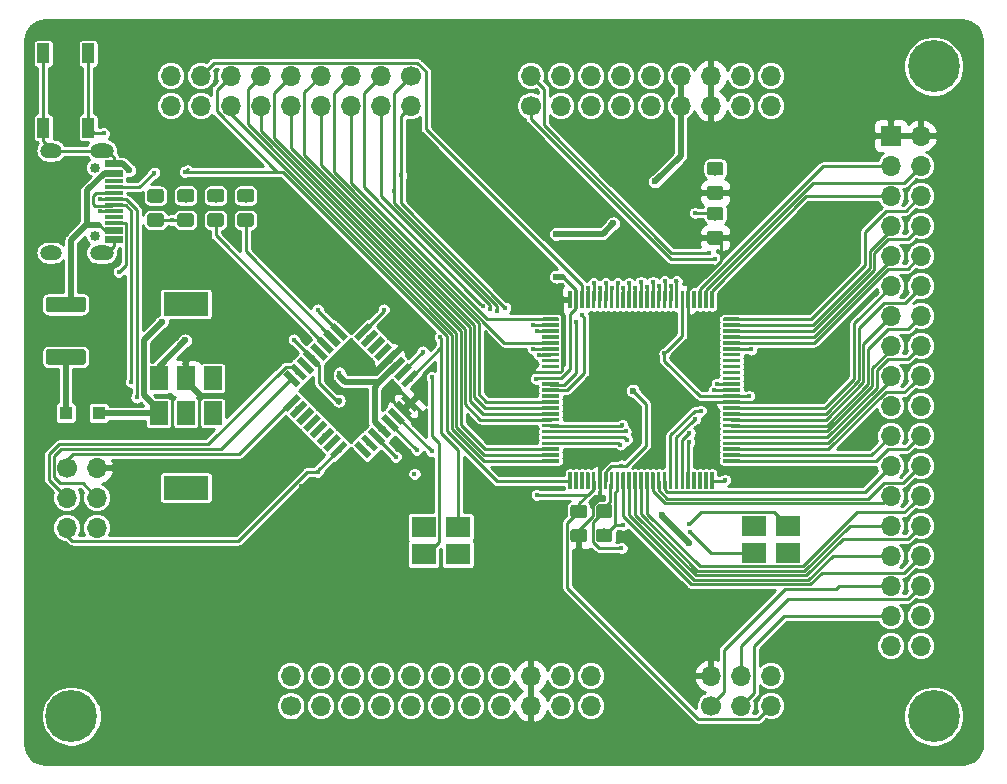
<source format=gbr>
G04 #@! TF.GenerationSoftware,KiCad,Pcbnew,(5.1.2-1)-1*
G04 #@! TF.CreationDate,2020-02-12T02:58:35-08:00*
G04 #@! TF.ProjectId,Mega,4d656761-2e6b-4696-9361-645f70636258,rev?*
G04 #@! TF.SameCoordinates,Original*
G04 #@! TF.FileFunction,Copper,L1,Top*
G04 #@! TF.FilePolarity,Positive*
%FSLAX46Y46*%
G04 Gerber Fmt 4.6, Leading zero omitted, Abs format (unit mm)*
G04 Created by KiCad (PCBNEW (5.1.2-1)-1) date 2020-02-12 02:58:35*
%MOMM*%
%LPD*%
G04 APERTURE LIST*
%ADD10C,0.700000*%
%ADD11C,4.400000*%
%ADD12C,0.100000*%
%ADD13C,1.150000*%
%ADD14O,1.700000X1.700000*%
%ADD15C,1.700000*%
%ADD16C,0.850000*%
%ADD17R,1.524000X0.299974*%
%ADD18O,1.828800X1.270000*%
%ADD19O,2.032000X1.270000*%
%ADD20R,1.500000X2.000000*%
%ADD21R,3.800000X2.000000*%
%ADD22R,2.100000X1.800000*%
%ADD23R,1.700000X1.700000*%
%ADD24C,0.300000*%
%ADD25C,0.550000*%
%ADD26R,1.000000X1.700000*%
%ADD27C,1.300000*%
%ADD28R,1.100000X1.100000*%
%ADD29C,0.600000*%
%ADD30C,0.450000*%
%ADD31C,0.508000*%
%ADD32C,0.254000*%
%ADD33C,0.250000*%
G04 APERTURE END LIST*
D10*
X91166726Y-70833274D03*
X90000000Y-70350000D03*
X88833274Y-70833274D03*
X88350000Y-72000000D03*
X88833274Y-73166726D03*
X90000000Y-73650000D03*
X91166726Y-73166726D03*
X91650000Y-72000000D03*
D11*
X90000000Y-72000000D03*
D10*
X91166726Y-15833274D03*
X90000000Y-15350000D03*
X88833274Y-15833274D03*
X88350000Y-17000000D03*
X88833274Y-18166726D03*
X90000000Y-18650000D03*
X91166726Y-18166726D03*
X91650000Y-17000000D03*
D11*
X90000000Y-17000000D03*
D10*
X18166726Y-70833274D03*
X17000000Y-70350000D03*
X15833274Y-70833274D03*
X15350000Y-72000000D03*
X15833274Y-73166726D03*
X17000000Y-73650000D03*
X18166726Y-73166726D03*
X18650000Y-72000000D03*
D11*
X17000000Y-72000000D03*
D12*
G36*
X24599505Y-27376204D02*
G01*
X24623773Y-27379804D01*
X24647572Y-27385765D01*
X24670671Y-27394030D01*
X24692850Y-27404520D01*
X24713893Y-27417132D01*
X24733599Y-27431747D01*
X24751777Y-27448223D01*
X24768253Y-27466401D01*
X24782868Y-27486107D01*
X24795480Y-27507150D01*
X24805970Y-27529329D01*
X24814235Y-27552428D01*
X24820196Y-27576227D01*
X24823796Y-27600495D01*
X24825000Y-27624999D01*
X24825000Y-28275001D01*
X24823796Y-28299505D01*
X24820196Y-28323773D01*
X24814235Y-28347572D01*
X24805970Y-28370671D01*
X24795480Y-28392850D01*
X24782868Y-28413893D01*
X24768253Y-28433599D01*
X24751777Y-28451777D01*
X24733599Y-28468253D01*
X24713893Y-28482868D01*
X24692850Y-28495480D01*
X24670671Y-28505970D01*
X24647572Y-28514235D01*
X24623773Y-28520196D01*
X24599505Y-28523796D01*
X24575001Y-28525000D01*
X23674999Y-28525000D01*
X23650495Y-28523796D01*
X23626227Y-28520196D01*
X23602428Y-28514235D01*
X23579329Y-28505970D01*
X23557150Y-28495480D01*
X23536107Y-28482868D01*
X23516401Y-28468253D01*
X23498223Y-28451777D01*
X23481747Y-28433599D01*
X23467132Y-28413893D01*
X23454520Y-28392850D01*
X23444030Y-28370671D01*
X23435765Y-28347572D01*
X23429804Y-28323773D01*
X23426204Y-28299505D01*
X23425000Y-28275001D01*
X23425000Y-27624999D01*
X23426204Y-27600495D01*
X23429804Y-27576227D01*
X23435765Y-27552428D01*
X23444030Y-27529329D01*
X23454520Y-27507150D01*
X23467132Y-27486107D01*
X23481747Y-27466401D01*
X23498223Y-27448223D01*
X23516401Y-27431747D01*
X23536107Y-27417132D01*
X23557150Y-27404520D01*
X23579329Y-27394030D01*
X23602428Y-27385765D01*
X23626227Y-27379804D01*
X23650495Y-27376204D01*
X23674999Y-27375000D01*
X24575001Y-27375000D01*
X24599505Y-27376204D01*
X24599505Y-27376204D01*
G37*
D13*
X24125000Y-27950000D03*
D12*
G36*
X24599505Y-29426204D02*
G01*
X24623773Y-29429804D01*
X24647572Y-29435765D01*
X24670671Y-29444030D01*
X24692850Y-29454520D01*
X24713893Y-29467132D01*
X24733599Y-29481747D01*
X24751777Y-29498223D01*
X24768253Y-29516401D01*
X24782868Y-29536107D01*
X24795480Y-29557150D01*
X24805970Y-29579329D01*
X24814235Y-29602428D01*
X24820196Y-29626227D01*
X24823796Y-29650495D01*
X24825000Y-29674999D01*
X24825000Y-30325001D01*
X24823796Y-30349505D01*
X24820196Y-30373773D01*
X24814235Y-30397572D01*
X24805970Y-30420671D01*
X24795480Y-30442850D01*
X24782868Y-30463893D01*
X24768253Y-30483599D01*
X24751777Y-30501777D01*
X24733599Y-30518253D01*
X24713893Y-30532868D01*
X24692850Y-30545480D01*
X24670671Y-30555970D01*
X24647572Y-30564235D01*
X24623773Y-30570196D01*
X24599505Y-30573796D01*
X24575001Y-30575000D01*
X23674999Y-30575000D01*
X23650495Y-30573796D01*
X23626227Y-30570196D01*
X23602428Y-30564235D01*
X23579329Y-30555970D01*
X23557150Y-30545480D01*
X23536107Y-30532868D01*
X23516401Y-30518253D01*
X23498223Y-30501777D01*
X23481747Y-30483599D01*
X23467132Y-30463893D01*
X23454520Y-30442850D01*
X23444030Y-30420671D01*
X23435765Y-30397572D01*
X23429804Y-30373773D01*
X23426204Y-30349505D01*
X23425000Y-30325001D01*
X23425000Y-29674999D01*
X23426204Y-29650495D01*
X23429804Y-29626227D01*
X23435765Y-29602428D01*
X23444030Y-29579329D01*
X23454520Y-29557150D01*
X23467132Y-29536107D01*
X23481747Y-29516401D01*
X23498223Y-29498223D01*
X23516401Y-29481747D01*
X23536107Y-29467132D01*
X23557150Y-29454520D01*
X23579329Y-29444030D01*
X23602428Y-29435765D01*
X23626227Y-29429804D01*
X23650495Y-29426204D01*
X23674999Y-29425000D01*
X24575001Y-29425000D01*
X24599505Y-29426204D01*
X24599505Y-29426204D01*
G37*
D13*
X24125000Y-30000000D03*
D14*
X19140000Y-56040000D03*
X16600000Y-56040000D03*
X19140000Y-53500000D03*
X16600000Y-53500000D03*
X19140000Y-50960000D03*
D15*
X16600000Y-50960000D03*
D16*
X18950000Y-25560000D03*
X18950000Y-31330000D03*
D17*
X20574000Y-31813500D03*
X20574000Y-31559500D03*
X20574000Y-31051500D03*
X20574000Y-30797500D03*
X20574000Y-30289500D03*
X20574000Y-29781500D03*
X20574000Y-29273500D03*
X20574000Y-28765500D03*
X20574000Y-28257500D03*
X20574000Y-27749500D03*
X20574000Y-27241500D03*
X20574000Y-26733500D03*
X20574000Y-26225500D03*
X20574000Y-25971500D03*
X20574000Y-25380000D03*
X20574000Y-25082500D03*
D18*
X15240000Y-24130000D03*
D19*
X19558000Y-24130000D03*
D18*
X15240000Y-32766000D03*
D19*
X19558000Y-32766000D03*
D20*
X24370000Y-43420000D03*
X28970000Y-43420000D03*
X26670000Y-43420000D03*
D21*
X26670000Y-37120000D03*
D14*
X60960000Y-68580000D03*
X60960000Y-71120000D03*
X58420000Y-68580000D03*
X58420000Y-71120000D03*
X55880000Y-68580000D03*
X55880000Y-71120000D03*
X53340000Y-68580000D03*
X53340000Y-71120000D03*
X50800000Y-68580000D03*
X50800000Y-71120000D03*
X48260000Y-68580000D03*
X48260000Y-71120000D03*
X45720000Y-68580000D03*
X45720000Y-71120000D03*
X43180000Y-68580000D03*
X43180000Y-71120000D03*
X40640000Y-68580000D03*
X40640000Y-71120000D03*
X38100000Y-68580000D03*
X38100000Y-71120000D03*
X35560000Y-68580000D03*
D15*
X35560000Y-71120000D03*
D14*
X76200000Y-68580000D03*
X76200000Y-71120000D03*
X73660000Y-68580000D03*
X73660000Y-71120000D03*
X71120000Y-68580000D03*
D15*
X71120000Y-71120000D03*
D22*
X77650000Y-58180000D03*
X74750000Y-58180000D03*
X74750000Y-55880000D03*
X77650000Y-55880000D03*
X49710000Y-58300000D03*
X46810000Y-58300000D03*
X46810000Y-56000000D03*
X49710000Y-56000000D03*
D14*
X88900000Y-66040000D03*
X86360000Y-66040000D03*
X88900000Y-63500000D03*
X86360000Y-63500000D03*
X88900000Y-60960000D03*
X86360000Y-60960000D03*
X88900000Y-58420000D03*
X86360000Y-58420000D03*
X88900000Y-55880000D03*
X86360000Y-55880000D03*
X88900000Y-53340000D03*
X86360000Y-53340000D03*
X88900000Y-50800000D03*
X86360000Y-50800000D03*
X88900000Y-48260000D03*
X86360000Y-48260000D03*
X88900000Y-45720000D03*
X86360000Y-45720000D03*
X88900000Y-43180000D03*
X86360000Y-43180000D03*
X88900000Y-40640000D03*
X86360000Y-40640000D03*
X88900000Y-38100000D03*
X86360000Y-38100000D03*
X88900000Y-35560000D03*
X86360000Y-35560000D03*
X88900000Y-33020000D03*
X86360000Y-33020000D03*
X88900000Y-30480000D03*
X86360000Y-30480000D03*
X88900000Y-27940000D03*
X86360000Y-27940000D03*
X88900000Y-25400000D03*
X86360000Y-25400000D03*
X88900000Y-22860000D03*
D23*
X86360000Y-22860000D03*
D14*
X76200000Y-17780000D03*
X76200000Y-20320000D03*
X73660000Y-17780000D03*
X73660000Y-20320000D03*
X71120000Y-17780000D03*
X71120000Y-20320000D03*
X68580000Y-17780000D03*
X68580000Y-20320000D03*
X66040000Y-17780000D03*
X66040000Y-20320000D03*
X63500000Y-17780000D03*
X63500000Y-20320000D03*
X60960000Y-17780000D03*
X60960000Y-20320000D03*
X58420000Y-17780000D03*
X58420000Y-20320000D03*
X55880000Y-17780000D03*
D15*
X55880000Y-20320000D03*
D14*
X25400000Y-20320000D03*
X25400000Y-17780000D03*
X27940000Y-20320000D03*
X27940000Y-17780000D03*
X30480000Y-20320000D03*
X30480000Y-17780000D03*
X33020000Y-20320000D03*
X33020000Y-17780000D03*
X35560000Y-20320000D03*
X35560000Y-17780000D03*
X38100000Y-20320000D03*
X38100000Y-17780000D03*
X40640000Y-20320000D03*
X40640000Y-17780000D03*
X43180000Y-20320000D03*
X43180000Y-17780000D03*
X45720000Y-20320000D03*
D15*
X45720000Y-17780000D03*
D12*
G36*
X62577505Y-56131704D02*
G01*
X62601773Y-56135304D01*
X62625572Y-56141265D01*
X62648671Y-56149530D01*
X62670850Y-56160020D01*
X62691893Y-56172632D01*
X62711599Y-56187247D01*
X62729777Y-56203723D01*
X62746253Y-56221901D01*
X62760868Y-56241607D01*
X62773480Y-56262650D01*
X62783970Y-56284829D01*
X62792235Y-56307928D01*
X62798196Y-56331727D01*
X62801796Y-56355995D01*
X62803000Y-56380499D01*
X62803000Y-57030501D01*
X62801796Y-57055005D01*
X62798196Y-57079273D01*
X62792235Y-57103072D01*
X62783970Y-57126171D01*
X62773480Y-57148350D01*
X62760868Y-57169393D01*
X62746253Y-57189099D01*
X62729777Y-57207277D01*
X62711599Y-57223753D01*
X62691893Y-57238368D01*
X62670850Y-57250980D01*
X62648671Y-57261470D01*
X62625572Y-57269735D01*
X62601773Y-57275696D01*
X62577505Y-57279296D01*
X62553001Y-57280500D01*
X61652999Y-57280500D01*
X61628495Y-57279296D01*
X61604227Y-57275696D01*
X61580428Y-57269735D01*
X61557329Y-57261470D01*
X61535150Y-57250980D01*
X61514107Y-57238368D01*
X61494401Y-57223753D01*
X61476223Y-57207277D01*
X61459747Y-57189099D01*
X61445132Y-57169393D01*
X61432520Y-57148350D01*
X61422030Y-57126171D01*
X61413765Y-57103072D01*
X61407804Y-57079273D01*
X61404204Y-57055005D01*
X61403000Y-57030501D01*
X61403000Y-56380499D01*
X61404204Y-56355995D01*
X61407804Y-56331727D01*
X61413765Y-56307928D01*
X61422030Y-56284829D01*
X61432520Y-56262650D01*
X61445132Y-56241607D01*
X61459747Y-56221901D01*
X61476223Y-56203723D01*
X61494401Y-56187247D01*
X61514107Y-56172632D01*
X61535150Y-56160020D01*
X61557329Y-56149530D01*
X61580428Y-56141265D01*
X61604227Y-56135304D01*
X61628495Y-56131704D01*
X61652999Y-56130500D01*
X62553001Y-56130500D01*
X62577505Y-56131704D01*
X62577505Y-56131704D01*
G37*
D13*
X62103000Y-56705500D03*
D12*
G36*
X62577505Y-54081704D02*
G01*
X62601773Y-54085304D01*
X62625572Y-54091265D01*
X62648671Y-54099530D01*
X62670850Y-54110020D01*
X62691893Y-54122632D01*
X62711599Y-54137247D01*
X62729777Y-54153723D01*
X62746253Y-54171901D01*
X62760868Y-54191607D01*
X62773480Y-54212650D01*
X62783970Y-54234829D01*
X62792235Y-54257928D01*
X62798196Y-54281727D01*
X62801796Y-54305995D01*
X62803000Y-54330499D01*
X62803000Y-54980501D01*
X62801796Y-55005005D01*
X62798196Y-55029273D01*
X62792235Y-55053072D01*
X62783970Y-55076171D01*
X62773480Y-55098350D01*
X62760868Y-55119393D01*
X62746253Y-55139099D01*
X62729777Y-55157277D01*
X62711599Y-55173753D01*
X62691893Y-55188368D01*
X62670850Y-55200980D01*
X62648671Y-55211470D01*
X62625572Y-55219735D01*
X62601773Y-55225696D01*
X62577505Y-55229296D01*
X62553001Y-55230500D01*
X61652999Y-55230500D01*
X61628495Y-55229296D01*
X61604227Y-55225696D01*
X61580428Y-55219735D01*
X61557329Y-55211470D01*
X61535150Y-55200980D01*
X61514107Y-55188368D01*
X61494401Y-55173753D01*
X61476223Y-55157277D01*
X61459747Y-55139099D01*
X61445132Y-55119393D01*
X61432520Y-55098350D01*
X61422030Y-55076171D01*
X61413765Y-55053072D01*
X61407804Y-55029273D01*
X61404204Y-55005005D01*
X61403000Y-54980501D01*
X61403000Y-54330499D01*
X61404204Y-54305995D01*
X61407804Y-54281727D01*
X61413765Y-54257928D01*
X61422030Y-54234829D01*
X61432520Y-54212650D01*
X61445132Y-54191607D01*
X61459747Y-54171901D01*
X61476223Y-54153723D01*
X61494401Y-54137247D01*
X61514107Y-54122632D01*
X61535150Y-54110020D01*
X61557329Y-54099530D01*
X61580428Y-54091265D01*
X61604227Y-54085304D01*
X61628495Y-54081704D01*
X61652999Y-54080500D01*
X62553001Y-54080500D01*
X62577505Y-54081704D01*
X62577505Y-54081704D01*
G37*
D13*
X62103000Y-54655500D03*
D12*
G36*
X59296351Y-36007861D02*
G01*
X59303632Y-36008941D01*
X59310771Y-36010729D01*
X59317701Y-36013209D01*
X59324355Y-36016356D01*
X59330668Y-36020140D01*
X59336579Y-36024524D01*
X59342033Y-36029467D01*
X59346976Y-36034921D01*
X59351360Y-36040832D01*
X59355144Y-36047145D01*
X59358291Y-36053799D01*
X59360771Y-36060729D01*
X59362559Y-36067868D01*
X59363639Y-36075149D01*
X59364000Y-36082500D01*
X59364000Y-37407500D01*
X59363639Y-37414851D01*
X59362559Y-37422132D01*
X59360771Y-37429271D01*
X59358291Y-37436201D01*
X59355144Y-37442855D01*
X59351360Y-37449168D01*
X59346976Y-37455079D01*
X59342033Y-37460533D01*
X59336579Y-37465476D01*
X59330668Y-37469860D01*
X59324355Y-37473644D01*
X59317701Y-37476791D01*
X59310771Y-37479271D01*
X59303632Y-37481059D01*
X59296351Y-37482139D01*
X59289000Y-37482500D01*
X59139000Y-37482500D01*
X59131649Y-37482139D01*
X59124368Y-37481059D01*
X59117229Y-37479271D01*
X59110299Y-37476791D01*
X59103645Y-37473644D01*
X59097332Y-37469860D01*
X59091421Y-37465476D01*
X59085967Y-37460533D01*
X59081024Y-37455079D01*
X59076640Y-37449168D01*
X59072856Y-37442855D01*
X59069709Y-37436201D01*
X59067229Y-37429271D01*
X59065441Y-37422132D01*
X59064361Y-37414851D01*
X59064000Y-37407500D01*
X59064000Y-36082500D01*
X59064361Y-36075149D01*
X59065441Y-36067868D01*
X59067229Y-36060729D01*
X59069709Y-36053799D01*
X59072856Y-36047145D01*
X59076640Y-36040832D01*
X59081024Y-36034921D01*
X59085967Y-36029467D01*
X59091421Y-36024524D01*
X59097332Y-36020140D01*
X59103645Y-36016356D01*
X59110299Y-36013209D01*
X59117229Y-36010729D01*
X59124368Y-36008941D01*
X59131649Y-36007861D01*
X59139000Y-36007500D01*
X59289000Y-36007500D01*
X59296351Y-36007861D01*
X59296351Y-36007861D01*
G37*
D24*
X59214000Y-36745000D03*
D12*
G36*
X59796351Y-36007861D02*
G01*
X59803632Y-36008941D01*
X59810771Y-36010729D01*
X59817701Y-36013209D01*
X59824355Y-36016356D01*
X59830668Y-36020140D01*
X59836579Y-36024524D01*
X59842033Y-36029467D01*
X59846976Y-36034921D01*
X59851360Y-36040832D01*
X59855144Y-36047145D01*
X59858291Y-36053799D01*
X59860771Y-36060729D01*
X59862559Y-36067868D01*
X59863639Y-36075149D01*
X59864000Y-36082500D01*
X59864000Y-37407500D01*
X59863639Y-37414851D01*
X59862559Y-37422132D01*
X59860771Y-37429271D01*
X59858291Y-37436201D01*
X59855144Y-37442855D01*
X59851360Y-37449168D01*
X59846976Y-37455079D01*
X59842033Y-37460533D01*
X59836579Y-37465476D01*
X59830668Y-37469860D01*
X59824355Y-37473644D01*
X59817701Y-37476791D01*
X59810771Y-37479271D01*
X59803632Y-37481059D01*
X59796351Y-37482139D01*
X59789000Y-37482500D01*
X59639000Y-37482500D01*
X59631649Y-37482139D01*
X59624368Y-37481059D01*
X59617229Y-37479271D01*
X59610299Y-37476791D01*
X59603645Y-37473644D01*
X59597332Y-37469860D01*
X59591421Y-37465476D01*
X59585967Y-37460533D01*
X59581024Y-37455079D01*
X59576640Y-37449168D01*
X59572856Y-37442855D01*
X59569709Y-37436201D01*
X59567229Y-37429271D01*
X59565441Y-37422132D01*
X59564361Y-37414851D01*
X59564000Y-37407500D01*
X59564000Y-36082500D01*
X59564361Y-36075149D01*
X59565441Y-36067868D01*
X59567229Y-36060729D01*
X59569709Y-36053799D01*
X59572856Y-36047145D01*
X59576640Y-36040832D01*
X59581024Y-36034921D01*
X59585967Y-36029467D01*
X59591421Y-36024524D01*
X59597332Y-36020140D01*
X59603645Y-36016356D01*
X59610299Y-36013209D01*
X59617229Y-36010729D01*
X59624368Y-36008941D01*
X59631649Y-36007861D01*
X59639000Y-36007500D01*
X59789000Y-36007500D01*
X59796351Y-36007861D01*
X59796351Y-36007861D01*
G37*
D24*
X59714000Y-36745000D03*
D12*
G36*
X60296351Y-36007861D02*
G01*
X60303632Y-36008941D01*
X60310771Y-36010729D01*
X60317701Y-36013209D01*
X60324355Y-36016356D01*
X60330668Y-36020140D01*
X60336579Y-36024524D01*
X60342033Y-36029467D01*
X60346976Y-36034921D01*
X60351360Y-36040832D01*
X60355144Y-36047145D01*
X60358291Y-36053799D01*
X60360771Y-36060729D01*
X60362559Y-36067868D01*
X60363639Y-36075149D01*
X60364000Y-36082500D01*
X60364000Y-37407500D01*
X60363639Y-37414851D01*
X60362559Y-37422132D01*
X60360771Y-37429271D01*
X60358291Y-37436201D01*
X60355144Y-37442855D01*
X60351360Y-37449168D01*
X60346976Y-37455079D01*
X60342033Y-37460533D01*
X60336579Y-37465476D01*
X60330668Y-37469860D01*
X60324355Y-37473644D01*
X60317701Y-37476791D01*
X60310771Y-37479271D01*
X60303632Y-37481059D01*
X60296351Y-37482139D01*
X60289000Y-37482500D01*
X60139000Y-37482500D01*
X60131649Y-37482139D01*
X60124368Y-37481059D01*
X60117229Y-37479271D01*
X60110299Y-37476791D01*
X60103645Y-37473644D01*
X60097332Y-37469860D01*
X60091421Y-37465476D01*
X60085967Y-37460533D01*
X60081024Y-37455079D01*
X60076640Y-37449168D01*
X60072856Y-37442855D01*
X60069709Y-37436201D01*
X60067229Y-37429271D01*
X60065441Y-37422132D01*
X60064361Y-37414851D01*
X60064000Y-37407500D01*
X60064000Y-36082500D01*
X60064361Y-36075149D01*
X60065441Y-36067868D01*
X60067229Y-36060729D01*
X60069709Y-36053799D01*
X60072856Y-36047145D01*
X60076640Y-36040832D01*
X60081024Y-36034921D01*
X60085967Y-36029467D01*
X60091421Y-36024524D01*
X60097332Y-36020140D01*
X60103645Y-36016356D01*
X60110299Y-36013209D01*
X60117229Y-36010729D01*
X60124368Y-36008941D01*
X60131649Y-36007861D01*
X60139000Y-36007500D01*
X60289000Y-36007500D01*
X60296351Y-36007861D01*
X60296351Y-36007861D01*
G37*
D24*
X60214000Y-36745000D03*
D12*
G36*
X60796351Y-36007861D02*
G01*
X60803632Y-36008941D01*
X60810771Y-36010729D01*
X60817701Y-36013209D01*
X60824355Y-36016356D01*
X60830668Y-36020140D01*
X60836579Y-36024524D01*
X60842033Y-36029467D01*
X60846976Y-36034921D01*
X60851360Y-36040832D01*
X60855144Y-36047145D01*
X60858291Y-36053799D01*
X60860771Y-36060729D01*
X60862559Y-36067868D01*
X60863639Y-36075149D01*
X60864000Y-36082500D01*
X60864000Y-37407500D01*
X60863639Y-37414851D01*
X60862559Y-37422132D01*
X60860771Y-37429271D01*
X60858291Y-37436201D01*
X60855144Y-37442855D01*
X60851360Y-37449168D01*
X60846976Y-37455079D01*
X60842033Y-37460533D01*
X60836579Y-37465476D01*
X60830668Y-37469860D01*
X60824355Y-37473644D01*
X60817701Y-37476791D01*
X60810771Y-37479271D01*
X60803632Y-37481059D01*
X60796351Y-37482139D01*
X60789000Y-37482500D01*
X60639000Y-37482500D01*
X60631649Y-37482139D01*
X60624368Y-37481059D01*
X60617229Y-37479271D01*
X60610299Y-37476791D01*
X60603645Y-37473644D01*
X60597332Y-37469860D01*
X60591421Y-37465476D01*
X60585967Y-37460533D01*
X60581024Y-37455079D01*
X60576640Y-37449168D01*
X60572856Y-37442855D01*
X60569709Y-37436201D01*
X60567229Y-37429271D01*
X60565441Y-37422132D01*
X60564361Y-37414851D01*
X60564000Y-37407500D01*
X60564000Y-36082500D01*
X60564361Y-36075149D01*
X60565441Y-36067868D01*
X60567229Y-36060729D01*
X60569709Y-36053799D01*
X60572856Y-36047145D01*
X60576640Y-36040832D01*
X60581024Y-36034921D01*
X60585967Y-36029467D01*
X60591421Y-36024524D01*
X60597332Y-36020140D01*
X60603645Y-36016356D01*
X60610299Y-36013209D01*
X60617229Y-36010729D01*
X60624368Y-36008941D01*
X60631649Y-36007861D01*
X60639000Y-36007500D01*
X60789000Y-36007500D01*
X60796351Y-36007861D01*
X60796351Y-36007861D01*
G37*
D24*
X60714000Y-36745000D03*
D12*
G36*
X61296351Y-36007861D02*
G01*
X61303632Y-36008941D01*
X61310771Y-36010729D01*
X61317701Y-36013209D01*
X61324355Y-36016356D01*
X61330668Y-36020140D01*
X61336579Y-36024524D01*
X61342033Y-36029467D01*
X61346976Y-36034921D01*
X61351360Y-36040832D01*
X61355144Y-36047145D01*
X61358291Y-36053799D01*
X61360771Y-36060729D01*
X61362559Y-36067868D01*
X61363639Y-36075149D01*
X61364000Y-36082500D01*
X61364000Y-37407500D01*
X61363639Y-37414851D01*
X61362559Y-37422132D01*
X61360771Y-37429271D01*
X61358291Y-37436201D01*
X61355144Y-37442855D01*
X61351360Y-37449168D01*
X61346976Y-37455079D01*
X61342033Y-37460533D01*
X61336579Y-37465476D01*
X61330668Y-37469860D01*
X61324355Y-37473644D01*
X61317701Y-37476791D01*
X61310771Y-37479271D01*
X61303632Y-37481059D01*
X61296351Y-37482139D01*
X61289000Y-37482500D01*
X61139000Y-37482500D01*
X61131649Y-37482139D01*
X61124368Y-37481059D01*
X61117229Y-37479271D01*
X61110299Y-37476791D01*
X61103645Y-37473644D01*
X61097332Y-37469860D01*
X61091421Y-37465476D01*
X61085967Y-37460533D01*
X61081024Y-37455079D01*
X61076640Y-37449168D01*
X61072856Y-37442855D01*
X61069709Y-37436201D01*
X61067229Y-37429271D01*
X61065441Y-37422132D01*
X61064361Y-37414851D01*
X61064000Y-37407500D01*
X61064000Y-36082500D01*
X61064361Y-36075149D01*
X61065441Y-36067868D01*
X61067229Y-36060729D01*
X61069709Y-36053799D01*
X61072856Y-36047145D01*
X61076640Y-36040832D01*
X61081024Y-36034921D01*
X61085967Y-36029467D01*
X61091421Y-36024524D01*
X61097332Y-36020140D01*
X61103645Y-36016356D01*
X61110299Y-36013209D01*
X61117229Y-36010729D01*
X61124368Y-36008941D01*
X61131649Y-36007861D01*
X61139000Y-36007500D01*
X61289000Y-36007500D01*
X61296351Y-36007861D01*
X61296351Y-36007861D01*
G37*
D24*
X61214000Y-36745000D03*
D12*
G36*
X61796351Y-36007861D02*
G01*
X61803632Y-36008941D01*
X61810771Y-36010729D01*
X61817701Y-36013209D01*
X61824355Y-36016356D01*
X61830668Y-36020140D01*
X61836579Y-36024524D01*
X61842033Y-36029467D01*
X61846976Y-36034921D01*
X61851360Y-36040832D01*
X61855144Y-36047145D01*
X61858291Y-36053799D01*
X61860771Y-36060729D01*
X61862559Y-36067868D01*
X61863639Y-36075149D01*
X61864000Y-36082500D01*
X61864000Y-37407500D01*
X61863639Y-37414851D01*
X61862559Y-37422132D01*
X61860771Y-37429271D01*
X61858291Y-37436201D01*
X61855144Y-37442855D01*
X61851360Y-37449168D01*
X61846976Y-37455079D01*
X61842033Y-37460533D01*
X61836579Y-37465476D01*
X61830668Y-37469860D01*
X61824355Y-37473644D01*
X61817701Y-37476791D01*
X61810771Y-37479271D01*
X61803632Y-37481059D01*
X61796351Y-37482139D01*
X61789000Y-37482500D01*
X61639000Y-37482500D01*
X61631649Y-37482139D01*
X61624368Y-37481059D01*
X61617229Y-37479271D01*
X61610299Y-37476791D01*
X61603645Y-37473644D01*
X61597332Y-37469860D01*
X61591421Y-37465476D01*
X61585967Y-37460533D01*
X61581024Y-37455079D01*
X61576640Y-37449168D01*
X61572856Y-37442855D01*
X61569709Y-37436201D01*
X61567229Y-37429271D01*
X61565441Y-37422132D01*
X61564361Y-37414851D01*
X61564000Y-37407500D01*
X61564000Y-36082500D01*
X61564361Y-36075149D01*
X61565441Y-36067868D01*
X61567229Y-36060729D01*
X61569709Y-36053799D01*
X61572856Y-36047145D01*
X61576640Y-36040832D01*
X61581024Y-36034921D01*
X61585967Y-36029467D01*
X61591421Y-36024524D01*
X61597332Y-36020140D01*
X61603645Y-36016356D01*
X61610299Y-36013209D01*
X61617229Y-36010729D01*
X61624368Y-36008941D01*
X61631649Y-36007861D01*
X61639000Y-36007500D01*
X61789000Y-36007500D01*
X61796351Y-36007861D01*
X61796351Y-36007861D01*
G37*
D24*
X61714000Y-36745000D03*
D12*
G36*
X62296351Y-36007861D02*
G01*
X62303632Y-36008941D01*
X62310771Y-36010729D01*
X62317701Y-36013209D01*
X62324355Y-36016356D01*
X62330668Y-36020140D01*
X62336579Y-36024524D01*
X62342033Y-36029467D01*
X62346976Y-36034921D01*
X62351360Y-36040832D01*
X62355144Y-36047145D01*
X62358291Y-36053799D01*
X62360771Y-36060729D01*
X62362559Y-36067868D01*
X62363639Y-36075149D01*
X62364000Y-36082500D01*
X62364000Y-37407500D01*
X62363639Y-37414851D01*
X62362559Y-37422132D01*
X62360771Y-37429271D01*
X62358291Y-37436201D01*
X62355144Y-37442855D01*
X62351360Y-37449168D01*
X62346976Y-37455079D01*
X62342033Y-37460533D01*
X62336579Y-37465476D01*
X62330668Y-37469860D01*
X62324355Y-37473644D01*
X62317701Y-37476791D01*
X62310771Y-37479271D01*
X62303632Y-37481059D01*
X62296351Y-37482139D01*
X62289000Y-37482500D01*
X62139000Y-37482500D01*
X62131649Y-37482139D01*
X62124368Y-37481059D01*
X62117229Y-37479271D01*
X62110299Y-37476791D01*
X62103645Y-37473644D01*
X62097332Y-37469860D01*
X62091421Y-37465476D01*
X62085967Y-37460533D01*
X62081024Y-37455079D01*
X62076640Y-37449168D01*
X62072856Y-37442855D01*
X62069709Y-37436201D01*
X62067229Y-37429271D01*
X62065441Y-37422132D01*
X62064361Y-37414851D01*
X62064000Y-37407500D01*
X62064000Y-36082500D01*
X62064361Y-36075149D01*
X62065441Y-36067868D01*
X62067229Y-36060729D01*
X62069709Y-36053799D01*
X62072856Y-36047145D01*
X62076640Y-36040832D01*
X62081024Y-36034921D01*
X62085967Y-36029467D01*
X62091421Y-36024524D01*
X62097332Y-36020140D01*
X62103645Y-36016356D01*
X62110299Y-36013209D01*
X62117229Y-36010729D01*
X62124368Y-36008941D01*
X62131649Y-36007861D01*
X62139000Y-36007500D01*
X62289000Y-36007500D01*
X62296351Y-36007861D01*
X62296351Y-36007861D01*
G37*
D24*
X62214000Y-36745000D03*
D12*
G36*
X62796351Y-36007861D02*
G01*
X62803632Y-36008941D01*
X62810771Y-36010729D01*
X62817701Y-36013209D01*
X62824355Y-36016356D01*
X62830668Y-36020140D01*
X62836579Y-36024524D01*
X62842033Y-36029467D01*
X62846976Y-36034921D01*
X62851360Y-36040832D01*
X62855144Y-36047145D01*
X62858291Y-36053799D01*
X62860771Y-36060729D01*
X62862559Y-36067868D01*
X62863639Y-36075149D01*
X62864000Y-36082500D01*
X62864000Y-37407500D01*
X62863639Y-37414851D01*
X62862559Y-37422132D01*
X62860771Y-37429271D01*
X62858291Y-37436201D01*
X62855144Y-37442855D01*
X62851360Y-37449168D01*
X62846976Y-37455079D01*
X62842033Y-37460533D01*
X62836579Y-37465476D01*
X62830668Y-37469860D01*
X62824355Y-37473644D01*
X62817701Y-37476791D01*
X62810771Y-37479271D01*
X62803632Y-37481059D01*
X62796351Y-37482139D01*
X62789000Y-37482500D01*
X62639000Y-37482500D01*
X62631649Y-37482139D01*
X62624368Y-37481059D01*
X62617229Y-37479271D01*
X62610299Y-37476791D01*
X62603645Y-37473644D01*
X62597332Y-37469860D01*
X62591421Y-37465476D01*
X62585967Y-37460533D01*
X62581024Y-37455079D01*
X62576640Y-37449168D01*
X62572856Y-37442855D01*
X62569709Y-37436201D01*
X62567229Y-37429271D01*
X62565441Y-37422132D01*
X62564361Y-37414851D01*
X62564000Y-37407500D01*
X62564000Y-36082500D01*
X62564361Y-36075149D01*
X62565441Y-36067868D01*
X62567229Y-36060729D01*
X62569709Y-36053799D01*
X62572856Y-36047145D01*
X62576640Y-36040832D01*
X62581024Y-36034921D01*
X62585967Y-36029467D01*
X62591421Y-36024524D01*
X62597332Y-36020140D01*
X62603645Y-36016356D01*
X62610299Y-36013209D01*
X62617229Y-36010729D01*
X62624368Y-36008941D01*
X62631649Y-36007861D01*
X62639000Y-36007500D01*
X62789000Y-36007500D01*
X62796351Y-36007861D01*
X62796351Y-36007861D01*
G37*
D24*
X62714000Y-36745000D03*
D12*
G36*
X63296351Y-36007861D02*
G01*
X63303632Y-36008941D01*
X63310771Y-36010729D01*
X63317701Y-36013209D01*
X63324355Y-36016356D01*
X63330668Y-36020140D01*
X63336579Y-36024524D01*
X63342033Y-36029467D01*
X63346976Y-36034921D01*
X63351360Y-36040832D01*
X63355144Y-36047145D01*
X63358291Y-36053799D01*
X63360771Y-36060729D01*
X63362559Y-36067868D01*
X63363639Y-36075149D01*
X63364000Y-36082500D01*
X63364000Y-37407500D01*
X63363639Y-37414851D01*
X63362559Y-37422132D01*
X63360771Y-37429271D01*
X63358291Y-37436201D01*
X63355144Y-37442855D01*
X63351360Y-37449168D01*
X63346976Y-37455079D01*
X63342033Y-37460533D01*
X63336579Y-37465476D01*
X63330668Y-37469860D01*
X63324355Y-37473644D01*
X63317701Y-37476791D01*
X63310771Y-37479271D01*
X63303632Y-37481059D01*
X63296351Y-37482139D01*
X63289000Y-37482500D01*
X63139000Y-37482500D01*
X63131649Y-37482139D01*
X63124368Y-37481059D01*
X63117229Y-37479271D01*
X63110299Y-37476791D01*
X63103645Y-37473644D01*
X63097332Y-37469860D01*
X63091421Y-37465476D01*
X63085967Y-37460533D01*
X63081024Y-37455079D01*
X63076640Y-37449168D01*
X63072856Y-37442855D01*
X63069709Y-37436201D01*
X63067229Y-37429271D01*
X63065441Y-37422132D01*
X63064361Y-37414851D01*
X63064000Y-37407500D01*
X63064000Y-36082500D01*
X63064361Y-36075149D01*
X63065441Y-36067868D01*
X63067229Y-36060729D01*
X63069709Y-36053799D01*
X63072856Y-36047145D01*
X63076640Y-36040832D01*
X63081024Y-36034921D01*
X63085967Y-36029467D01*
X63091421Y-36024524D01*
X63097332Y-36020140D01*
X63103645Y-36016356D01*
X63110299Y-36013209D01*
X63117229Y-36010729D01*
X63124368Y-36008941D01*
X63131649Y-36007861D01*
X63139000Y-36007500D01*
X63289000Y-36007500D01*
X63296351Y-36007861D01*
X63296351Y-36007861D01*
G37*
D24*
X63214000Y-36745000D03*
D12*
G36*
X63796351Y-36007861D02*
G01*
X63803632Y-36008941D01*
X63810771Y-36010729D01*
X63817701Y-36013209D01*
X63824355Y-36016356D01*
X63830668Y-36020140D01*
X63836579Y-36024524D01*
X63842033Y-36029467D01*
X63846976Y-36034921D01*
X63851360Y-36040832D01*
X63855144Y-36047145D01*
X63858291Y-36053799D01*
X63860771Y-36060729D01*
X63862559Y-36067868D01*
X63863639Y-36075149D01*
X63864000Y-36082500D01*
X63864000Y-37407500D01*
X63863639Y-37414851D01*
X63862559Y-37422132D01*
X63860771Y-37429271D01*
X63858291Y-37436201D01*
X63855144Y-37442855D01*
X63851360Y-37449168D01*
X63846976Y-37455079D01*
X63842033Y-37460533D01*
X63836579Y-37465476D01*
X63830668Y-37469860D01*
X63824355Y-37473644D01*
X63817701Y-37476791D01*
X63810771Y-37479271D01*
X63803632Y-37481059D01*
X63796351Y-37482139D01*
X63789000Y-37482500D01*
X63639000Y-37482500D01*
X63631649Y-37482139D01*
X63624368Y-37481059D01*
X63617229Y-37479271D01*
X63610299Y-37476791D01*
X63603645Y-37473644D01*
X63597332Y-37469860D01*
X63591421Y-37465476D01*
X63585967Y-37460533D01*
X63581024Y-37455079D01*
X63576640Y-37449168D01*
X63572856Y-37442855D01*
X63569709Y-37436201D01*
X63567229Y-37429271D01*
X63565441Y-37422132D01*
X63564361Y-37414851D01*
X63564000Y-37407500D01*
X63564000Y-36082500D01*
X63564361Y-36075149D01*
X63565441Y-36067868D01*
X63567229Y-36060729D01*
X63569709Y-36053799D01*
X63572856Y-36047145D01*
X63576640Y-36040832D01*
X63581024Y-36034921D01*
X63585967Y-36029467D01*
X63591421Y-36024524D01*
X63597332Y-36020140D01*
X63603645Y-36016356D01*
X63610299Y-36013209D01*
X63617229Y-36010729D01*
X63624368Y-36008941D01*
X63631649Y-36007861D01*
X63639000Y-36007500D01*
X63789000Y-36007500D01*
X63796351Y-36007861D01*
X63796351Y-36007861D01*
G37*
D24*
X63714000Y-36745000D03*
D12*
G36*
X64296351Y-36007861D02*
G01*
X64303632Y-36008941D01*
X64310771Y-36010729D01*
X64317701Y-36013209D01*
X64324355Y-36016356D01*
X64330668Y-36020140D01*
X64336579Y-36024524D01*
X64342033Y-36029467D01*
X64346976Y-36034921D01*
X64351360Y-36040832D01*
X64355144Y-36047145D01*
X64358291Y-36053799D01*
X64360771Y-36060729D01*
X64362559Y-36067868D01*
X64363639Y-36075149D01*
X64364000Y-36082500D01*
X64364000Y-37407500D01*
X64363639Y-37414851D01*
X64362559Y-37422132D01*
X64360771Y-37429271D01*
X64358291Y-37436201D01*
X64355144Y-37442855D01*
X64351360Y-37449168D01*
X64346976Y-37455079D01*
X64342033Y-37460533D01*
X64336579Y-37465476D01*
X64330668Y-37469860D01*
X64324355Y-37473644D01*
X64317701Y-37476791D01*
X64310771Y-37479271D01*
X64303632Y-37481059D01*
X64296351Y-37482139D01*
X64289000Y-37482500D01*
X64139000Y-37482500D01*
X64131649Y-37482139D01*
X64124368Y-37481059D01*
X64117229Y-37479271D01*
X64110299Y-37476791D01*
X64103645Y-37473644D01*
X64097332Y-37469860D01*
X64091421Y-37465476D01*
X64085967Y-37460533D01*
X64081024Y-37455079D01*
X64076640Y-37449168D01*
X64072856Y-37442855D01*
X64069709Y-37436201D01*
X64067229Y-37429271D01*
X64065441Y-37422132D01*
X64064361Y-37414851D01*
X64064000Y-37407500D01*
X64064000Y-36082500D01*
X64064361Y-36075149D01*
X64065441Y-36067868D01*
X64067229Y-36060729D01*
X64069709Y-36053799D01*
X64072856Y-36047145D01*
X64076640Y-36040832D01*
X64081024Y-36034921D01*
X64085967Y-36029467D01*
X64091421Y-36024524D01*
X64097332Y-36020140D01*
X64103645Y-36016356D01*
X64110299Y-36013209D01*
X64117229Y-36010729D01*
X64124368Y-36008941D01*
X64131649Y-36007861D01*
X64139000Y-36007500D01*
X64289000Y-36007500D01*
X64296351Y-36007861D01*
X64296351Y-36007861D01*
G37*
D24*
X64214000Y-36745000D03*
D12*
G36*
X64796351Y-36007861D02*
G01*
X64803632Y-36008941D01*
X64810771Y-36010729D01*
X64817701Y-36013209D01*
X64824355Y-36016356D01*
X64830668Y-36020140D01*
X64836579Y-36024524D01*
X64842033Y-36029467D01*
X64846976Y-36034921D01*
X64851360Y-36040832D01*
X64855144Y-36047145D01*
X64858291Y-36053799D01*
X64860771Y-36060729D01*
X64862559Y-36067868D01*
X64863639Y-36075149D01*
X64864000Y-36082500D01*
X64864000Y-37407500D01*
X64863639Y-37414851D01*
X64862559Y-37422132D01*
X64860771Y-37429271D01*
X64858291Y-37436201D01*
X64855144Y-37442855D01*
X64851360Y-37449168D01*
X64846976Y-37455079D01*
X64842033Y-37460533D01*
X64836579Y-37465476D01*
X64830668Y-37469860D01*
X64824355Y-37473644D01*
X64817701Y-37476791D01*
X64810771Y-37479271D01*
X64803632Y-37481059D01*
X64796351Y-37482139D01*
X64789000Y-37482500D01*
X64639000Y-37482500D01*
X64631649Y-37482139D01*
X64624368Y-37481059D01*
X64617229Y-37479271D01*
X64610299Y-37476791D01*
X64603645Y-37473644D01*
X64597332Y-37469860D01*
X64591421Y-37465476D01*
X64585967Y-37460533D01*
X64581024Y-37455079D01*
X64576640Y-37449168D01*
X64572856Y-37442855D01*
X64569709Y-37436201D01*
X64567229Y-37429271D01*
X64565441Y-37422132D01*
X64564361Y-37414851D01*
X64564000Y-37407500D01*
X64564000Y-36082500D01*
X64564361Y-36075149D01*
X64565441Y-36067868D01*
X64567229Y-36060729D01*
X64569709Y-36053799D01*
X64572856Y-36047145D01*
X64576640Y-36040832D01*
X64581024Y-36034921D01*
X64585967Y-36029467D01*
X64591421Y-36024524D01*
X64597332Y-36020140D01*
X64603645Y-36016356D01*
X64610299Y-36013209D01*
X64617229Y-36010729D01*
X64624368Y-36008941D01*
X64631649Y-36007861D01*
X64639000Y-36007500D01*
X64789000Y-36007500D01*
X64796351Y-36007861D01*
X64796351Y-36007861D01*
G37*
D24*
X64714000Y-36745000D03*
D12*
G36*
X65296351Y-36007861D02*
G01*
X65303632Y-36008941D01*
X65310771Y-36010729D01*
X65317701Y-36013209D01*
X65324355Y-36016356D01*
X65330668Y-36020140D01*
X65336579Y-36024524D01*
X65342033Y-36029467D01*
X65346976Y-36034921D01*
X65351360Y-36040832D01*
X65355144Y-36047145D01*
X65358291Y-36053799D01*
X65360771Y-36060729D01*
X65362559Y-36067868D01*
X65363639Y-36075149D01*
X65364000Y-36082500D01*
X65364000Y-37407500D01*
X65363639Y-37414851D01*
X65362559Y-37422132D01*
X65360771Y-37429271D01*
X65358291Y-37436201D01*
X65355144Y-37442855D01*
X65351360Y-37449168D01*
X65346976Y-37455079D01*
X65342033Y-37460533D01*
X65336579Y-37465476D01*
X65330668Y-37469860D01*
X65324355Y-37473644D01*
X65317701Y-37476791D01*
X65310771Y-37479271D01*
X65303632Y-37481059D01*
X65296351Y-37482139D01*
X65289000Y-37482500D01*
X65139000Y-37482500D01*
X65131649Y-37482139D01*
X65124368Y-37481059D01*
X65117229Y-37479271D01*
X65110299Y-37476791D01*
X65103645Y-37473644D01*
X65097332Y-37469860D01*
X65091421Y-37465476D01*
X65085967Y-37460533D01*
X65081024Y-37455079D01*
X65076640Y-37449168D01*
X65072856Y-37442855D01*
X65069709Y-37436201D01*
X65067229Y-37429271D01*
X65065441Y-37422132D01*
X65064361Y-37414851D01*
X65064000Y-37407500D01*
X65064000Y-36082500D01*
X65064361Y-36075149D01*
X65065441Y-36067868D01*
X65067229Y-36060729D01*
X65069709Y-36053799D01*
X65072856Y-36047145D01*
X65076640Y-36040832D01*
X65081024Y-36034921D01*
X65085967Y-36029467D01*
X65091421Y-36024524D01*
X65097332Y-36020140D01*
X65103645Y-36016356D01*
X65110299Y-36013209D01*
X65117229Y-36010729D01*
X65124368Y-36008941D01*
X65131649Y-36007861D01*
X65139000Y-36007500D01*
X65289000Y-36007500D01*
X65296351Y-36007861D01*
X65296351Y-36007861D01*
G37*
D24*
X65214000Y-36745000D03*
D12*
G36*
X65796351Y-36007861D02*
G01*
X65803632Y-36008941D01*
X65810771Y-36010729D01*
X65817701Y-36013209D01*
X65824355Y-36016356D01*
X65830668Y-36020140D01*
X65836579Y-36024524D01*
X65842033Y-36029467D01*
X65846976Y-36034921D01*
X65851360Y-36040832D01*
X65855144Y-36047145D01*
X65858291Y-36053799D01*
X65860771Y-36060729D01*
X65862559Y-36067868D01*
X65863639Y-36075149D01*
X65864000Y-36082500D01*
X65864000Y-37407500D01*
X65863639Y-37414851D01*
X65862559Y-37422132D01*
X65860771Y-37429271D01*
X65858291Y-37436201D01*
X65855144Y-37442855D01*
X65851360Y-37449168D01*
X65846976Y-37455079D01*
X65842033Y-37460533D01*
X65836579Y-37465476D01*
X65830668Y-37469860D01*
X65824355Y-37473644D01*
X65817701Y-37476791D01*
X65810771Y-37479271D01*
X65803632Y-37481059D01*
X65796351Y-37482139D01*
X65789000Y-37482500D01*
X65639000Y-37482500D01*
X65631649Y-37482139D01*
X65624368Y-37481059D01*
X65617229Y-37479271D01*
X65610299Y-37476791D01*
X65603645Y-37473644D01*
X65597332Y-37469860D01*
X65591421Y-37465476D01*
X65585967Y-37460533D01*
X65581024Y-37455079D01*
X65576640Y-37449168D01*
X65572856Y-37442855D01*
X65569709Y-37436201D01*
X65567229Y-37429271D01*
X65565441Y-37422132D01*
X65564361Y-37414851D01*
X65564000Y-37407500D01*
X65564000Y-36082500D01*
X65564361Y-36075149D01*
X65565441Y-36067868D01*
X65567229Y-36060729D01*
X65569709Y-36053799D01*
X65572856Y-36047145D01*
X65576640Y-36040832D01*
X65581024Y-36034921D01*
X65585967Y-36029467D01*
X65591421Y-36024524D01*
X65597332Y-36020140D01*
X65603645Y-36016356D01*
X65610299Y-36013209D01*
X65617229Y-36010729D01*
X65624368Y-36008941D01*
X65631649Y-36007861D01*
X65639000Y-36007500D01*
X65789000Y-36007500D01*
X65796351Y-36007861D01*
X65796351Y-36007861D01*
G37*
D24*
X65714000Y-36745000D03*
D12*
G36*
X66296351Y-36007861D02*
G01*
X66303632Y-36008941D01*
X66310771Y-36010729D01*
X66317701Y-36013209D01*
X66324355Y-36016356D01*
X66330668Y-36020140D01*
X66336579Y-36024524D01*
X66342033Y-36029467D01*
X66346976Y-36034921D01*
X66351360Y-36040832D01*
X66355144Y-36047145D01*
X66358291Y-36053799D01*
X66360771Y-36060729D01*
X66362559Y-36067868D01*
X66363639Y-36075149D01*
X66364000Y-36082500D01*
X66364000Y-37407500D01*
X66363639Y-37414851D01*
X66362559Y-37422132D01*
X66360771Y-37429271D01*
X66358291Y-37436201D01*
X66355144Y-37442855D01*
X66351360Y-37449168D01*
X66346976Y-37455079D01*
X66342033Y-37460533D01*
X66336579Y-37465476D01*
X66330668Y-37469860D01*
X66324355Y-37473644D01*
X66317701Y-37476791D01*
X66310771Y-37479271D01*
X66303632Y-37481059D01*
X66296351Y-37482139D01*
X66289000Y-37482500D01*
X66139000Y-37482500D01*
X66131649Y-37482139D01*
X66124368Y-37481059D01*
X66117229Y-37479271D01*
X66110299Y-37476791D01*
X66103645Y-37473644D01*
X66097332Y-37469860D01*
X66091421Y-37465476D01*
X66085967Y-37460533D01*
X66081024Y-37455079D01*
X66076640Y-37449168D01*
X66072856Y-37442855D01*
X66069709Y-37436201D01*
X66067229Y-37429271D01*
X66065441Y-37422132D01*
X66064361Y-37414851D01*
X66064000Y-37407500D01*
X66064000Y-36082500D01*
X66064361Y-36075149D01*
X66065441Y-36067868D01*
X66067229Y-36060729D01*
X66069709Y-36053799D01*
X66072856Y-36047145D01*
X66076640Y-36040832D01*
X66081024Y-36034921D01*
X66085967Y-36029467D01*
X66091421Y-36024524D01*
X66097332Y-36020140D01*
X66103645Y-36016356D01*
X66110299Y-36013209D01*
X66117229Y-36010729D01*
X66124368Y-36008941D01*
X66131649Y-36007861D01*
X66139000Y-36007500D01*
X66289000Y-36007500D01*
X66296351Y-36007861D01*
X66296351Y-36007861D01*
G37*
D24*
X66214000Y-36745000D03*
D12*
G36*
X66796351Y-36007861D02*
G01*
X66803632Y-36008941D01*
X66810771Y-36010729D01*
X66817701Y-36013209D01*
X66824355Y-36016356D01*
X66830668Y-36020140D01*
X66836579Y-36024524D01*
X66842033Y-36029467D01*
X66846976Y-36034921D01*
X66851360Y-36040832D01*
X66855144Y-36047145D01*
X66858291Y-36053799D01*
X66860771Y-36060729D01*
X66862559Y-36067868D01*
X66863639Y-36075149D01*
X66864000Y-36082500D01*
X66864000Y-37407500D01*
X66863639Y-37414851D01*
X66862559Y-37422132D01*
X66860771Y-37429271D01*
X66858291Y-37436201D01*
X66855144Y-37442855D01*
X66851360Y-37449168D01*
X66846976Y-37455079D01*
X66842033Y-37460533D01*
X66836579Y-37465476D01*
X66830668Y-37469860D01*
X66824355Y-37473644D01*
X66817701Y-37476791D01*
X66810771Y-37479271D01*
X66803632Y-37481059D01*
X66796351Y-37482139D01*
X66789000Y-37482500D01*
X66639000Y-37482500D01*
X66631649Y-37482139D01*
X66624368Y-37481059D01*
X66617229Y-37479271D01*
X66610299Y-37476791D01*
X66603645Y-37473644D01*
X66597332Y-37469860D01*
X66591421Y-37465476D01*
X66585967Y-37460533D01*
X66581024Y-37455079D01*
X66576640Y-37449168D01*
X66572856Y-37442855D01*
X66569709Y-37436201D01*
X66567229Y-37429271D01*
X66565441Y-37422132D01*
X66564361Y-37414851D01*
X66564000Y-37407500D01*
X66564000Y-36082500D01*
X66564361Y-36075149D01*
X66565441Y-36067868D01*
X66567229Y-36060729D01*
X66569709Y-36053799D01*
X66572856Y-36047145D01*
X66576640Y-36040832D01*
X66581024Y-36034921D01*
X66585967Y-36029467D01*
X66591421Y-36024524D01*
X66597332Y-36020140D01*
X66603645Y-36016356D01*
X66610299Y-36013209D01*
X66617229Y-36010729D01*
X66624368Y-36008941D01*
X66631649Y-36007861D01*
X66639000Y-36007500D01*
X66789000Y-36007500D01*
X66796351Y-36007861D01*
X66796351Y-36007861D01*
G37*
D24*
X66714000Y-36745000D03*
D12*
G36*
X67296351Y-36007861D02*
G01*
X67303632Y-36008941D01*
X67310771Y-36010729D01*
X67317701Y-36013209D01*
X67324355Y-36016356D01*
X67330668Y-36020140D01*
X67336579Y-36024524D01*
X67342033Y-36029467D01*
X67346976Y-36034921D01*
X67351360Y-36040832D01*
X67355144Y-36047145D01*
X67358291Y-36053799D01*
X67360771Y-36060729D01*
X67362559Y-36067868D01*
X67363639Y-36075149D01*
X67364000Y-36082500D01*
X67364000Y-37407500D01*
X67363639Y-37414851D01*
X67362559Y-37422132D01*
X67360771Y-37429271D01*
X67358291Y-37436201D01*
X67355144Y-37442855D01*
X67351360Y-37449168D01*
X67346976Y-37455079D01*
X67342033Y-37460533D01*
X67336579Y-37465476D01*
X67330668Y-37469860D01*
X67324355Y-37473644D01*
X67317701Y-37476791D01*
X67310771Y-37479271D01*
X67303632Y-37481059D01*
X67296351Y-37482139D01*
X67289000Y-37482500D01*
X67139000Y-37482500D01*
X67131649Y-37482139D01*
X67124368Y-37481059D01*
X67117229Y-37479271D01*
X67110299Y-37476791D01*
X67103645Y-37473644D01*
X67097332Y-37469860D01*
X67091421Y-37465476D01*
X67085967Y-37460533D01*
X67081024Y-37455079D01*
X67076640Y-37449168D01*
X67072856Y-37442855D01*
X67069709Y-37436201D01*
X67067229Y-37429271D01*
X67065441Y-37422132D01*
X67064361Y-37414851D01*
X67064000Y-37407500D01*
X67064000Y-36082500D01*
X67064361Y-36075149D01*
X67065441Y-36067868D01*
X67067229Y-36060729D01*
X67069709Y-36053799D01*
X67072856Y-36047145D01*
X67076640Y-36040832D01*
X67081024Y-36034921D01*
X67085967Y-36029467D01*
X67091421Y-36024524D01*
X67097332Y-36020140D01*
X67103645Y-36016356D01*
X67110299Y-36013209D01*
X67117229Y-36010729D01*
X67124368Y-36008941D01*
X67131649Y-36007861D01*
X67139000Y-36007500D01*
X67289000Y-36007500D01*
X67296351Y-36007861D01*
X67296351Y-36007861D01*
G37*
D24*
X67214000Y-36745000D03*
D12*
G36*
X67796351Y-36007861D02*
G01*
X67803632Y-36008941D01*
X67810771Y-36010729D01*
X67817701Y-36013209D01*
X67824355Y-36016356D01*
X67830668Y-36020140D01*
X67836579Y-36024524D01*
X67842033Y-36029467D01*
X67846976Y-36034921D01*
X67851360Y-36040832D01*
X67855144Y-36047145D01*
X67858291Y-36053799D01*
X67860771Y-36060729D01*
X67862559Y-36067868D01*
X67863639Y-36075149D01*
X67864000Y-36082500D01*
X67864000Y-37407500D01*
X67863639Y-37414851D01*
X67862559Y-37422132D01*
X67860771Y-37429271D01*
X67858291Y-37436201D01*
X67855144Y-37442855D01*
X67851360Y-37449168D01*
X67846976Y-37455079D01*
X67842033Y-37460533D01*
X67836579Y-37465476D01*
X67830668Y-37469860D01*
X67824355Y-37473644D01*
X67817701Y-37476791D01*
X67810771Y-37479271D01*
X67803632Y-37481059D01*
X67796351Y-37482139D01*
X67789000Y-37482500D01*
X67639000Y-37482500D01*
X67631649Y-37482139D01*
X67624368Y-37481059D01*
X67617229Y-37479271D01*
X67610299Y-37476791D01*
X67603645Y-37473644D01*
X67597332Y-37469860D01*
X67591421Y-37465476D01*
X67585967Y-37460533D01*
X67581024Y-37455079D01*
X67576640Y-37449168D01*
X67572856Y-37442855D01*
X67569709Y-37436201D01*
X67567229Y-37429271D01*
X67565441Y-37422132D01*
X67564361Y-37414851D01*
X67564000Y-37407500D01*
X67564000Y-36082500D01*
X67564361Y-36075149D01*
X67565441Y-36067868D01*
X67567229Y-36060729D01*
X67569709Y-36053799D01*
X67572856Y-36047145D01*
X67576640Y-36040832D01*
X67581024Y-36034921D01*
X67585967Y-36029467D01*
X67591421Y-36024524D01*
X67597332Y-36020140D01*
X67603645Y-36016356D01*
X67610299Y-36013209D01*
X67617229Y-36010729D01*
X67624368Y-36008941D01*
X67631649Y-36007861D01*
X67639000Y-36007500D01*
X67789000Y-36007500D01*
X67796351Y-36007861D01*
X67796351Y-36007861D01*
G37*
D24*
X67714000Y-36745000D03*
D12*
G36*
X68296351Y-36007861D02*
G01*
X68303632Y-36008941D01*
X68310771Y-36010729D01*
X68317701Y-36013209D01*
X68324355Y-36016356D01*
X68330668Y-36020140D01*
X68336579Y-36024524D01*
X68342033Y-36029467D01*
X68346976Y-36034921D01*
X68351360Y-36040832D01*
X68355144Y-36047145D01*
X68358291Y-36053799D01*
X68360771Y-36060729D01*
X68362559Y-36067868D01*
X68363639Y-36075149D01*
X68364000Y-36082500D01*
X68364000Y-37407500D01*
X68363639Y-37414851D01*
X68362559Y-37422132D01*
X68360771Y-37429271D01*
X68358291Y-37436201D01*
X68355144Y-37442855D01*
X68351360Y-37449168D01*
X68346976Y-37455079D01*
X68342033Y-37460533D01*
X68336579Y-37465476D01*
X68330668Y-37469860D01*
X68324355Y-37473644D01*
X68317701Y-37476791D01*
X68310771Y-37479271D01*
X68303632Y-37481059D01*
X68296351Y-37482139D01*
X68289000Y-37482500D01*
X68139000Y-37482500D01*
X68131649Y-37482139D01*
X68124368Y-37481059D01*
X68117229Y-37479271D01*
X68110299Y-37476791D01*
X68103645Y-37473644D01*
X68097332Y-37469860D01*
X68091421Y-37465476D01*
X68085967Y-37460533D01*
X68081024Y-37455079D01*
X68076640Y-37449168D01*
X68072856Y-37442855D01*
X68069709Y-37436201D01*
X68067229Y-37429271D01*
X68065441Y-37422132D01*
X68064361Y-37414851D01*
X68064000Y-37407500D01*
X68064000Y-36082500D01*
X68064361Y-36075149D01*
X68065441Y-36067868D01*
X68067229Y-36060729D01*
X68069709Y-36053799D01*
X68072856Y-36047145D01*
X68076640Y-36040832D01*
X68081024Y-36034921D01*
X68085967Y-36029467D01*
X68091421Y-36024524D01*
X68097332Y-36020140D01*
X68103645Y-36016356D01*
X68110299Y-36013209D01*
X68117229Y-36010729D01*
X68124368Y-36008941D01*
X68131649Y-36007861D01*
X68139000Y-36007500D01*
X68289000Y-36007500D01*
X68296351Y-36007861D01*
X68296351Y-36007861D01*
G37*
D24*
X68214000Y-36745000D03*
D12*
G36*
X68796351Y-36007861D02*
G01*
X68803632Y-36008941D01*
X68810771Y-36010729D01*
X68817701Y-36013209D01*
X68824355Y-36016356D01*
X68830668Y-36020140D01*
X68836579Y-36024524D01*
X68842033Y-36029467D01*
X68846976Y-36034921D01*
X68851360Y-36040832D01*
X68855144Y-36047145D01*
X68858291Y-36053799D01*
X68860771Y-36060729D01*
X68862559Y-36067868D01*
X68863639Y-36075149D01*
X68864000Y-36082500D01*
X68864000Y-37407500D01*
X68863639Y-37414851D01*
X68862559Y-37422132D01*
X68860771Y-37429271D01*
X68858291Y-37436201D01*
X68855144Y-37442855D01*
X68851360Y-37449168D01*
X68846976Y-37455079D01*
X68842033Y-37460533D01*
X68836579Y-37465476D01*
X68830668Y-37469860D01*
X68824355Y-37473644D01*
X68817701Y-37476791D01*
X68810771Y-37479271D01*
X68803632Y-37481059D01*
X68796351Y-37482139D01*
X68789000Y-37482500D01*
X68639000Y-37482500D01*
X68631649Y-37482139D01*
X68624368Y-37481059D01*
X68617229Y-37479271D01*
X68610299Y-37476791D01*
X68603645Y-37473644D01*
X68597332Y-37469860D01*
X68591421Y-37465476D01*
X68585967Y-37460533D01*
X68581024Y-37455079D01*
X68576640Y-37449168D01*
X68572856Y-37442855D01*
X68569709Y-37436201D01*
X68567229Y-37429271D01*
X68565441Y-37422132D01*
X68564361Y-37414851D01*
X68564000Y-37407500D01*
X68564000Y-36082500D01*
X68564361Y-36075149D01*
X68565441Y-36067868D01*
X68567229Y-36060729D01*
X68569709Y-36053799D01*
X68572856Y-36047145D01*
X68576640Y-36040832D01*
X68581024Y-36034921D01*
X68585967Y-36029467D01*
X68591421Y-36024524D01*
X68597332Y-36020140D01*
X68603645Y-36016356D01*
X68610299Y-36013209D01*
X68617229Y-36010729D01*
X68624368Y-36008941D01*
X68631649Y-36007861D01*
X68639000Y-36007500D01*
X68789000Y-36007500D01*
X68796351Y-36007861D01*
X68796351Y-36007861D01*
G37*
D24*
X68714000Y-36745000D03*
D12*
G36*
X69296351Y-36007861D02*
G01*
X69303632Y-36008941D01*
X69310771Y-36010729D01*
X69317701Y-36013209D01*
X69324355Y-36016356D01*
X69330668Y-36020140D01*
X69336579Y-36024524D01*
X69342033Y-36029467D01*
X69346976Y-36034921D01*
X69351360Y-36040832D01*
X69355144Y-36047145D01*
X69358291Y-36053799D01*
X69360771Y-36060729D01*
X69362559Y-36067868D01*
X69363639Y-36075149D01*
X69364000Y-36082500D01*
X69364000Y-37407500D01*
X69363639Y-37414851D01*
X69362559Y-37422132D01*
X69360771Y-37429271D01*
X69358291Y-37436201D01*
X69355144Y-37442855D01*
X69351360Y-37449168D01*
X69346976Y-37455079D01*
X69342033Y-37460533D01*
X69336579Y-37465476D01*
X69330668Y-37469860D01*
X69324355Y-37473644D01*
X69317701Y-37476791D01*
X69310771Y-37479271D01*
X69303632Y-37481059D01*
X69296351Y-37482139D01*
X69289000Y-37482500D01*
X69139000Y-37482500D01*
X69131649Y-37482139D01*
X69124368Y-37481059D01*
X69117229Y-37479271D01*
X69110299Y-37476791D01*
X69103645Y-37473644D01*
X69097332Y-37469860D01*
X69091421Y-37465476D01*
X69085967Y-37460533D01*
X69081024Y-37455079D01*
X69076640Y-37449168D01*
X69072856Y-37442855D01*
X69069709Y-37436201D01*
X69067229Y-37429271D01*
X69065441Y-37422132D01*
X69064361Y-37414851D01*
X69064000Y-37407500D01*
X69064000Y-36082500D01*
X69064361Y-36075149D01*
X69065441Y-36067868D01*
X69067229Y-36060729D01*
X69069709Y-36053799D01*
X69072856Y-36047145D01*
X69076640Y-36040832D01*
X69081024Y-36034921D01*
X69085967Y-36029467D01*
X69091421Y-36024524D01*
X69097332Y-36020140D01*
X69103645Y-36016356D01*
X69110299Y-36013209D01*
X69117229Y-36010729D01*
X69124368Y-36008941D01*
X69131649Y-36007861D01*
X69139000Y-36007500D01*
X69289000Y-36007500D01*
X69296351Y-36007861D01*
X69296351Y-36007861D01*
G37*
D24*
X69214000Y-36745000D03*
D12*
G36*
X69796351Y-36007861D02*
G01*
X69803632Y-36008941D01*
X69810771Y-36010729D01*
X69817701Y-36013209D01*
X69824355Y-36016356D01*
X69830668Y-36020140D01*
X69836579Y-36024524D01*
X69842033Y-36029467D01*
X69846976Y-36034921D01*
X69851360Y-36040832D01*
X69855144Y-36047145D01*
X69858291Y-36053799D01*
X69860771Y-36060729D01*
X69862559Y-36067868D01*
X69863639Y-36075149D01*
X69864000Y-36082500D01*
X69864000Y-37407500D01*
X69863639Y-37414851D01*
X69862559Y-37422132D01*
X69860771Y-37429271D01*
X69858291Y-37436201D01*
X69855144Y-37442855D01*
X69851360Y-37449168D01*
X69846976Y-37455079D01*
X69842033Y-37460533D01*
X69836579Y-37465476D01*
X69830668Y-37469860D01*
X69824355Y-37473644D01*
X69817701Y-37476791D01*
X69810771Y-37479271D01*
X69803632Y-37481059D01*
X69796351Y-37482139D01*
X69789000Y-37482500D01*
X69639000Y-37482500D01*
X69631649Y-37482139D01*
X69624368Y-37481059D01*
X69617229Y-37479271D01*
X69610299Y-37476791D01*
X69603645Y-37473644D01*
X69597332Y-37469860D01*
X69591421Y-37465476D01*
X69585967Y-37460533D01*
X69581024Y-37455079D01*
X69576640Y-37449168D01*
X69572856Y-37442855D01*
X69569709Y-37436201D01*
X69567229Y-37429271D01*
X69565441Y-37422132D01*
X69564361Y-37414851D01*
X69564000Y-37407500D01*
X69564000Y-36082500D01*
X69564361Y-36075149D01*
X69565441Y-36067868D01*
X69567229Y-36060729D01*
X69569709Y-36053799D01*
X69572856Y-36047145D01*
X69576640Y-36040832D01*
X69581024Y-36034921D01*
X69585967Y-36029467D01*
X69591421Y-36024524D01*
X69597332Y-36020140D01*
X69603645Y-36016356D01*
X69610299Y-36013209D01*
X69617229Y-36010729D01*
X69624368Y-36008941D01*
X69631649Y-36007861D01*
X69639000Y-36007500D01*
X69789000Y-36007500D01*
X69796351Y-36007861D01*
X69796351Y-36007861D01*
G37*
D24*
X69714000Y-36745000D03*
D12*
G36*
X70296351Y-36007861D02*
G01*
X70303632Y-36008941D01*
X70310771Y-36010729D01*
X70317701Y-36013209D01*
X70324355Y-36016356D01*
X70330668Y-36020140D01*
X70336579Y-36024524D01*
X70342033Y-36029467D01*
X70346976Y-36034921D01*
X70351360Y-36040832D01*
X70355144Y-36047145D01*
X70358291Y-36053799D01*
X70360771Y-36060729D01*
X70362559Y-36067868D01*
X70363639Y-36075149D01*
X70364000Y-36082500D01*
X70364000Y-37407500D01*
X70363639Y-37414851D01*
X70362559Y-37422132D01*
X70360771Y-37429271D01*
X70358291Y-37436201D01*
X70355144Y-37442855D01*
X70351360Y-37449168D01*
X70346976Y-37455079D01*
X70342033Y-37460533D01*
X70336579Y-37465476D01*
X70330668Y-37469860D01*
X70324355Y-37473644D01*
X70317701Y-37476791D01*
X70310771Y-37479271D01*
X70303632Y-37481059D01*
X70296351Y-37482139D01*
X70289000Y-37482500D01*
X70139000Y-37482500D01*
X70131649Y-37482139D01*
X70124368Y-37481059D01*
X70117229Y-37479271D01*
X70110299Y-37476791D01*
X70103645Y-37473644D01*
X70097332Y-37469860D01*
X70091421Y-37465476D01*
X70085967Y-37460533D01*
X70081024Y-37455079D01*
X70076640Y-37449168D01*
X70072856Y-37442855D01*
X70069709Y-37436201D01*
X70067229Y-37429271D01*
X70065441Y-37422132D01*
X70064361Y-37414851D01*
X70064000Y-37407500D01*
X70064000Y-36082500D01*
X70064361Y-36075149D01*
X70065441Y-36067868D01*
X70067229Y-36060729D01*
X70069709Y-36053799D01*
X70072856Y-36047145D01*
X70076640Y-36040832D01*
X70081024Y-36034921D01*
X70085967Y-36029467D01*
X70091421Y-36024524D01*
X70097332Y-36020140D01*
X70103645Y-36016356D01*
X70110299Y-36013209D01*
X70117229Y-36010729D01*
X70124368Y-36008941D01*
X70131649Y-36007861D01*
X70139000Y-36007500D01*
X70289000Y-36007500D01*
X70296351Y-36007861D01*
X70296351Y-36007861D01*
G37*
D24*
X70214000Y-36745000D03*
D12*
G36*
X70796351Y-36007861D02*
G01*
X70803632Y-36008941D01*
X70810771Y-36010729D01*
X70817701Y-36013209D01*
X70824355Y-36016356D01*
X70830668Y-36020140D01*
X70836579Y-36024524D01*
X70842033Y-36029467D01*
X70846976Y-36034921D01*
X70851360Y-36040832D01*
X70855144Y-36047145D01*
X70858291Y-36053799D01*
X70860771Y-36060729D01*
X70862559Y-36067868D01*
X70863639Y-36075149D01*
X70864000Y-36082500D01*
X70864000Y-37407500D01*
X70863639Y-37414851D01*
X70862559Y-37422132D01*
X70860771Y-37429271D01*
X70858291Y-37436201D01*
X70855144Y-37442855D01*
X70851360Y-37449168D01*
X70846976Y-37455079D01*
X70842033Y-37460533D01*
X70836579Y-37465476D01*
X70830668Y-37469860D01*
X70824355Y-37473644D01*
X70817701Y-37476791D01*
X70810771Y-37479271D01*
X70803632Y-37481059D01*
X70796351Y-37482139D01*
X70789000Y-37482500D01*
X70639000Y-37482500D01*
X70631649Y-37482139D01*
X70624368Y-37481059D01*
X70617229Y-37479271D01*
X70610299Y-37476791D01*
X70603645Y-37473644D01*
X70597332Y-37469860D01*
X70591421Y-37465476D01*
X70585967Y-37460533D01*
X70581024Y-37455079D01*
X70576640Y-37449168D01*
X70572856Y-37442855D01*
X70569709Y-37436201D01*
X70567229Y-37429271D01*
X70565441Y-37422132D01*
X70564361Y-37414851D01*
X70564000Y-37407500D01*
X70564000Y-36082500D01*
X70564361Y-36075149D01*
X70565441Y-36067868D01*
X70567229Y-36060729D01*
X70569709Y-36053799D01*
X70572856Y-36047145D01*
X70576640Y-36040832D01*
X70581024Y-36034921D01*
X70585967Y-36029467D01*
X70591421Y-36024524D01*
X70597332Y-36020140D01*
X70603645Y-36016356D01*
X70610299Y-36013209D01*
X70617229Y-36010729D01*
X70624368Y-36008941D01*
X70631649Y-36007861D01*
X70639000Y-36007500D01*
X70789000Y-36007500D01*
X70796351Y-36007861D01*
X70796351Y-36007861D01*
G37*
D24*
X70714000Y-36745000D03*
D12*
G36*
X71296351Y-36007861D02*
G01*
X71303632Y-36008941D01*
X71310771Y-36010729D01*
X71317701Y-36013209D01*
X71324355Y-36016356D01*
X71330668Y-36020140D01*
X71336579Y-36024524D01*
X71342033Y-36029467D01*
X71346976Y-36034921D01*
X71351360Y-36040832D01*
X71355144Y-36047145D01*
X71358291Y-36053799D01*
X71360771Y-36060729D01*
X71362559Y-36067868D01*
X71363639Y-36075149D01*
X71364000Y-36082500D01*
X71364000Y-37407500D01*
X71363639Y-37414851D01*
X71362559Y-37422132D01*
X71360771Y-37429271D01*
X71358291Y-37436201D01*
X71355144Y-37442855D01*
X71351360Y-37449168D01*
X71346976Y-37455079D01*
X71342033Y-37460533D01*
X71336579Y-37465476D01*
X71330668Y-37469860D01*
X71324355Y-37473644D01*
X71317701Y-37476791D01*
X71310771Y-37479271D01*
X71303632Y-37481059D01*
X71296351Y-37482139D01*
X71289000Y-37482500D01*
X71139000Y-37482500D01*
X71131649Y-37482139D01*
X71124368Y-37481059D01*
X71117229Y-37479271D01*
X71110299Y-37476791D01*
X71103645Y-37473644D01*
X71097332Y-37469860D01*
X71091421Y-37465476D01*
X71085967Y-37460533D01*
X71081024Y-37455079D01*
X71076640Y-37449168D01*
X71072856Y-37442855D01*
X71069709Y-37436201D01*
X71067229Y-37429271D01*
X71065441Y-37422132D01*
X71064361Y-37414851D01*
X71064000Y-37407500D01*
X71064000Y-36082500D01*
X71064361Y-36075149D01*
X71065441Y-36067868D01*
X71067229Y-36060729D01*
X71069709Y-36053799D01*
X71072856Y-36047145D01*
X71076640Y-36040832D01*
X71081024Y-36034921D01*
X71085967Y-36029467D01*
X71091421Y-36024524D01*
X71097332Y-36020140D01*
X71103645Y-36016356D01*
X71110299Y-36013209D01*
X71117229Y-36010729D01*
X71124368Y-36008941D01*
X71131649Y-36007861D01*
X71139000Y-36007500D01*
X71289000Y-36007500D01*
X71296351Y-36007861D01*
X71296351Y-36007861D01*
G37*
D24*
X71214000Y-36745000D03*
D12*
G36*
X73546351Y-38257861D02*
G01*
X73553632Y-38258941D01*
X73560771Y-38260729D01*
X73567701Y-38263209D01*
X73574355Y-38266356D01*
X73580668Y-38270140D01*
X73586579Y-38274524D01*
X73592033Y-38279467D01*
X73596976Y-38284921D01*
X73601360Y-38290832D01*
X73605144Y-38297145D01*
X73608291Y-38303799D01*
X73610771Y-38310729D01*
X73612559Y-38317868D01*
X73613639Y-38325149D01*
X73614000Y-38332500D01*
X73614000Y-38482500D01*
X73613639Y-38489851D01*
X73612559Y-38497132D01*
X73610771Y-38504271D01*
X73608291Y-38511201D01*
X73605144Y-38517855D01*
X73601360Y-38524168D01*
X73596976Y-38530079D01*
X73592033Y-38535533D01*
X73586579Y-38540476D01*
X73580668Y-38544860D01*
X73574355Y-38548644D01*
X73567701Y-38551791D01*
X73560771Y-38554271D01*
X73553632Y-38556059D01*
X73546351Y-38557139D01*
X73539000Y-38557500D01*
X72214000Y-38557500D01*
X72206649Y-38557139D01*
X72199368Y-38556059D01*
X72192229Y-38554271D01*
X72185299Y-38551791D01*
X72178645Y-38548644D01*
X72172332Y-38544860D01*
X72166421Y-38540476D01*
X72160967Y-38535533D01*
X72156024Y-38530079D01*
X72151640Y-38524168D01*
X72147856Y-38517855D01*
X72144709Y-38511201D01*
X72142229Y-38504271D01*
X72140441Y-38497132D01*
X72139361Y-38489851D01*
X72139000Y-38482500D01*
X72139000Y-38332500D01*
X72139361Y-38325149D01*
X72140441Y-38317868D01*
X72142229Y-38310729D01*
X72144709Y-38303799D01*
X72147856Y-38297145D01*
X72151640Y-38290832D01*
X72156024Y-38284921D01*
X72160967Y-38279467D01*
X72166421Y-38274524D01*
X72172332Y-38270140D01*
X72178645Y-38266356D01*
X72185299Y-38263209D01*
X72192229Y-38260729D01*
X72199368Y-38258941D01*
X72206649Y-38257861D01*
X72214000Y-38257500D01*
X73539000Y-38257500D01*
X73546351Y-38257861D01*
X73546351Y-38257861D01*
G37*
D24*
X72876500Y-38407500D03*
D12*
G36*
X73546351Y-38757861D02*
G01*
X73553632Y-38758941D01*
X73560771Y-38760729D01*
X73567701Y-38763209D01*
X73574355Y-38766356D01*
X73580668Y-38770140D01*
X73586579Y-38774524D01*
X73592033Y-38779467D01*
X73596976Y-38784921D01*
X73601360Y-38790832D01*
X73605144Y-38797145D01*
X73608291Y-38803799D01*
X73610771Y-38810729D01*
X73612559Y-38817868D01*
X73613639Y-38825149D01*
X73614000Y-38832500D01*
X73614000Y-38982500D01*
X73613639Y-38989851D01*
X73612559Y-38997132D01*
X73610771Y-39004271D01*
X73608291Y-39011201D01*
X73605144Y-39017855D01*
X73601360Y-39024168D01*
X73596976Y-39030079D01*
X73592033Y-39035533D01*
X73586579Y-39040476D01*
X73580668Y-39044860D01*
X73574355Y-39048644D01*
X73567701Y-39051791D01*
X73560771Y-39054271D01*
X73553632Y-39056059D01*
X73546351Y-39057139D01*
X73539000Y-39057500D01*
X72214000Y-39057500D01*
X72206649Y-39057139D01*
X72199368Y-39056059D01*
X72192229Y-39054271D01*
X72185299Y-39051791D01*
X72178645Y-39048644D01*
X72172332Y-39044860D01*
X72166421Y-39040476D01*
X72160967Y-39035533D01*
X72156024Y-39030079D01*
X72151640Y-39024168D01*
X72147856Y-39017855D01*
X72144709Y-39011201D01*
X72142229Y-39004271D01*
X72140441Y-38997132D01*
X72139361Y-38989851D01*
X72139000Y-38982500D01*
X72139000Y-38832500D01*
X72139361Y-38825149D01*
X72140441Y-38817868D01*
X72142229Y-38810729D01*
X72144709Y-38803799D01*
X72147856Y-38797145D01*
X72151640Y-38790832D01*
X72156024Y-38784921D01*
X72160967Y-38779467D01*
X72166421Y-38774524D01*
X72172332Y-38770140D01*
X72178645Y-38766356D01*
X72185299Y-38763209D01*
X72192229Y-38760729D01*
X72199368Y-38758941D01*
X72206649Y-38757861D01*
X72214000Y-38757500D01*
X73539000Y-38757500D01*
X73546351Y-38757861D01*
X73546351Y-38757861D01*
G37*
D24*
X72876500Y-38907500D03*
D12*
G36*
X73546351Y-39257861D02*
G01*
X73553632Y-39258941D01*
X73560771Y-39260729D01*
X73567701Y-39263209D01*
X73574355Y-39266356D01*
X73580668Y-39270140D01*
X73586579Y-39274524D01*
X73592033Y-39279467D01*
X73596976Y-39284921D01*
X73601360Y-39290832D01*
X73605144Y-39297145D01*
X73608291Y-39303799D01*
X73610771Y-39310729D01*
X73612559Y-39317868D01*
X73613639Y-39325149D01*
X73614000Y-39332500D01*
X73614000Y-39482500D01*
X73613639Y-39489851D01*
X73612559Y-39497132D01*
X73610771Y-39504271D01*
X73608291Y-39511201D01*
X73605144Y-39517855D01*
X73601360Y-39524168D01*
X73596976Y-39530079D01*
X73592033Y-39535533D01*
X73586579Y-39540476D01*
X73580668Y-39544860D01*
X73574355Y-39548644D01*
X73567701Y-39551791D01*
X73560771Y-39554271D01*
X73553632Y-39556059D01*
X73546351Y-39557139D01*
X73539000Y-39557500D01*
X72214000Y-39557500D01*
X72206649Y-39557139D01*
X72199368Y-39556059D01*
X72192229Y-39554271D01*
X72185299Y-39551791D01*
X72178645Y-39548644D01*
X72172332Y-39544860D01*
X72166421Y-39540476D01*
X72160967Y-39535533D01*
X72156024Y-39530079D01*
X72151640Y-39524168D01*
X72147856Y-39517855D01*
X72144709Y-39511201D01*
X72142229Y-39504271D01*
X72140441Y-39497132D01*
X72139361Y-39489851D01*
X72139000Y-39482500D01*
X72139000Y-39332500D01*
X72139361Y-39325149D01*
X72140441Y-39317868D01*
X72142229Y-39310729D01*
X72144709Y-39303799D01*
X72147856Y-39297145D01*
X72151640Y-39290832D01*
X72156024Y-39284921D01*
X72160967Y-39279467D01*
X72166421Y-39274524D01*
X72172332Y-39270140D01*
X72178645Y-39266356D01*
X72185299Y-39263209D01*
X72192229Y-39260729D01*
X72199368Y-39258941D01*
X72206649Y-39257861D01*
X72214000Y-39257500D01*
X73539000Y-39257500D01*
X73546351Y-39257861D01*
X73546351Y-39257861D01*
G37*
D24*
X72876500Y-39407500D03*
D12*
G36*
X73546351Y-39757861D02*
G01*
X73553632Y-39758941D01*
X73560771Y-39760729D01*
X73567701Y-39763209D01*
X73574355Y-39766356D01*
X73580668Y-39770140D01*
X73586579Y-39774524D01*
X73592033Y-39779467D01*
X73596976Y-39784921D01*
X73601360Y-39790832D01*
X73605144Y-39797145D01*
X73608291Y-39803799D01*
X73610771Y-39810729D01*
X73612559Y-39817868D01*
X73613639Y-39825149D01*
X73614000Y-39832500D01*
X73614000Y-39982500D01*
X73613639Y-39989851D01*
X73612559Y-39997132D01*
X73610771Y-40004271D01*
X73608291Y-40011201D01*
X73605144Y-40017855D01*
X73601360Y-40024168D01*
X73596976Y-40030079D01*
X73592033Y-40035533D01*
X73586579Y-40040476D01*
X73580668Y-40044860D01*
X73574355Y-40048644D01*
X73567701Y-40051791D01*
X73560771Y-40054271D01*
X73553632Y-40056059D01*
X73546351Y-40057139D01*
X73539000Y-40057500D01*
X72214000Y-40057500D01*
X72206649Y-40057139D01*
X72199368Y-40056059D01*
X72192229Y-40054271D01*
X72185299Y-40051791D01*
X72178645Y-40048644D01*
X72172332Y-40044860D01*
X72166421Y-40040476D01*
X72160967Y-40035533D01*
X72156024Y-40030079D01*
X72151640Y-40024168D01*
X72147856Y-40017855D01*
X72144709Y-40011201D01*
X72142229Y-40004271D01*
X72140441Y-39997132D01*
X72139361Y-39989851D01*
X72139000Y-39982500D01*
X72139000Y-39832500D01*
X72139361Y-39825149D01*
X72140441Y-39817868D01*
X72142229Y-39810729D01*
X72144709Y-39803799D01*
X72147856Y-39797145D01*
X72151640Y-39790832D01*
X72156024Y-39784921D01*
X72160967Y-39779467D01*
X72166421Y-39774524D01*
X72172332Y-39770140D01*
X72178645Y-39766356D01*
X72185299Y-39763209D01*
X72192229Y-39760729D01*
X72199368Y-39758941D01*
X72206649Y-39757861D01*
X72214000Y-39757500D01*
X73539000Y-39757500D01*
X73546351Y-39757861D01*
X73546351Y-39757861D01*
G37*
D24*
X72876500Y-39907500D03*
D12*
G36*
X73546351Y-40257861D02*
G01*
X73553632Y-40258941D01*
X73560771Y-40260729D01*
X73567701Y-40263209D01*
X73574355Y-40266356D01*
X73580668Y-40270140D01*
X73586579Y-40274524D01*
X73592033Y-40279467D01*
X73596976Y-40284921D01*
X73601360Y-40290832D01*
X73605144Y-40297145D01*
X73608291Y-40303799D01*
X73610771Y-40310729D01*
X73612559Y-40317868D01*
X73613639Y-40325149D01*
X73614000Y-40332500D01*
X73614000Y-40482500D01*
X73613639Y-40489851D01*
X73612559Y-40497132D01*
X73610771Y-40504271D01*
X73608291Y-40511201D01*
X73605144Y-40517855D01*
X73601360Y-40524168D01*
X73596976Y-40530079D01*
X73592033Y-40535533D01*
X73586579Y-40540476D01*
X73580668Y-40544860D01*
X73574355Y-40548644D01*
X73567701Y-40551791D01*
X73560771Y-40554271D01*
X73553632Y-40556059D01*
X73546351Y-40557139D01*
X73539000Y-40557500D01*
X72214000Y-40557500D01*
X72206649Y-40557139D01*
X72199368Y-40556059D01*
X72192229Y-40554271D01*
X72185299Y-40551791D01*
X72178645Y-40548644D01*
X72172332Y-40544860D01*
X72166421Y-40540476D01*
X72160967Y-40535533D01*
X72156024Y-40530079D01*
X72151640Y-40524168D01*
X72147856Y-40517855D01*
X72144709Y-40511201D01*
X72142229Y-40504271D01*
X72140441Y-40497132D01*
X72139361Y-40489851D01*
X72139000Y-40482500D01*
X72139000Y-40332500D01*
X72139361Y-40325149D01*
X72140441Y-40317868D01*
X72142229Y-40310729D01*
X72144709Y-40303799D01*
X72147856Y-40297145D01*
X72151640Y-40290832D01*
X72156024Y-40284921D01*
X72160967Y-40279467D01*
X72166421Y-40274524D01*
X72172332Y-40270140D01*
X72178645Y-40266356D01*
X72185299Y-40263209D01*
X72192229Y-40260729D01*
X72199368Y-40258941D01*
X72206649Y-40257861D01*
X72214000Y-40257500D01*
X73539000Y-40257500D01*
X73546351Y-40257861D01*
X73546351Y-40257861D01*
G37*
D24*
X72876500Y-40407500D03*
D12*
G36*
X73546351Y-40757861D02*
G01*
X73553632Y-40758941D01*
X73560771Y-40760729D01*
X73567701Y-40763209D01*
X73574355Y-40766356D01*
X73580668Y-40770140D01*
X73586579Y-40774524D01*
X73592033Y-40779467D01*
X73596976Y-40784921D01*
X73601360Y-40790832D01*
X73605144Y-40797145D01*
X73608291Y-40803799D01*
X73610771Y-40810729D01*
X73612559Y-40817868D01*
X73613639Y-40825149D01*
X73614000Y-40832500D01*
X73614000Y-40982500D01*
X73613639Y-40989851D01*
X73612559Y-40997132D01*
X73610771Y-41004271D01*
X73608291Y-41011201D01*
X73605144Y-41017855D01*
X73601360Y-41024168D01*
X73596976Y-41030079D01*
X73592033Y-41035533D01*
X73586579Y-41040476D01*
X73580668Y-41044860D01*
X73574355Y-41048644D01*
X73567701Y-41051791D01*
X73560771Y-41054271D01*
X73553632Y-41056059D01*
X73546351Y-41057139D01*
X73539000Y-41057500D01*
X72214000Y-41057500D01*
X72206649Y-41057139D01*
X72199368Y-41056059D01*
X72192229Y-41054271D01*
X72185299Y-41051791D01*
X72178645Y-41048644D01*
X72172332Y-41044860D01*
X72166421Y-41040476D01*
X72160967Y-41035533D01*
X72156024Y-41030079D01*
X72151640Y-41024168D01*
X72147856Y-41017855D01*
X72144709Y-41011201D01*
X72142229Y-41004271D01*
X72140441Y-40997132D01*
X72139361Y-40989851D01*
X72139000Y-40982500D01*
X72139000Y-40832500D01*
X72139361Y-40825149D01*
X72140441Y-40817868D01*
X72142229Y-40810729D01*
X72144709Y-40803799D01*
X72147856Y-40797145D01*
X72151640Y-40790832D01*
X72156024Y-40784921D01*
X72160967Y-40779467D01*
X72166421Y-40774524D01*
X72172332Y-40770140D01*
X72178645Y-40766356D01*
X72185299Y-40763209D01*
X72192229Y-40760729D01*
X72199368Y-40758941D01*
X72206649Y-40757861D01*
X72214000Y-40757500D01*
X73539000Y-40757500D01*
X73546351Y-40757861D01*
X73546351Y-40757861D01*
G37*
D24*
X72876500Y-40907500D03*
D12*
G36*
X73546351Y-41257861D02*
G01*
X73553632Y-41258941D01*
X73560771Y-41260729D01*
X73567701Y-41263209D01*
X73574355Y-41266356D01*
X73580668Y-41270140D01*
X73586579Y-41274524D01*
X73592033Y-41279467D01*
X73596976Y-41284921D01*
X73601360Y-41290832D01*
X73605144Y-41297145D01*
X73608291Y-41303799D01*
X73610771Y-41310729D01*
X73612559Y-41317868D01*
X73613639Y-41325149D01*
X73614000Y-41332500D01*
X73614000Y-41482500D01*
X73613639Y-41489851D01*
X73612559Y-41497132D01*
X73610771Y-41504271D01*
X73608291Y-41511201D01*
X73605144Y-41517855D01*
X73601360Y-41524168D01*
X73596976Y-41530079D01*
X73592033Y-41535533D01*
X73586579Y-41540476D01*
X73580668Y-41544860D01*
X73574355Y-41548644D01*
X73567701Y-41551791D01*
X73560771Y-41554271D01*
X73553632Y-41556059D01*
X73546351Y-41557139D01*
X73539000Y-41557500D01*
X72214000Y-41557500D01*
X72206649Y-41557139D01*
X72199368Y-41556059D01*
X72192229Y-41554271D01*
X72185299Y-41551791D01*
X72178645Y-41548644D01*
X72172332Y-41544860D01*
X72166421Y-41540476D01*
X72160967Y-41535533D01*
X72156024Y-41530079D01*
X72151640Y-41524168D01*
X72147856Y-41517855D01*
X72144709Y-41511201D01*
X72142229Y-41504271D01*
X72140441Y-41497132D01*
X72139361Y-41489851D01*
X72139000Y-41482500D01*
X72139000Y-41332500D01*
X72139361Y-41325149D01*
X72140441Y-41317868D01*
X72142229Y-41310729D01*
X72144709Y-41303799D01*
X72147856Y-41297145D01*
X72151640Y-41290832D01*
X72156024Y-41284921D01*
X72160967Y-41279467D01*
X72166421Y-41274524D01*
X72172332Y-41270140D01*
X72178645Y-41266356D01*
X72185299Y-41263209D01*
X72192229Y-41260729D01*
X72199368Y-41258941D01*
X72206649Y-41257861D01*
X72214000Y-41257500D01*
X73539000Y-41257500D01*
X73546351Y-41257861D01*
X73546351Y-41257861D01*
G37*
D24*
X72876500Y-41407500D03*
D12*
G36*
X73546351Y-41757861D02*
G01*
X73553632Y-41758941D01*
X73560771Y-41760729D01*
X73567701Y-41763209D01*
X73574355Y-41766356D01*
X73580668Y-41770140D01*
X73586579Y-41774524D01*
X73592033Y-41779467D01*
X73596976Y-41784921D01*
X73601360Y-41790832D01*
X73605144Y-41797145D01*
X73608291Y-41803799D01*
X73610771Y-41810729D01*
X73612559Y-41817868D01*
X73613639Y-41825149D01*
X73614000Y-41832500D01*
X73614000Y-41982500D01*
X73613639Y-41989851D01*
X73612559Y-41997132D01*
X73610771Y-42004271D01*
X73608291Y-42011201D01*
X73605144Y-42017855D01*
X73601360Y-42024168D01*
X73596976Y-42030079D01*
X73592033Y-42035533D01*
X73586579Y-42040476D01*
X73580668Y-42044860D01*
X73574355Y-42048644D01*
X73567701Y-42051791D01*
X73560771Y-42054271D01*
X73553632Y-42056059D01*
X73546351Y-42057139D01*
X73539000Y-42057500D01*
X72214000Y-42057500D01*
X72206649Y-42057139D01*
X72199368Y-42056059D01*
X72192229Y-42054271D01*
X72185299Y-42051791D01*
X72178645Y-42048644D01*
X72172332Y-42044860D01*
X72166421Y-42040476D01*
X72160967Y-42035533D01*
X72156024Y-42030079D01*
X72151640Y-42024168D01*
X72147856Y-42017855D01*
X72144709Y-42011201D01*
X72142229Y-42004271D01*
X72140441Y-41997132D01*
X72139361Y-41989851D01*
X72139000Y-41982500D01*
X72139000Y-41832500D01*
X72139361Y-41825149D01*
X72140441Y-41817868D01*
X72142229Y-41810729D01*
X72144709Y-41803799D01*
X72147856Y-41797145D01*
X72151640Y-41790832D01*
X72156024Y-41784921D01*
X72160967Y-41779467D01*
X72166421Y-41774524D01*
X72172332Y-41770140D01*
X72178645Y-41766356D01*
X72185299Y-41763209D01*
X72192229Y-41760729D01*
X72199368Y-41758941D01*
X72206649Y-41757861D01*
X72214000Y-41757500D01*
X73539000Y-41757500D01*
X73546351Y-41757861D01*
X73546351Y-41757861D01*
G37*
D24*
X72876500Y-41907500D03*
D12*
G36*
X73546351Y-42257861D02*
G01*
X73553632Y-42258941D01*
X73560771Y-42260729D01*
X73567701Y-42263209D01*
X73574355Y-42266356D01*
X73580668Y-42270140D01*
X73586579Y-42274524D01*
X73592033Y-42279467D01*
X73596976Y-42284921D01*
X73601360Y-42290832D01*
X73605144Y-42297145D01*
X73608291Y-42303799D01*
X73610771Y-42310729D01*
X73612559Y-42317868D01*
X73613639Y-42325149D01*
X73614000Y-42332500D01*
X73614000Y-42482500D01*
X73613639Y-42489851D01*
X73612559Y-42497132D01*
X73610771Y-42504271D01*
X73608291Y-42511201D01*
X73605144Y-42517855D01*
X73601360Y-42524168D01*
X73596976Y-42530079D01*
X73592033Y-42535533D01*
X73586579Y-42540476D01*
X73580668Y-42544860D01*
X73574355Y-42548644D01*
X73567701Y-42551791D01*
X73560771Y-42554271D01*
X73553632Y-42556059D01*
X73546351Y-42557139D01*
X73539000Y-42557500D01*
X72214000Y-42557500D01*
X72206649Y-42557139D01*
X72199368Y-42556059D01*
X72192229Y-42554271D01*
X72185299Y-42551791D01*
X72178645Y-42548644D01*
X72172332Y-42544860D01*
X72166421Y-42540476D01*
X72160967Y-42535533D01*
X72156024Y-42530079D01*
X72151640Y-42524168D01*
X72147856Y-42517855D01*
X72144709Y-42511201D01*
X72142229Y-42504271D01*
X72140441Y-42497132D01*
X72139361Y-42489851D01*
X72139000Y-42482500D01*
X72139000Y-42332500D01*
X72139361Y-42325149D01*
X72140441Y-42317868D01*
X72142229Y-42310729D01*
X72144709Y-42303799D01*
X72147856Y-42297145D01*
X72151640Y-42290832D01*
X72156024Y-42284921D01*
X72160967Y-42279467D01*
X72166421Y-42274524D01*
X72172332Y-42270140D01*
X72178645Y-42266356D01*
X72185299Y-42263209D01*
X72192229Y-42260729D01*
X72199368Y-42258941D01*
X72206649Y-42257861D01*
X72214000Y-42257500D01*
X73539000Y-42257500D01*
X73546351Y-42257861D01*
X73546351Y-42257861D01*
G37*
D24*
X72876500Y-42407500D03*
D12*
G36*
X73546351Y-42757861D02*
G01*
X73553632Y-42758941D01*
X73560771Y-42760729D01*
X73567701Y-42763209D01*
X73574355Y-42766356D01*
X73580668Y-42770140D01*
X73586579Y-42774524D01*
X73592033Y-42779467D01*
X73596976Y-42784921D01*
X73601360Y-42790832D01*
X73605144Y-42797145D01*
X73608291Y-42803799D01*
X73610771Y-42810729D01*
X73612559Y-42817868D01*
X73613639Y-42825149D01*
X73614000Y-42832500D01*
X73614000Y-42982500D01*
X73613639Y-42989851D01*
X73612559Y-42997132D01*
X73610771Y-43004271D01*
X73608291Y-43011201D01*
X73605144Y-43017855D01*
X73601360Y-43024168D01*
X73596976Y-43030079D01*
X73592033Y-43035533D01*
X73586579Y-43040476D01*
X73580668Y-43044860D01*
X73574355Y-43048644D01*
X73567701Y-43051791D01*
X73560771Y-43054271D01*
X73553632Y-43056059D01*
X73546351Y-43057139D01*
X73539000Y-43057500D01*
X72214000Y-43057500D01*
X72206649Y-43057139D01*
X72199368Y-43056059D01*
X72192229Y-43054271D01*
X72185299Y-43051791D01*
X72178645Y-43048644D01*
X72172332Y-43044860D01*
X72166421Y-43040476D01*
X72160967Y-43035533D01*
X72156024Y-43030079D01*
X72151640Y-43024168D01*
X72147856Y-43017855D01*
X72144709Y-43011201D01*
X72142229Y-43004271D01*
X72140441Y-42997132D01*
X72139361Y-42989851D01*
X72139000Y-42982500D01*
X72139000Y-42832500D01*
X72139361Y-42825149D01*
X72140441Y-42817868D01*
X72142229Y-42810729D01*
X72144709Y-42803799D01*
X72147856Y-42797145D01*
X72151640Y-42790832D01*
X72156024Y-42784921D01*
X72160967Y-42779467D01*
X72166421Y-42774524D01*
X72172332Y-42770140D01*
X72178645Y-42766356D01*
X72185299Y-42763209D01*
X72192229Y-42760729D01*
X72199368Y-42758941D01*
X72206649Y-42757861D01*
X72214000Y-42757500D01*
X73539000Y-42757500D01*
X73546351Y-42757861D01*
X73546351Y-42757861D01*
G37*
D24*
X72876500Y-42907500D03*
D12*
G36*
X73546351Y-43257861D02*
G01*
X73553632Y-43258941D01*
X73560771Y-43260729D01*
X73567701Y-43263209D01*
X73574355Y-43266356D01*
X73580668Y-43270140D01*
X73586579Y-43274524D01*
X73592033Y-43279467D01*
X73596976Y-43284921D01*
X73601360Y-43290832D01*
X73605144Y-43297145D01*
X73608291Y-43303799D01*
X73610771Y-43310729D01*
X73612559Y-43317868D01*
X73613639Y-43325149D01*
X73614000Y-43332500D01*
X73614000Y-43482500D01*
X73613639Y-43489851D01*
X73612559Y-43497132D01*
X73610771Y-43504271D01*
X73608291Y-43511201D01*
X73605144Y-43517855D01*
X73601360Y-43524168D01*
X73596976Y-43530079D01*
X73592033Y-43535533D01*
X73586579Y-43540476D01*
X73580668Y-43544860D01*
X73574355Y-43548644D01*
X73567701Y-43551791D01*
X73560771Y-43554271D01*
X73553632Y-43556059D01*
X73546351Y-43557139D01*
X73539000Y-43557500D01*
X72214000Y-43557500D01*
X72206649Y-43557139D01*
X72199368Y-43556059D01*
X72192229Y-43554271D01*
X72185299Y-43551791D01*
X72178645Y-43548644D01*
X72172332Y-43544860D01*
X72166421Y-43540476D01*
X72160967Y-43535533D01*
X72156024Y-43530079D01*
X72151640Y-43524168D01*
X72147856Y-43517855D01*
X72144709Y-43511201D01*
X72142229Y-43504271D01*
X72140441Y-43497132D01*
X72139361Y-43489851D01*
X72139000Y-43482500D01*
X72139000Y-43332500D01*
X72139361Y-43325149D01*
X72140441Y-43317868D01*
X72142229Y-43310729D01*
X72144709Y-43303799D01*
X72147856Y-43297145D01*
X72151640Y-43290832D01*
X72156024Y-43284921D01*
X72160967Y-43279467D01*
X72166421Y-43274524D01*
X72172332Y-43270140D01*
X72178645Y-43266356D01*
X72185299Y-43263209D01*
X72192229Y-43260729D01*
X72199368Y-43258941D01*
X72206649Y-43257861D01*
X72214000Y-43257500D01*
X73539000Y-43257500D01*
X73546351Y-43257861D01*
X73546351Y-43257861D01*
G37*
D24*
X72876500Y-43407500D03*
D12*
G36*
X73546351Y-43757861D02*
G01*
X73553632Y-43758941D01*
X73560771Y-43760729D01*
X73567701Y-43763209D01*
X73574355Y-43766356D01*
X73580668Y-43770140D01*
X73586579Y-43774524D01*
X73592033Y-43779467D01*
X73596976Y-43784921D01*
X73601360Y-43790832D01*
X73605144Y-43797145D01*
X73608291Y-43803799D01*
X73610771Y-43810729D01*
X73612559Y-43817868D01*
X73613639Y-43825149D01*
X73614000Y-43832500D01*
X73614000Y-43982500D01*
X73613639Y-43989851D01*
X73612559Y-43997132D01*
X73610771Y-44004271D01*
X73608291Y-44011201D01*
X73605144Y-44017855D01*
X73601360Y-44024168D01*
X73596976Y-44030079D01*
X73592033Y-44035533D01*
X73586579Y-44040476D01*
X73580668Y-44044860D01*
X73574355Y-44048644D01*
X73567701Y-44051791D01*
X73560771Y-44054271D01*
X73553632Y-44056059D01*
X73546351Y-44057139D01*
X73539000Y-44057500D01*
X72214000Y-44057500D01*
X72206649Y-44057139D01*
X72199368Y-44056059D01*
X72192229Y-44054271D01*
X72185299Y-44051791D01*
X72178645Y-44048644D01*
X72172332Y-44044860D01*
X72166421Y-44040476D01*
X72160967Y-44035533D01*
X72156024Y-44030079D01*
X72151640Y-44024168D01*
X72147856Y-44017855D01*
X72144709Y-44011201D01*
X72142229Y-44004271D01*
X72140441Y-43997132D01*
X72139361Y-43989851D01*
X72139000Y-43982500D01*
X72139000Y-43832500D01*
X72139361Y-43825149D01*
X72140441Y-43817868D01*
X72142229Y-43810729D01*
X72144709Y-43803799D01*
X72147856Y-43797145D01*
X72151640Y-43790832D01*
X72156024Y-43784921D01*
X72160967Y-43779467D01*
X72166421Y-43774524D01*
X72172332Y-43770140D01*
X72178645Y-43766356D01*
X72185299Y-43763209D01*
X72192229Y-43760729D01*
X72199368Y-43758941D01*
X72206649Y-43757861D01*
X72214000Y-43757500D01*
X73539000Y-43757500D01*
X73546351Y-43757861D01*
X73546351Y-43757861D01*
G37*
D24*
X72876500Y-43907500D03*
D12*
G36*
X73546351Y-44257861D02*
G01*
X73553632Y-44258941D01*
X73560771Y-44260729D01*
X73567701Y-44263209D01*
X73574355Y-44266356D01*
X73580668Y-44270140D01*
X73586579Y-44274524D01*
X73592033Y-44279467D01*
X73596976Y-44284921D01*
X73601360Y-44290832D01*
X73605144Y-44297145D01*
X73608291Y-44303799D01*
X73610771Y-44310729D01*
X73612559Y-44317868D01*
X73613639Y-44325149D01*
X73614000Y-44332500D01*
X73614000Y-44482500D01*
X73613639Y-44489851D01*
X73612559Y-44497132D01*
X73610771Y-44504271D01*
X73608291Y-44511201D01*
X73605144Y-44517855D01*
X73601360Y-44524168D01*
X73596976Y-44530079D01*
X73592033Y-44535533D01*
X73586579Y-44540476D01*
X73580668Y-44544860D01*
X73574355Y-44548644D01*
X73567701Y-44551791D01*
X73560771Y-44554271D01*
X73553632Y-44556059D01*
X73546351Y-44557139D01*
X73539000Y-44557500D01*
X72214000Y-44557500D01*
X72206649Y-44557139D01*
X72199368Y-44556059D01*
X72192229Y-44554271D01*
X72185299Y-44551791D01*
X72178645Y-44548644D01*
X72172332Y-44544860D01*
X72166421Y-44540476D01*
X72160967Y-44535533D01*
X72156024Y-44530079D01*
X72151640Y-44524168D01*
X72147856Y-44517855D01*
X72144709Y-44511201D01*
X72142229Y-44504271D01*
X72140441Y-44497132D01*
X72139361Y-44489851D01*
X72139000Y-44482500D01*
X72139000Y-44332500D01*
X72139361Y-44325149D01*
X72140441Y-44317868D01*
X72142229Y-44310729D01*
X72144709Y-44303799D01*
X72147856Y-44297145D01*
X72151640Y-44290832D01*
X72156024Y-44284921D01*
X72160967Y-44279467D01*
X72166421Y-44274524D01*
X72172332Y-44270140D01*
X72178645Y-44266356D01*
X72185299Y-44263209D01*
X72192229Y-44260729D01*
X72199368Y-44258941D01*
X72206649Y-44257861D01*
X72214000Y-44257500D01*
X73539000Y-44257500D01*
X73546351Y-44257861D01*
X73546351Y-44257861D01*
G37*
D24*
X72876500Y-44407500D03*
D12*
G36*
X73546351Y-44757861D02*
G01*
X73553632Y-44758941D01*
X73560771Y-44760729D01*
X73567701Y-44763209D01*
X73574355Y-44766356D01*
X73580668Y-44770140D01*
X73586579Y-44774524D01*
X73592033Y-44779467D01*
X73596976Y-44784921D01*
X73601360Y-44790832D01*
X73605144Y-44797145D01*
X73608291Y-44803799D01*
X73610771Y-44810729D01*
X73612559Y-44817868D01*
X73613639Y-44825149D01*
X73614000Y-44832500D01*
X73614000Y-44982500D01*
X73613639Y-44989851D01*
X73612559Y-44997132D01*
X73610771Y-45004271D01*
X73608291Y-45011201D01*
X73605144Y-45017855D01*
X73601360Y-45024168D01*
X73596976Y-45030079D01*
X73592033Y-45035533D01*
X73586579Y-45040476D01*
X73580668Y-45044860D01*
X73574355Y-45048644D01*
X73567701Y-45051791D01*
X73560771Y-45054271D01*
X73553632Y-45056059D01*
X73546351Y-45057139D01*
X73539000Y-45057500D01*
X72214000Y-45057500D01*
X72206649Y-45057139D01*
X72199368Y-45056059D01*
X72192229Y-45054271D01*
X72185299Y-45051791D01*
X72178645Y-45048644D01*
X72172332Y-45044860D01*
X72166421Y-45040476D01*
X72160967Y-45035533D01*
X72156024Y-45030079D01*
X72151640Y-45024168D01*
X72147856Y-45017855D01*
X72144709Y-45011201D01*
X72142229Y-45004271D01*
X72140441Y-44997132D01*
X72139361Y-44989851D01*
X72139000Y-44982500D01*
X72139000Y-44832500D01*
X72139361Y-44825149D01*
X72140441Y-44817868D01*
X72142229Y-44810729D01*
X72144709Y-44803799D01*
X72147856Y-44797145D01*
X72151640Y-44790832D01*
X72156024Y-44784921D01*
X72160967Y-44779467D01*
X72166421Y-44774524D01*
X72172332Y-44770140D01*
X72178645Y-44766356D01*
X72185299Y-44763209D01*
X72192229Y-44760729D01*
X72199368Y-44758941D01*
X72206649Y-44757861D01*
X72214000Y-44757500D01*
X73539000Y-44757500D01*
X73546351Y-44757861D01*
X73546351Y-44757861D01*
G37*
D24*
X72876500Y-44907500D03*
D12*
G36*
X73546351Y-45257861D02*
G01*
X73553632Y-45258941D01*
X73560771Y-45260729D01*
X73567701Y-45263209D01*
X73574355Y-45266356D01*
X73580668Y-45270140D01*
X73586579Y-45274524D01*
X73592033Y-45279467D01*
X73596976Y-45284921D01*
X73601360Y-45290832D01*
X73605144Y-45297145D01*
X73608291Y-45303799D01*
X73610771Y-45310729D01*
X73612559Y-45317868D01*
X73613639Y-45325149D01*
X73614000Y-45332500D01*
X73614000Y-45482500D01*
X73613639Y-45489851D01*
X73612559Y-45497132D01*
X73610771Y-45504271D01*
X73608291Y-45511201D01*
X73605144Y-45517855D01*
X73601360Y-45524168D01*
X73596976Y-45530079D01*
X73592033Y-45535533D01*
X73586579Y-45540476D01*
X73580668Y-45544860D01*
X73574355Y-45548644D01*
X73567701Y-45551791D01*
X73560771Y-45554271D01*
X73553632Y-45556059D01*
X73546351Y-45557139D01*
X73539000Y-45557500D01*
X72214000Y-45557500D01*
X72206649Y-45557139D01*
X72199368Y-45556059D01*
X72192229Y-45554271D01*
X72185299Y-45551791D01*
X72178645Y-45548644D01*
X72172332Y-45544860D01*
X72166421Y-45540476D01*
X72160967Y-45535533D01*
X72156024Y-45530079D01*
X72151640Y-45524168D01*
X72147856Y-45517855D01*
X72144709Y-45511201D01*
X72142229Y-45504271D01*
X72140441Y-45497132D01*
X72139361Y-45489851D01*
X72139000Y-45482500D01*
X72139000Y-45332500D01*
X72139361Y-45325149D01*
X72140441Y-45317868D01*
X72142229Y-45310729D01*
X72144709Y-45303799D01*
X72147856Y-45297145D01*
X72151640Y-45290832D01*
X72156024Y-45284921D01*
X72160967Y-45279467D01*
X72166421Y-45274524D01*
X72172332Y-45270140D01*
X72178645Y-45266356D01*
X72185299Y-45263209D01*
X72192229Y-45260729D01*
X72199368Y-45258941D01*
X72206649Y-45257861D01*
X72214000Y-45257500D01*
X73539000Y-45257500D01*
X73546351Y-45257861D01*
X73546351Y-45257861D01*
G37*
D24*
X72876500Y-45407500D03*
D12*
G36*
X73546351Y-45757861D02*
G01*
X73553632Y-45758941D01*
X73560771Y-45760729D01*
X73567701Y-45763209D01*
X73574355Y-45766356D01*
X73580668Y-45770140D01*
X73586579Y-45774524D01*
X73592033Y-45779467D01*
X73596976Y-45784921D01*
X73601360Y-45790832D01*
X73605144Y-45797145D01*
X73608291Y-45803799D01*
X73610771Y-45810729D01*
X73612559Y-45817868D01*
X73613639Y-45825149D01*
X73614000Y-45832500D01*
X73614000Y-45982500D01*
X73613639Y-45989851D01*
X73612559Y-45997132D01*
X73610771Y-46004271D01*
X73608291Y-46011201D01*
X73605144Y-46017855D01*
X73601360Y-46024168D01*
X73596976Y-46030079D01*
X73592033Y-46035533D01*
X73586579Y-46040476D01*
X73580668Y-46044860D01*
X73574355Y-46048644D01*
X73567701Y-46051791D01*
X73560771Y-46054271D01*
X73553632Y-46056059D01*
X73546351Y-46057139D01*
X73539000Y-46057500D01*
X72214000Y-46057500D01*
X72206649Y-46057139D01*
X72199368Y-46056059D01*
X72192229Y-46054271D01*
X72185299Y-46051791D01*
X72178645Y-46048644D01*
X72172332Y-46044860D01*
X72166421Y-46040476D01*
X72160967Y-46035533D01*
X72156024Y-46030079D01*
X72151640Y-46024168D01*
X72147856Y-46017855D01*
X72144709Y-46011201D01*
X72142229Y-46004271D01*
X72140441Y-45997132D01*
X72139361Y-45989851D01*
X72139000Y-45982500D01*
X72139000Y-45832500D01*
X72139361Y-45825149D01*
X72140441Y-45817868D01*
X72142229Y-45810729D01*
X72144709Y-45803799D01*
X72147856Y-45797145D01*
X72151640Y-45790832D01*
X72156024Y-45784921D01*
X72160967Y-45779467D01*
X72166421Y-45774524D01*
X72172332Y-45770140D01*
X72178645Y-45766356D01*
X72185299Y-45763209D01*
X72192229Y-45760729D01*
X72199368Y-45758941D01*
X72206649Y-45757861D01*
X72214000Y-45757500D01*
X73539000Y-45757500D01*
X73546351Y-45757861D01*
X73546351Y-45757861D01*
G37*
D24*
X72876500Y-45907500D03*
D12*
G36*
X73546351Y-46257861D02*
G01*
X73553632Y-46258941D01*
X73560771Y-46260729D01*
X73567701Y-46263209D01*
X73574355Y-46266356D01*
X73580668Y-46270140D01*
X73586579Y-46274524D01*
X73592033Y-46279467D01*
X73596976Y-46284921D01*
X73601360Y-46290832D01*
X73605144Y-46297145D01*
X73608291Y-46303799D01*
X73610771Y-46310729D01*
X73612559Y-46317868D01*
X73613639Y-46325149D01*
X73614000Y-46332500D01*
X73614000Y-46482500D01*
X73613639Y-46489851D01*
X73612559Y-46497132D01*
X73610771Y-46504271D01*
X73608291Y-46511201D01*
X73605144Y-46517855D01*
X73601360Y-46524168D01*
X73596976Y-46530079D01*
X73592033Y-46535533D01*
X73586579Y-46540476D01*
X73580668Y-46544860D01*
X73574355Y-46548644D01*
X73567701Y-46551791D01*
X73560771Y-46554271D01*
X73553632Y-46556059D01*
X73546351Y-46557139D01*
X73539000Y-46557500D01*
X72214000Y-46557500D01*
X72206649Y-46557139D01*
X72199368Y-46556059D01*
X72192229Y-46554271D01*
X72185299Y-46551791D01*
X72178645Y-46548644D01*
X72172332Y-46544860D01*
X72166421Y-46540476D01*
X72160967Y-46535533D01*
X72156024Y-46530079D01*
X72151640Y-46524168D01*
X72147856Y-46517855D01*
X72144709Y-46511201D01*
X72142229Y-46504271D01*
X72140441Y-46497132D01*
X72139361Y-46489851D01*
X72139000Y-46482500D01*
X72139000Y-46332500D01*
X72139361Y-46325149D01*
X72140441Y-46317868D01*
X72142229Y-46310729D01*
X72144709Y-46303799D01*
X72147856Y-46297145D01*
X72151640Y-46290832D01*
X72156024Y-46284921D01*
X72160967Y-46279467D01*
X72166421Y-46274524D01*
X72172332Y-46270140D01*
X72178645Y-46266356D01*
X72185299Y-46263209D01*
X72192229Y-46260729D01*
X72199368Y-46258941D01*
X72206649Y-46257861D01*
X72214000Y-46257500D01*
X73539000Y-46257500D01*
X73546351Y-46257861D01*
X73546351Y-46257861D01*
G37*
D24*
X72876500Y-46407500D03*
D12*
G36*
X73546351Y-46757861D02*
G01*
X73553632Y-46758941D01*
X73560771Y-46760729D01*
X73567701Y-46763209D01*
X73574355Y-46766356D01*
X73580668Y-46770140D01*
X73586579Y-46774524D01*
X73592033Y-46779467D01*
X73596976Y-46784921D01*
X73601360Y-46790832D01*
X73605144Y-46797145D01*
X73608291Y-46803799D01*
X73610771Y-46810729D01*
X73612559Y-46817868D01*
X73613639Y-46825149D01*
X73614000Y-46832500D01*
X73614000Y-46982500D01*
X73613639Y-46989851D01*
X73612559Y-46997132D01*
X73610771Y-47004271D01*
X73608291Y-47011201D01*
X73605144Y-47017855D01*
X73601360Y-47024168D01*
X73596976Y-47030079D01*
X73592033Y-47035533D01*
X73586579Y-47040476D01*
X73580668Y-47044860D01*
X73574355Y-47048644D01*
X73567701Y-47051791D01*
X73560771Y-47054271D01*
X73553632Y-47056059D01*
X73546351Y-47057139D01*
X73539000Y-47057500D01*
X72214000Y-47057500D01*
X72206649Y-47057139D01*
X72199368Y-47056059D01*
X72192229Y-47054271D01*
X72185299Y-47051791D01*
X72178645Y-47048644D01*
X72172332Y-47044860D01*
X72166421Y-47040476D01*
X72160967Y-47035533D01*
X72156024Y-47030079D01*
X72151640Y-47024168D01*
X72147856Y-47017855D01*
X72144709Y-47011201D01*
X72142229Y-47004271D01*
X72140441Y-46997132D01*
X72139361Y-46989851D01*
X72139000Y-46982500D01*
X72139000Y-46832500D01*
X72139361Y-46825149D01*
X72140441Y-46817868D01*
X72142229Y-46810729D01*
X72144709Y-46803799D01*
X72147856Y-46797145D01*
X72151640Y-46790832D01*
X72156024Y-46784921D01*
X72160967Y-46779467D01*
X72166421Y-46774524D01*
X72172332Y-46770140D01*
X72178645Y-46766356D01*
X72185299Y-46763209D01*
X72192229Y-46760729D01*
X72199368Y-46758941D01*
X72206649Y-46757861D01*
X72214000Y-46757500D01*
X73539000Y-46757500D01*
X73546351Y-46757861D01*
X73546351Y-46757861D01*
G37*
D24*
X72876500Y-46907500D03*
D12*
G36*
X73546351Y-47257861D02*
G01*
X73553632Y-47258941D01*
X73560771Y-47260729D01*
X73567701Y-47263209D01*
X73574355Y-47266356D01*
X73580668Y-47270140D01*
X73586579Y-47274524D01*
X73592033Y-47279467D01*
X73596976Y-47284921D01*
X73601360Y-47290832D01*
X73605144Y-47297145D01*
X73608291Y-47303799D01*
X73610771Y-47310729D01*
X73612559Y-47317868D01*
X73613639Y-47325149D01*
X73614000Y-47332500D01*
X73614000Y-47482500D01*
X73613639Y-47489851D01*
X73612559Y-47497132D01*
X73610771Y-47504271D01*
X73608291Y-47511201D01*
X73605144Y-47517855D01*
X73601360Y-47524168D01*
X73596976Y-47530079D01*
X73592033Y-47535533D01*
X73586579Y-47540476D01*
X73580668Y-47544860D01*
X73574355Y-47548644D01*
X73567701Y-47551791D01*
X73560771Y-47554271D01*
X73553632Y-47556059D01*
X73546351Y-47557139D01*
X73539000Y-47557500D01*
X72214000Y-47557500D01*
X72206649Y-47557139D01*
X72199368Y-47556059D01*
X72192229Y-47554271D01*
X72185299Y-47551791D01*
X72178645Y-47548644D01*
X72172332Y-47544860D01*
X72166421Y-47540476D01*
X72160967Y-47535533D01*
X72156024Y-47530079D01*
X72151640Y-47524168D01*
X72147856Y-47517855D01*
X72144709Y-47511201D01*
X72142229Y-47504271D01*
X72140441Y-47497132D01*
X72139361Y-47489851D01*
X72139000Y-47482500D01*
X72139000Y-47332500D01*
X72139361Y-47325149D01*
X72140441Y-47317868D01*
X72142229Y-47310729D01*
X72144709Y-47303799D01*
X72147856Y-47297145D01*
X72151640Y-47290832D01*
X72156024Y-47284921D01*
X72160967Y-47279467D01*
X72166421Y-47274524D01*
X72172332Y-47270140D01*
X72178645Y-47266356D01*
X72185299Y-47263209D01*
X72192229Y-47260729D01*
X72199368Y-47258941D01*
X72206649Y-47257861D01*
X72214000Y-47257500D01*
X73539000Y-47257500D01*
X73546351Y-47257861D01*
X73546351Y-47257861D01*
G37*
D24*
X72876500Y-47407500D03*
D12*
G36*
X73546351Y-47757861D02*
G01*
X73553632Y-47758941D01*
X73560771Y-47760729D01*
X73567701Y-47763209D01*
X73574355Y-47766356D01*
X73580668Y-47770140D01*
X73586579Y-47774524D01*
X73592033Y-47779467D01*
X73596976Y-47784921D01*
X73601360Y-47790832D01*
X73605144Y-47797145D01*
X73608291Y-47803799D01*
X73610771Y-47810729D01*
X73612559Y-47817868D01*
X73613639Y-47825149D01*
X73614000Y-47832500D01*
X73614000Y-47982500D01*
X73613639Y-47989851D01*
X73612559Y-47997132D01*
X73610771Y-48004271D01*
X73608291Y-48011201D01*
X73605144Y-48017855D01*
X73601360Y-48024168D01*
X73596976Y-48030079D01*
X73592033Y-48035533D01*
X73586579Y-48040476D01*
X73580668Y-48044860D01*
X73574355Y-48048644D01*
X73567701Y-48051791D01*
X73560771Y-48054271D01*
X73553632Y-48056059D01*
X73546351Y-48057139D01*
X73539000Y-48057500D01*
X72214000Y-48057500D01*
X72206649Y-48057139D01*
X72199368Y-48056059D01*
X72192229Y-48054271D01*
X72185299Y-48051791D01*
X72178645Y-48048644D01*
X72172332Y-48044860D01*
X72166421Y-48040476D01*
X72160967Y-48035533D01*
X72156024Y-48030079D01*
X72151640Y-48024168D01*
X72147856Y-48017855D01*
X72144709Y-48011201D01*
X72142229Y-48004271D01*
X72140441Y-47997132D01*
X72139361Y-47989851D01*
X72139000Y-47982500D01*
X72139000Y-47832500D01*
X72139361Y-47825149D01*
X72140441Y-47817868D01*
X72142229Y-47810729D01*
X72144709Y-47803799D01*
X72147856Y-47797145D01*
X72151640Y-47790832D01*
X72156024Y-47784921D01*
X72160967Y-47779467D01*
X72166421Y-47774524D01*
X72172332Y-47770140D01*
X72178645Y-47766356D01*
X72185299Y-47763209D01*
X72192229Y-47760729D01*
X72199368Y-47758941D01*
X72206649Y-47757861D01*
X72214000Y-47757500D01*
X73539000Y-47757500D01*
X73546351Y-47757861D01*
X73546351Y-47757861D01*
G37*
D24*
X72876500Y-47907500D03*
D12*
G36*
X73546351Y-48257861D02*
G01*
X73553632Y-48258941D01*
X73560771Y-48260729D01*
X73567701Y-48263209D01*
X73574355Y-48266356D01*
X73580668Y-48270140D01*
X73586579Y-48274524D01*
X73592033Y-48279467D01*
X73596976Y-48284921D01*
X73601360Y-48290832D01*
X73605144Y-48297145D01*
X73608291Y-48303799D01*
X73610771Y-48310729D01*
X73612559Y-48317868D01*
X73613639Y-48325149D01*
X73614000Y-48332500D01*
X73614000Y-48482500D01*
X73613639Y-48489851D01*
X73612559Y-48497132D01*
X73610771Y-48504271D01*
X73608291Y-48511201D01*
X73605144Y-48517855D01*
X73601360Y-48524168D01*
X73596976Y-48530079D01*
X73592033Y-48535533D01*
X73586579Y-48540476D01*
X73580668Y-48544860D01*
X73574355Y-48548644D01*
X73567701Y-48551791D01*
X73560771Y-48554271D01*
X73553632Y-48556059D01*
X73546351Y-48557139D01*
X73539000Y-48557500D01*
X72214000Y-48557500D01*
X72206649Y-48557139D01*
X72199368Y-48556059D01*
X72192229Y-48554271D01*
X72185299Y-48551791D01*
X72178645Y-48548644D01*
X72172332Y-48544860D01*
X72166421Y-48540476D01*
X72160967Y-48535533D01*
X72156024Y-48530079D01*
X72151640Y-48524168D01*
X72147856Y-48517855D01*
X72144709Y-48511201D01*
X72142229Y-48504271D01*
X72140441Y-48497132D01*
X72139361Y-48489851D01*
X72139000Y-48482500D01*
X72139000Y-48332500D01*
X72139361Y-48325149D01*
X72140441Y-48317868D01*
X72142229Y-48310729D01*
X72144709Y-48303799D01*
X72147856Y-48297145D01*
X72151640Y-48290832D01*
X72156024Y-48284921D01*
X72160967Y-48279467D01*
X72166421Y-48274524D01*
X72172332Y-48270140D01*
X72178645Y-48266356D01*
X72185299Y-48263209D01*
X72192229Y-48260729D01*
X72199368Y-48258941D01*
X72206649Y-48257861D01*
X72214000Y-48257500D01*
X73539000Y-48257500D01*
X73546351Y-48257861D01*
X73546351Y-48257861D01*
G37*
D24*
X72876500Y-48407500D03*
D12*
G36*
X73546351Y-48757861D02*
G01*
X73553632Y-48758941D01*
X73560771Y-48760729D01*
X73567701Y-48763209D01*
X73574355Y-48766356D01*
X73580668Y-48770140D01*
X73586579Y-48774524D01*
X73592033Y-48779467D01*
X73596976Y-48784921D01*
X73601360Y-48790832D01*
X73605144Y-48797145D01*
X73608291Y-48803799D01*
X73610771Y-48810729D01*
X73612559Y-48817868D01*
X73613639Y-48825149D01*
X73614000Y-48832500D01*
X73614000Y-48982500D01*
X73613639Y-48989851D01*
X73612559Y-48997132D01*
X73610771Y-49004271D01*
X73608291Y-49011201D01*
X73605144Y-49017855D01*
X73601360Y-49024168D01*
X73596976Y-49030079D01*
X73592033Y-49035533D01*
X73586579Y-49040476D01*
X73580668Y-49044860D01*
X73574355Y-49048644D01*
X73567701Y-49051791D01*
X73560771Y-49054271D01*
X73553632Y-49056059D01*
X73546351Y-49057139D01*
X73539000Y-49057500D01*
X72214000Y-49057500D01*
X72206649Y-49057139D01*
X72199368Y-49056059D01*
X72192229Y-49054271D01*
X72185299Y-49051791D01*
X72178645Y-49048644D01*
X72172332Y-49044860D01*
X72166421Y-49040476D01*
X72160967Y-49035533D01*
X72156024Y-49030079D01*
X72151640Y-49024168D01*
X72147856Y-49017855D01*
X72144709Y-49011201D01*
X72142229Y-49004271D01*
X72140441Y-48997132D01*
X72139361Y-48989851D01*
X72139000Y-48982500D01*
X72139000Y-48832500D01*
X72139361Y-48825149D01*
X72140441Y-48817868D01*
X72142229Y-48810729D01*
X72144709Y-48803799D01*
X72147856Y-48797145D01*
X72151640Y-48790832D01*
X72156024Y-48784921D01*
X72160967Y-48779467D01*
X72166421Y-48774524D01*
X72172332Y-48770140D01*
X72178645Y-48766356D01*
X72185299Y-48763209D01*
X72192229Y-48760729D01*
X72199368Y-48758941D01*
X72206649Y-48757861D01*
X72214000Y-48757500D01*
X73539000Y-48757500D01*
X73546351Y-48757861D01*
X73546351Y-48757861D01*
G37*
D24*
X72876500Y-48907500D03*
D12*
G36*
X73546351Y-49257861D02*
G01*
X73553632Y-49258941D01*
X73560771Y-49260729D01*
X73567701Y-49263209D01*
X73574355Y-49266356D01*
X73580668Y-49270140D01*
X73586579Y-49274524D01*
X73592033Y-49279467D01*
X73596976Y-49284921D01*
X73601360Y-49290832D01*
X73605144Y-49297145D01*
X73608291Y-49303799D01*
X73610771Y-49310729D01*
X73612559Y-49317868D01*
X73613639Y-49325149D01*
X73614000Y-49332500D01*
X73614000Y-49482500D01*
X73613639Y-49489851D01*
X73612559Y-49497132D01*
X73610771Y-49504271D01*
X73608291Y-49511201D01*
X73605144Y-49517855D01*
X73601360Y-49524168D01*
X73596976Y-49530079D01*
X73592033Y-49535533D01*
X73586579Y-49540476D01*
X73580668Y-49544860D01*
X73574355Y-49548644D01*
X73567701Y-49551791D01*
X73560771Y-49554271D01*
X73553632Y-49556059D01*
X73546351Y-49557139D01*
X73539000Y-49557500D01*
X72214000Y-49557500D01*
X72206649Y-49557139D01*
X72199368Y-49556059D01*
X72192229Y-49554271D01*
X72185299Y-49551791D01*
X72178645Y-49548644D01*
X72172332Y-49544860D01*
X72166421Y-49540476D01*
X72160967Y-49535533D01*
X72156024Y-49530079D01*
X72151640Y-49524168D01*
X72147856Y-49517855D01*
X72144709Y-49511201D01*
X72142229Y-49504271D01*
X72140441Y-49497132D01*
X72139361Y-49489851D01*
X72139000Y-49482500D01*
X72139000Y-49332500D01*
X72139361Y-49325149D01*
X72140441Y-49317868D01*
X72142229Y-49310729D01*
X72144709Y-49303799D01*
X72147856Y-49297145D01*
X72151640Y-49290832D01*
X72156024Y-49284921D01*
X72160967Y-49279467D01*
X72166421Y-49274524D01*
X72172332Y-49270140D01*
X72178645Y-49266356D01*
X72185299Y-49263209D01*
X72192229Y-49260729D01*
X72199368Y-49258941D01*
X72206649Y-49257861D01*
X72214000Y-49257500D01*
X73539000Y-49257500D01*
X73546351Y-49257861D01*
X73546351Y-49257861D01*
G37*
D24*
X72876500Y-49407500D03*
D12*
G36*
X73546351Y-49757861D02*
G01*
X73553632Y-49758941D01*
X73560771Y-49760729D01*
X73567701Y-49763209D01*
X73574355Y-49766356D01*
X73580668Y-49770140D01*
X73586579Y-49774524D01*
X73592033Y-49779467D01*
X73596976Y-49784921D01*
X73601360Y-49790832D01*
X73605144Y-49797145D01*
X73608291Y-49803799D01*
X73610771Y-49810729D01*
X73612559Y-49817868D01*
X73613639Y-49825149D01*
X73614000Y-49832500D01*
X73614000Y-49982500D01*
X73613639Y-49989851D01*
X73612559Y-49997132D01*
X73610771Y-50004271D01*
X73608291Y-50011201D01*
X73605144Y-50017855D01*
X73601360Y-50024168D01*
X73596976Y-50030079D01*
X73592033Y-50035533D01*
X73586579Y-50040476D01*
X73580668Y-50044860D01*
X73574355Y-50048644D01*
X73567701Y-50051791D01*
X73560771Y-50054271D01*
X73553632Y-50056059D01*
X73546351Y-50057139D01*
X73539000Y-50057500D01*
X72214000Y-50057500D01*
X72206649Y-50057139D01*
X72199368Y-50056059D01*
X72192229Y-50054271D01*
X72185299Y-50051791D01*
X72178645Y-50048644D01*
X72172332Y-50044860D01*
X72166421Y-50040476D01*
X72160967Y-50035533D01*
X72156024Y-50030079D01*
X72151640Y-50024168D01*
X72147856Y-50017855D01*
X72144709Y-50011201D01*
X72142229Y-50004271D01*
X72140441Y-49997132D01*
X72139361Y-49989851D01*
X72139000Y-49982500D01*
X72139000Y-49832500D01*
X72139361Y-49825149D01*
X72140441Y-49817868D01*
X72142229Y-49810729D01*
X72144709Y-49803799D01*
X72147856Y-49797145D01*
X72151640Y-49790832D01*
X72156024Y-49784921D01*
X72160967Y-49779467D01*
X72166421Y-49774524D01*
X72172332Y-49770140D01*
X72178645Y-49766356D01*
X72185299Y-49763209D01*
X72192229Y-49760729D01*
X72199368Y-49758941D01*
X72206649Y-49757861D01*
X72214000Y-49757500D01*
X73539000Y-49757500D01*
X73546351Y-49757861D01*
X73546351Y-49757861D01*
G37*
D24*
X72876500Y-49907500D03*
D12*
G36*
X73546351Y-50257861D02*
G01*
X73553632Y-50258941D01*
X73560771Y-50260729D01*
X73567701Y-50263209D01*
X73574355Y-50266356D01*
X73580668Y-50270140D01*
X73586579Y-50274524D01*
X73592033Y-50279467D01*
X73596976Y-50284921D01*
X73601360Y-50290832D01*
X73605144Y-50297145D01*
X73608291Y-50303799D01*
X73610771Y-50310729D01*
X73612559Y-50317868D01*
X73613639Y-50325149D01*
X73614000Y-50332500D01*
X73614000Y-50482500D01*
X73613639Y-50489851D01*
X73612559Y-50497132D01*
X73610771Y-50504271D01*
X73608291Y-50511201D01*
X73605144Y-50517855D01*
X73601360Y-50524168D01*
X73596976Y-50530079D01*
X73592033Y-50535533D01*
X73586579Y-50540476D01*
X73580668Y-50544860D01*
X73574355Y-50548644D01*
X73567701Y-50551791D01*
X73560771Y-50554271D01*
X73553632Y-50556059D01*
X73546351Y-50557139D01*
X73539000Y-50557500D01*
X72214000Y-50557500D01*
X72206649Y-50557139D01*
X72199368Y-50556059D01*
X72192229Y-50554271D01*
X72185299Y-50551791D01*
X72178645Y-50548644D01*
X72172332Y-50544860D01*
X72166421Y-50540476D01*
X72160967Y-50535533D01*
X72156024Y-50530079D01*
X72151640Y-50524168D01*
X72147856Y-50517855D01*
X72144709Y-50511201D01*
X72142229Y-50504271D01*
X72140441Y-50497132D01*
X72139361Y-50489851D01*
X72139000Y-50482500D01*
X72139000Y-50332500D01*
X72139361Y-50325149D01*
X72140441Y-50317868D01*
X72142229Y-50310729D01*
X72144709Y-50303799D01*
X72147856Y-50297145D01*
X72151640Y-50290832D01*
X72156024Y-50284921D01*
X72160967Y-50279467D01*
X72166421Y-50274524D01*
X72172332Y-50270140D01*
X72178645Y-50266356D01*
X72185299Y-50263209D01*
X72192229Y-50260729D01*
X72199368Y-50258941D01*
X72206649Y-50257861D01*
X72214000Y-50257500D01*
X73539000Y-50257500D01*
X73546351Y-50257861D01*
X73546351Y-50257861D01*
G37*
D24*
X72876500Y-50407500D03*
D12*
G36*
X71296351Y-51332861D02*
G01*
X71303632Y-51333941D01*
X71310771Y-51335729D01*
X71317701Y-51338209D01*
X71324355Y-51341356D01*
X71330668Y-51345140D01*
X71336579Y-51349524D01*
X71342033Y-51354467D01*
X71346976Y-51359921D01*
X71351360Y-51365832D01*
X71355144Y-51372145D01*
X71358291Y-51378799D01*
X71360771Y-51385729D01*
X71362559Y-51392868D01*
X71363639Y-51400149D01*
X71364000Y-51407500D01*
X71364000Y-52732500D01*
X71363639Y-52739851D01*
X71362559Y-52747132D01*
X71360771Y-52754271D01*
X71358291Y-52761201D01*
X71355144Y-52767855D01*
X71351360Y-52774168D01*
X71346976Y-52780079D01*
X71342033Y-52785533D01*
X71336579Y-52790476D01*
X71330668Y-52794860D01*
X71324355Y-52798644D01*
X71317701Y-52801791D01*
X71310771Y-52804271D01*
X71303632Y-52806059D01*
X71296351Y-52807139D01*
X71289000Y-52807500D01*
X71139000Y-52807500D01*
X71131649Y-52807139D01*
X71124368Y-52806059D01*
X71117229Y-52804271D01*
X71110299Y-52801791D01*
X71103645Y-52798644D01*
X71097332Y-52794860D01*
X71091421Y-52790476D01*
X71085967Y-52785533D01*
X71081024Y-52780079D01*
X71076640Y-52774168D01*
X71072856Y-52767855D01*
X71069709Y-52761201D01*
X71067229Y-52754271D01*
X71065441Y-52747132D01*
X71064361Y-52739851D01*
X71064000Y-52732500D01*
X71064000Y-51407500D01*
X71064361Y-51400149D01*
X71065441Y-51392868D01*
X71067229Y-51385729D01*
X71069709Y-51378799D01*
X71072856Y-51372145D01*
X71076640Y-51365832D01*
X71081024Y-51359921D01*
X71085967Y-51354467D01*
X71091421Y-51349524D01*
X71097332Y-51345140D01*
X71103645Y-51341356D01*
X71110299Y-51338209D01*
X71117229Y-51335729D01*
X71124368Y-51333941D01*
X71131649Y-51332861D01*
X71139000Y-51332500D01*
X71289000Y-51332500D01*
X71296351Y-51332861D01*
X71296351Y-51332861D01*
G37*
D24*
X71214000Y-52070000D03*
D12*
G36*
X70796351Y-51332861D02*
G01*
X70803632Y-51333941D01*
X70810771Y-51335729D01*
X70817701Y-51338209D01*
X70824355Y-51341356D01*
X70830668Y-51345140D01*
X70836579Y-51349524D01*
X70842033Y-51354467D01*
X70846976Y-51359921D01*
X70851360Y-51365832D01*
X70855144Y-51372145D01*
X70858291Y-51378799D01*
X70860771Y-51385729D01*
X70862559Y-51392868D01*
X70863639Y-51400149D01*
X70864000Y-51407500D01*
X70864000Y-52732500D01*
X70863639Y-52739851D01*
X70862559Y-52747132D01*
X70860771Y-52754271D01*
X70858291Y-52761201D01*
X70855144Y-52767855D01*
X70851360Y-52774168D01*
X70846976Y-52780079D01*
X70842033Y-52785533D01*
X70836579Y-52790476D01*
X70830668Y-52794860D01*
X70824355Y-52798644D01*
X70817701Y-52801791D01*
X70810771Y-52804271D01*
X70803632Y-52806059D01*
X70796351Y-52807139D01*
X70789000Y-52807500D01*
X70639000Y-52807500D01*
X70631649Y-52807139D01*
X70624368Y-52806059D01*
X70617229Y-52804271D01*
X70610299Y-52801791D01*
X70603645Y-52798644D01*
X70597332Y-52794860D01*
X70591421Y-52790476D01*
X70585967Y-52785533D01*
X70581024Y-52780079D01*
X70576640Y-52774168D01*
X70572856Y-52767855D01*
X70569709Y-52761201D01*
X70567229Y-52754271D01*
X70565441Y-52747132D01*
X70564361Y-52739851D01*
X70564000Y-52732500D01*
X70564000Y-51407500D01*
X70564361Y-51400149D01*
X70565441Y-51392868D01*
X70567229Y-51385729D01*
X70569709Y-51378799D01*
X70572856Y-51372145D01*
X70576640Y-51365832D01*
X70581024Y-51359921D01*
X70585967Y-51354467D01*
X70591421Y-51349524D01*
X70597332Y-51345140D01*
X70603645Y-51341356D01*
X70610299Y-51338209D01*
X70617229Y-51335729D01*
X70624368Y-51333941D01*
X70631649Y-51332861D01*
X70639000Y-51332500D01*
X70789000Y-51332500D01*
X70796351Y-51332861D01*
X70796351Y-51332861D01*
G37*
D24*
X70714000Y-52070000D03*
D12*
G36*
X70296351Y-51332861D02*
G01*
X70303632Y-51333941D01*
X70310771Y-51335729D01*
X70317701Y-51338209D01*
X70324355Y-51341356D01*
X70330668Y-51345140D01*
X70336579Y-51349524D01*
X70342033Y-51354467D01*
X70346976Y-51359921D01*
X70351360Y-51365832D01*
X70355144Y-51372145D01*
X70358291Y-51378799D01*
X70360771Y-51385729D01*
X70362559Y-51392868D01*
X70363639Y-51400149D01*
X70364000Y-51407500D01*
X70364000Y-52732500D01*
X70363639Y-52739851D01*
X70362559Y-52747132D01*
X70360771Y-52754271D01*
X70358291Y-52761201D01*
X70355144Y-52767855D01*
X70351360Y-52774168D01*
X70346976Y-52780079D01*
X70342033Y-52785533D01*
X70336579Y-52790476D01*
X70330668Y-52794860D01*
X70324355Y-52798644D01*
X70317701Y-52801791D01*
X70310771Y-52804271D01*
X70303632Y-52806059D01*
X70296351Y-52807139D01*
X70289000Y-52807500D01*
X70139000Y-52807500D01*
X70131649Y-52807139D01*
X70124368Y-52806059D01*
X70117229Y-52804271D01*
X70110299Y-52801791D01*
X70103645Y-52798644D01*
X70097332Y-52794860D01*
X70091421Y-52790476D01*
X70085967Y-52785533D01*
X70081024Y-52780079D01*
X70076640Y-52774168D01*
X70072856Y-52767855D01*
X70069709Y-52761201D01*
X70067229Y-52754271D01*
X70065441Y-52747132D01*
X70064361Y-52739851D01*
X70064000Y-52732500D01*
X70064000Y-51407500D01*
X70064361Y-51400149D01*
X70065441Y-51392868D01*
X70067229Y-51385729D01*
X70069709Y-51378799D01*
X70072856Y-51372145D01*
X70076640Y-51365832D01*
X70081024Y-51359921D01*
X70085967Y-51354467D01*
X70091421Y-51349524D01*
X70097332Y-51345140D01*
X70103645Y-51341356D01*
X70110299Y-51338209D01*
X70117229Y-51335729D01*
X70124368Y-51333941D01*
X70131649Y-51332861D01*
X70139000Y-51332500D01*
X70289000Y-51332500D01*
X70296351Y-51332861D01*
X70296351Y-51332861D01*
G37*
D24*
X70214000Y-52070000D03*
D12*
G36*
X69796351Y-51332861D02*
G01*
X69803632Y-51333941D01*
X69810771Y-51335729D01*
X69817701Y-51338209D01*
X69824355Y-51341356D01*
X69830668Y-51345140D01*
X69836579Y-51349524D01*
X69842033Y-51354467D01*
X69846976Y-51359921D01*
X69851360Y-51365832D01*
X69855144Y-51372145D01*
X69858291Y-51378799D01*
X69860771Y-51385729D01*
X69862559Y-51392868D01*
X69863639Y-51400149D01*
X69864000Y-51407500D01*
X69864000Y-52732500D01*
X69863639Y-52739851D01*
X69862559Y-52747132D01*
X69860771Y-52754271D01*
X69858291Y-52761201D01*
X69855144Y-52767855D01*
X69851360Y-52774168D01*
X69846976Y-52780079D01*
X69842033Y-52785533D01*
X69836579Y-52790476D01*
X69830668Y-52794860D01*
X69824355Y-52798644D01*
X69817701Y-52801791D01*
X69810771Y-52804271D01*
X69803632Y-52806059D01*
X69796351Y-52807139D01*
X69789000Y-52807500D01*
X69639000Y-52807500D01*
X69631649Y-52807139D01*
X69624368Y-52806059D01*
X69617229Y-52804271D01*
X69610299Y-52801791D01*
X69603645Y-52798644D01*
X69597332Y-52794860D01*
X69591421Y-52790476D01*
X69585967Y-52785533D01*
X69581024Y-52780079D01*
X69576640Y-52774168D01*
X69572856Y-52767855D01*
X69569709Y-52761201D01*
X69567229Y-52754271D01*
X69565441Y-52747132D01*
X69564361Y-52739851D01*
X69564000Y-52732500D01*
X69564000Y-51407500D01*
X69564361Y-51400149D01*
X69565441Y-51392868D01*
X69567229Y-51385729D01*
X69569709Y-51378799D01*
X69572856Y-51372145D01*
X69576640Y-51365832D01*
X69581024Y-51359921D01*
X69585967Y-51354467D01*
X69591421Y-51349524D01*
X69597332Y-51345140D01*
X69603645Y-51341356D01*
X69610299Y-51338209D01*
X69617229Y-51335729D01*
X69624368Y-51333941D01*
X69631649Y-51332861D01*
X69639000Y-51332500D01*
X69789000Y-51332500D01*
X69796351Y-51332861D01*
X69796351Y-51332861D01*
G37*
D24*
X69714000Y-52070000D03*
D12*
G36*
X69296351Y-51332861D02*
G01*
X69303632Y-51333941D01*
X69310771Y-51335729D01*
X69317701Y-51338209D01*
X69324355Y-51341356D01*
X69330668Y-51345140D01*
X69336579Y-51349524D01*
X69342033Y-51354467D01*
X69346976Y-51359921D01*
X69351360Y-51365832D01*
X69355144Y-51372145D01*
X69358291Y-51378799D01*
X69360771Y-51385729D01*
X69362559Y-51392868D01*
X69363639Y-51400149D01*
X69364000Y-51407500D01*
X69364000Y-52732500D01*
X69363639Y-52739851D01*
X69362559Y-52747132D01*
X69360771Y-52754271D01*
X69358291Y-52761201D01*
X69355144Y-52767855D01*
X69351360Y-52774168D01*
X69346976Y-52780079D01*
X69342033Y-52785533D01*
X69336579Y-52790476D01*
X69330668Y-52794860D01*
X69324355Y-52798644D01*
X69317701Y-52801791D01*
X69310771Y-52804271D01*
X69303632Y-52806059D01*
X69296351Y-52807139D01*
X69289000Y-52807500D01*
X69139000Y-52807500D01*
X69131649Y-52807139D01*
X69124368Y-52806059D01*
X69117229Y-52804271D01*
X69110299Y-52801791D01*
X69103645Y-52798644D01*
X69097332Y-52794860D01*
X69091421Y-52790476D01*
X69085967Y-52785533D01*
X69081024Y-52780079D01*
X69076640Y-52774168D01*
X69072856Y-52767855D01*
X69069709Y-52761201D01*
X69067229Y-52754271D01*
X69065441Y-52747132D01*
X69064361Y-52739851D01*
X69064000Y-52732500D01*
X69064000Y-51407500D01*
X69064361Y-51400149D01*
X69065441Y-51392868D01*
X69067229Y-51385729D01*
X69069709Y-51378799D01*
X69072856Y-51372145D01*
X69076640Y-51365832D01*
X69081024Y-51359921D01*
X69085967Y-51354467D01*
X69091421Y-51349524D01*
X69097332Y-51345140D01*
X69103645Y-51341356D01*
X69110299Y-51338209D01*
X69117229Y-51335729D01*
X69124368Y-51333941D01*
X69131649Y-51332861D01*
X69139000Y-51332500D01*
X69289000Y-51332500D01*
X69296351Y-51332861D01*
X69296351Y-51332861D01*
G37*
D24*
X69214000Y-52070000D03*
D12*
G36*
X68796351Y-51332861D02*
G01*
X68803632Y-51333941D01*
X68810771Y-51335729D01*
X68817701Y-51338209D01*
X68824355Y-51341356D01*
X68830668Y-51345140D01*
X68836579Y-51349524D01*
X68842033Y-51354467D01*
X68846976Y-51359921D01*
X68851360Y-51365832D01*
X68855144Y-51372145D01*
X68858291Y-51378799D01*
X68860771Y-51385729D01*
X68862559Y-51392868D01*
X68863639Y-51400149D01*
X68864000Y-51407500D01*
X68864000Y-52732500D01*
X68863639Y-52739851D01*
X68862559Y-52747132D01*
X68860771Y-52754271D01*
X68858291Y-52761201D01*
X68855144Y-52767855D01*
X68851360Y-52774168D01*
X68846976Y-52780079D01*
X68842033Y-52785533D01*
X68836579Y-52790476D01*
X68830668Y-52794860D01*
X68824355Y-52798644D01*
X68817701Y-52801791D01*
X68810771Y-52804271D01*
X68803632Y-52806059D01*
X68796351Y-52807139D01*
X68789000Y-52807500D01*
X68639000Y-52807500D01*
X68631649Y-52807139D01*
X68624368Y-52806059D01*
X68617229Y-52804271D01*
X68610299Y-52801791D01*
X68603645Y-52798644D01*
X68597332Y-52794860D01*
X68591421Y-52790476D01*
X68585967Y-52785533D01*
X68581024Y-52780079D01*
X68576640Y-52774168D01*
X68572856Y-52767855D01*
X68569709Y-52761201D01*
X68567229Y-52754271D01*
X68565441Y-52747132D01*
X68564361Y-52739851D01*
X68564000Y-52732500D01*
X68564000Y-51407500D01*
X68564361Y-51400149D01*
X68565441Y-51392868D01*
X68567229Y-51385729D01*
X68569709Y-51378799D01*
X68572856Y-51372145D01*
X68576640Y-51365832D01*
X68581024Y-51359921D01*
X68585967Y-51354467D01*
X68591421Y-51349524D01*
X68597332Y-51345140D01*
X68603645Y-51341356D01*
X68610299Y-51338209D01*
X68617229Y-51335729D01*
X68624368Y-51333941D01*
X68631649Y-51332861D01*
X68639000Y-51332500D01*
X68789000Y-51332500D01*
X68796351Y-51332861D01*
X68796351Y-51332861D01*
G37*
D24*
X68714000Y-52070000D03*
D12*
G36*
X68296351Y-51332861D02*
G01*
X68303632Y-51333941D01*
X68310771Y-51335729D01*
X68317701Y-51338209D01*
X68324355Y-51341356D01*
X68330668Y-51345140D01*
X68336579Y-51349524D01*
X68342033Y-51354467D01*
X68346976Y-51359921D01*
X68351360Y-51365832D01*
X68355144Y-51372145D01*
X68358291Y-51378799D01*
X68360771Y-51385729D01*
X68362559Y-51392868D01*
X68363639Y-51400149D01*
X68364000Y-51407500D01*
X68364000Y-52732500D01*
X68363639Y-52739851D01*
X68362559Y-52747132D01*
X68360771Y-52754271D01*
X68358291Y-52761201D01*
X68355144Y-52767855D01*
X68351360Y-52774168D01*
X68346976Y-52780079D01*
X68342033Y-52785533D01*
X68336579Y-52790476D01*
X68330668Y-52794860D01*
X68324355Y-52798644D01*
X68317701Y-52801791D01*
X68310771Y-52804271D01*
X68303632Y-52806059D01*
X68296351Y-52807139D01*
X68289000Y-52807500D01*
X68139000Y-52807500D01*
X68131649Y-52807139D01*
X68124368Y-52806059D01*
X68117229Y-52804271D01*
X68110299Y-52801791D01*
X68103645Y-52798644D01*
X68097332Y-52794860D01*
X68091421Y-52790476D01*
X68085967Y-52785533D01*
X68081024Y-52780079D01*
X68076640Y-52774168D01*
X68072856Y-52767855D01*
X68069709Y-52761201D01*
X68067229Y-52754271D01*
X68065441Y-52747132D01*
X68064361Y-52739851D01*
X68064000Y-52732500D01*
X68064000Y-51407500D01*
X68064361Y-51400149D01*
X68065441Y-51392868D01*
X68067229Y-51385729D01*
X68069709Y-51378799D01*
X68072856Y-51372145D01*
X68076640Y-51365832D01*
X68081024Y-51359921D01*
X68085967Y-51354467D01*
X68091421Y-51349524D01*
X68097332Y-51345140D01*
X68103645Y-51341356D01*
X68110299Y-51338209D01*
X68117229Y-51335729D01*
X68124368Y-51333941D01*
X68131649Y-51332861D01*
X68139000Y-51332500D01*
X68289000Y-51332500D01*
X68296351Y-51332861D01*
X68296351Y-51332861D01*
G37*
D24*
X68214000Y-52070000D03*
D12*
G36*
X67796351Y-51332861D02*
G01*
X67803632Y-51333941D01*
X67810771Y-51335729D01*
X67817701Y-51338209D01*
X67824355Y-51341356D01*
X67830668Y-51345140D01*
X67836579Y-51349524D01*
X67842033Y-51354467D01*
X67846976Y-51359921D01*
X67851360Y-51365832D01*
X67855144Y-51372145D01*
X67858291Y-51378799D01*
X67860771Y-51385729D01*
X67862559Y-51392868D01*
X67863639Y-51400149D01*
X67864000Y-51407500D01*
X67864000Y-52732500D01*
X67863639Y-52739851D01*
X67862559Y-52747132D01*
X67860771Y-52754271D01*
X67858291Y-52761201D01*
X67855144Y-52767855D01*
X67851360Y-52774168D01*
X67846976Y-52780079D01*
X67842033Y-52785533D01*
X67836579Y-52790476D01*
X67830668Y-52794860D01*
X67824355Y-52798644D01*
X67817701Y-52801791D01*
X67810771Y-52804271D01*
X67803632Y-52806059D01*
X67796351Y-52807139D01*
X67789000Y-52807500D01*
X67639000Y-52807500D01*
X67631649Y-52807139D01*
X67624368Y-52806059D01*
X67617229Y-52804271D01*
X67610299Y-52801791D01*
X67603645Y-52798644D01*
X67597332Y-52794860D01*
X67591421Y-52790476D01*
X67585967Y-52785533D01*
X67581024Y-52780079D01*
X67576640Y-52774168D01*
X67572856Y-52767855D01*
X67569709Y-52761201D01*
X67567229Y-52754271D01*
X67565441Y-52747132D01*
X67564361Y-52739851D01*
X67564000Y-52732500D01*
X67564000Y-51407500D01*
X67564361Y-51400149D01*
X67565441Y-51392868D01*
X67567229Y-51385729D01*
X67569709Y-51378799D01*
X67572856Y-51372145D01*
X67576640Y-51365832D01*
X67581024Y-51359921D01*
X67585967Y-51354467D01*
X67591421Y-51349524D01*
X67597332Y-51345140D01*
X67603645Y-51341356D01*
X67610299Y-51338209D01*
X67617229Y-51335729D01*
X67624368Y-51333941D01*
X67631649Y-51332861D01*
X67639000Y-51332500D01*
X67789000Y-51332500D01*
X67796351Y-51332861D01*
X67796351Y-51332861D01*
G37*
D24*
X67714000Y-52070000D03*
D12*
G36*
X67296351Y-51332861D02*
G01*
X67303632Y-51333941D01*
X67310771Y-51335729D01*
X67317701Y-51338209D01*
X67324355Y-51341356D01*
X67330668Y-51345140D01*
X67336579Y-51349524D01*
X67342033Y-51354467D01*
X67346976Y-51359921D01*
X67351360Y-51365832D01*
X67355144Y-51372145D01*
X67358291Y-51378799D01*
X67360771Y-51385729D01*
X67362559Y-51392868D01*
X67363639Y-51400149D01*
X67364000Y-51407500D01*
X67364000Y-52732500D01*
X67363639Y-52739851D01*
X67362559Y-52747132D01*
X67360771Y-52754271D01*
X67358291Y-52761201D01*
X67355144Y-52767855D01*
X67351360Y-52774168D01*
X67346976Y-52780079D01*
X67342033Y-52785533D01*
X67336579Y-52790476D01*
X67330668Y-52794860D01*
X67324355Y-52798644D01*
X67317701Y-52801791D01*
X67310771Y-52804271D01*
X67303632Y-52806059D01*
X67296351Y-52807139D01*
X67289000Y-52807500D01*
X67139000Y-52807500D01*
X67131649Y-52807139D01*
X67124368Y-52806059D01*
X67117229Y-52804271D01*
X67110299Y-52801791D01*
X67103645Y-52798644D01*
X67097332Y-52794860D01*
X67091421Y-52790476D01*
X67085967Y-52785533D01*
X67081024Y-52780079D01*
X67076640Y-52774168D01*
X67072856Y-52767855D01*
X67069709Y-52761201D01*
X67067229Y-52754271D01*
X67065441Y-52747132D01*
X67064361Y-52739851D01*
X67064000Y-52732500D01*
X67064000Y-51407500D01*
X67064361Y-51400149D01*
X67065441Y-51392868D01*
X67067229Y-51385729D01*
X67069709Y-51378799D01*
X67072856Y-51372145D01*
X67076640Y-51365832D01*
X67081024Y-51359921D01*
X67085967Y-51354467D01*
X67091421Y-51349524D01*
X67097332Y-51345140D01*
X67103645Y-51341356D01*
X67110299Y-51338209D01*
X67117229Y-51335729D01*
X67124368Y-51333941D01*
X67131649Y-51332861D01*
X67139000Y-51332500D01*
X67289000Y-51332500D01*
X67296351Y-51332861D01*
X67296351Y-51332861D01*
G37*
D24*
X67214000Y-52070000D03*
D12*
G36*
X66796351Y-51332861D02*
G01*
X66803632Y-51333941D01*
X66810771Y-51335729D01*
X66817701Y-51338209D01*
X66824355Y-51341356D01*
X66830668Y-51345140D01*
X66836579Y-51349524D01*
X66842033Y-51354467D01*
X66846976Y-51359921D01*
X66851360Y-51365832D01*
X66855144Y-51372145D01*
X66858291Y-51378799D01*
X66860771Y-51385729D01*
X66862559Y-51392868D01*
X66863639Y-51400149D01*
X66864000Y-51407500D01*
X66864000Y-52732500D01*
X66863639Y-52739851D01*
X66862559Y-52747132D01*
X66860771Y-52754271D01*
X66858291Y-52761201D01*
X66855144Y-52767855D01*
X66851360Y-52774168D01*
X66846976Y-52780079D01*
X66842033Y-52785533D01*
X66836579Y-52790476D01*
X66830668Y-52794860D01*
X66824355Y-52798644D01*
X66817701Y-52801791D01*
X66810771Y-52804271D01*
X66803632Y-52806059D01*
X66796351Y-52807139D01*
X66789000Y-52807500D01*
X66639000Y-52807500D01*
X66631649Y-52807139D01*
X66624368Y-52806059D01*
X66617229Y-52804271D01*
X66610299Y-52801791D01*
X66603645Y-52798644D01*
X66597332Y-52794860D01*
X66591421Y-52790476D01*
X66585967Y-52785533D01*
X66581024Y-52780079D01*
X66576640Y-52774168D01*
X66572856Y-52767855D01*
X66569709Y-52761201D01*
X66567229Y-52754271D01*
X66565441Y-52747132D01*
X66564361Y-52739851D01*
X66564000Y-52732500D01*
X66564000Y-51407500D01*
X66564361Y-51400149D01*
X66565441Y-51392868D01*
X66567229Y-51385729D01*
X66569709Y-51378799D01*
X66572856Y-51372145D01*
X66576640Y-51365832D01*
X66581024Y-51359921D01*
X66585967Y-51354467D01*
X66591421Y-51349524D01*
X66597332Y-51345140D01*
X66603645Y-51341356D01*
X66610299Y-51338209D01*
X66617229Y-51335729D01*
X66624368Y-51333941D01*
X66631649Y-51332861D01*
X66639000Y-51332500D01*
X66789000Y-51332500D01*
X66796351Y-51332861D01*
X66796351Y-51332861D01*
G37*
D24*
X66714000Y-52070000D03*
D12*
G36*
X66296351Y-51332861D02*
G01*
X66303632Y-51333941D01*
X66310771Y-51335729D01*
X66317701Y-51338209D01*
X66324355Y-51341356D01*
X66330668Y-51345140D01*
X66336579Y-51349524D01*
X66342033Y-51354467D01*
X66346976Y-51359921D01*
X66351360Y-51365832D01*
X66355144Y-51372145D01*
X66358291Y-51378799D01*
X66360771Y-51385729D01*
X66362559Y-51392868D01*
X66363639Y-51400149D01*
X66364000Y-51407500D01*
X66364000Y-52732500D01*
X66363639Y-52739851D01*
X66362559Y-52747132D01*
X66360771Y-52754271D01*
X66358291Y-52761201D01*
X66355144Y-52767855D01*
X66351360Y-52774168D01*
X66346976Y-52780079D01*
X66342033Y-52785533D01*
X66336579Y-52790476D01*
X66330668Y-52794860D01*
X66324355Y-52798644D01*
X66317701Y-52801791D01*
X66310771Y-52804271D01*
X66303632Y-52806059D01*
X66296351Y-52807139D01*
X66289000Y-52807500D01*
X66139000Y-52807500D01*
X66131649Y-52807139D01*
X66124368Y-52806059D01*
X66117229Y-52804271D01*
X66110299Y-52801791D01*
X66103645Y-52798644D01*
X66097332Y-52794860D01*
X66091421Y-52790476D01*
X66085967Y-52785533D01*
X66081024Y-52780079D01*
X66076640Y-52774168D01*
X66072856Y-52767855D01*
X66069709Y-52761201D01*
X66067229Y-52754271D01*
X66065441Y-52747132D01*
X66064361Y-52739851D01*
X66064000Y-52732500D01*
X66064000Y-51407500D01*
X66064361Y-51400149D01*
X66065441Y-51392868D01*
X66067229Y-51385729D01*
X66069709Y-51378799D01*
X66072856Y-51372145D01*
X66076640Y-51365832D01*
X66081024Y-51359921D01*
X66085967Y-51354467D01*
X66091421Y-51349524D01*
X66097332Y-51345140D01*
X66103645Y-51341356D01*
X66110299Y-51338209D01*
X66117229Y-51335729D01*
X66124368Y-51333941D01*
X66131649Y-51332861D01*
X66139000Y-51332500D01*
X66289000Y-51332500D01*
X66296351Y-51332861D01*
X66296351Y-51332861D01*
G37*
D24*
X66214000Y-52070000D03*
D12*
G36*
X65796351Y-51332861D02*
G01*
X65803632Y-51333941D01*
X65810771Y-51335729D01*
X65817701Y-51338209D01*
X65824355Y-51341356D01*
X65830668Y-51345140D01*
X65836579Y-51349524D01*
X65842033Y-51354467D01*
X65846976Y-51359921D01*
X65851360Y-51365832D01*
X65855144Y-51372145D01*
X65858291Y-51378799D01*
X65860771Y-51385729D01*
X65862559Y-51392868D01*
X65863639Y-51400149D01*
X65864000Y-51407500D01*
X65864000Y-52732500D01*
X65863639Y-52739851D01*
X65862559Y-52747132D01*
X65860771Y-52754271D01*
X65858291Y-52761201D01*
X65855144Y-52767855D01*
X65851360Y-52774168D01*
X65846976Y-52780079D01*
X65842033Y-52785533D01*
X65836579Y-52790476D01*
X65830668Y-52794860D01*
X65824355Y-52798644D01*
X65817701Y-52801791D01*
X65810771Y-52804271D01*
X65803632Y-52806059D01*
X65796351Y-52807139D01*
X65789000Y-52807500D01*
X65639000Y-52807500D01*
X65631649Y-52807139D01*
X65624368Y-52806059D01*
X65617229Y-52804271D01*
X65610299Y-52801791D01*
X65603645Y-52798644D01*
X65597332Y-52794860D01*
X65591421Y-52790476D01*
X65585967Y-52785533D01*
X65581024Y-52780079D01*
X65576640Y-52774168D01*
X65572856Y-52767855D01*
X65569709Y-52761201D01*
X65567229Y-52754271D01*
X65565441Y-52747132D01*
X65564361Y-52739851D01*
X65564000Y-52732500D01*
X65564000Y-51407500D01*
X65564361Y-51400149D01*
X65565441Y-51392868D01*
X65567229Y-51385729D01*
X65569709Y-51378799D01*
X65572856Y-51372145D01*
X65576640Y-51365832D01*
X65581024Y-51359921D01*
X65585967Y-51354467D01*
X65591421Y-51349524D01*
X65597332Y-51345140D01*
X65603645Y-51341356D01*
X65610299Y-51338209D01*
X65617229Y-51335729D01*
X65624368Y-51333941D01*
X65631649Y-51332861D01*
X65639000Y-51332500D01*
X65789000Y-51332500D01*
X65796351Y-51332861D01*
X65796351Y-51332861D01*
G37*
D24*
X65714000Y-52070000D03*
D12*
G36*
X65296351Y-51332861D02*
G01*
X65303632Y-51333941D01*
X65310771Y-51335729D01*
X65317701Y-51338209D01*
X65324355Y-51341356D01*
X65330668Y-51345140D01*
X65336579Y-51349524D01*
X65342033Y-51354467D01*
X65346976Y-51359921D01*
X65351360Y-51365832D01*
X65355144Y-51372145D01*
X65358291Y-51378799D01*
X65360771Y-51385729D01*
X65362559Y-51392868D01*
X65363639Y-51400149D01*
X65364000Y-51407500D01*
X65364000Y-52732500D01*
X65363639Y-52739851D01*
X65362559Y-52747132D01*
X65360771Y-52754271D01*
X65358291Y-52761201D01*
X65355144Y-52767855D01*
X65351360Y-52774168D01*
X65346976Y-52780079D01*
X65342033Y-52785533D01*
X65336579Y-52790476D01*
X65330668Y-52794860D01*
X65324355Y-52798644D01*
X65317701Y-52801791D01*
X65310771Y-52804271D01*
X65303632Y-52806059D01*
X65296351Y-52807139D01*
X65289000Y-52807500D01*
X65139000Y-52807500D01*
X65131649Y-52807139D01*
X65124368Y-52806059D01*
X65117229Y-52804271D01*
X65110299Y-52801791D01*
X65103645Y-52798644D01*
X65097332Y-52794860D01*
X65091421Y-52790476D01*
X65085967Y-52785533D01*
X65081024Y-52780079D01*
X65076640Y-52774168D01*
X65072856Y-52767855D01*
X65069709Y-52761201D01*
X65067229Y-52754271D01*
X65065441Y-52747132D01*
X65064361Y-52739851D01*
X65064000Y-52732500D01*
X65064000Y-51407500D01*
X65064361Y-51400149D01*
X65065441Y-51392868D01*
X65067229Y-51385729D01*
X65069709Y-51378799D01*
X65072856Y-51372145D01*
X65076640Y-51365832D01*
X65081024Y-51359921D01*
X65085967Y-51354467D01*
X65091421Y-51349524D01*
X65097332Y-51345140D01*
X65103645Y-51341356D01*
X65110299Y-51338209D01*
X65117229Y-51335729D01*
X65124368Y-51333941D01*
X65131649Y-51332861D01*
X65139000Y-51332500D01*
X65289000Y-51332500D01*
X65296351Y-51332861D01*
X65296351Y-51332861D01*
G37*
D24*
X65214000Y-52070000D03*
D12*
G36*
X64796351Y-51332861D02*
G01*
X64803632Y-51333941D01*
X64810771Y-51335729D01*
X64817701Y-51338209D01*
X64824355Y-51341356D01*
X64830668Y-51345140D01*
X64836579Y-51349524D01*
X64842033Y-51354467D01*
X64846976Y-51359921D01*
X64851360Y-51365832D01*
X64855144Y-51372145D01*
X64858291Y-51378799D01*
X64860771Y-51385729D01*
X64862559Y-51392868D01*
X64863639Y-51400149D01*
X64864000Y-51407500D01*
X64864000Y-52732500D01*
X64863639Y-52739851D01*
X64862559Y-52747132D01*
X64860771Y-52754271D01*
X64858291Y-52761201D01*
X64855144Y-52767855D01*
X64851360Y-52774168D01*
X64846976Y-52780079D01*
X64842033Y-52785533D01*
X64836579Y-52790476D01*
X64830668Y-52794860D01*
X64824355Y-52798644D01*
X64817701Y-52801791D01*
X64810771Y-52804271D01*
X64803632Y-52806059D01*
X64796351Y-52807139D01*
X64789000Y-52807500D01*
X64639000Y-52807500D01*
X64631649Y-52807139D01*
X64624368Y-52806059D01*
X64617229Y-52804271D01*
X64610299Y-52801791D01*
X64603645Y-52798644D01*
X64597332Y-52794860D01*
X64591421Y-52790476D01*
X64585967Y-52785533D01*
X64581024Y-52780079D01*
X64576640Y-52774168D01*
X64572856Y-52767855D01*
X64569709Y-52761201D01*
X64567229Y-52754271D01*
X64565441Y-52747132D01*
X64564361Y-52739851D01*
X64564000Y-52732500D01*
X64564000Y-51407500D01*
X64564361Y-51400149D01*
X64565441Y-51392868D01*
X64567229Y-51385729D01*
X64569709Y-51378799D01*
X64572856Y-51372145D01*
X64576640Y-51365832D01*
X64581024Y-51359921D01*
X64585967Y-51354467D01*
X64591421Y-51349524D01*
X64597332Y-51345140D01*
X64603645Y-51341356D01*
X64610299Y-51338209D01*
X64617229Y-51335729D01*
X64624368Y-51333941D01*
X64631649Y-51332861D01*
X64639000Y-51332500D01*
X64789000Y-51332500D01*
X64796351Y-51332861D01*
X64796351Y-51332861D01*
G37*
D24*
X64714000Y-52070000D03*
D12*
G36*
X64296351Y-51332861D02*
G01*
X64303632Y-51333941D01*
X64310771Y-51335729D01*
X64317701Y-51338209D01*
X64324355Y-51341356D01*
X64330668Y-51345140D01*
X64336579Y-51349524D01*
X64342033Y-51354467D01*
X64346976Y-51359921D01*
X64351360Y-51365832D01*
X64355144Y-51372145D01*
X64358291Y-51378799D01*
X64360771Y-51385729D01*
X64362559Y-51392868D01*
X64363639Y-51400149D01*
X64364000Y-51407500D01*
X64364000Y-52732500D01*
X64363639Y-52739851D01*
X64362559Y-52747132D01*
X64360771Y-52754271D01*
X64358291Y-52761201D01*
X64355144Y-52767855D01*
X64351360Y-52774168D01*
X64346976Y-52780079D01*
X64342033Y-52785533D01*
X64336579Y-52790476D01*
X64330668Y-52794860D01*
X64324355Y-52798644D01*
X64317701Y-52801791D01*
X64310771Y-52804271D01*
X64303632Y-52806059D01*
X64296351Y-52807139D01*
X64289000Y-52807500D01*
X64139000Y-52807500D01*
X64131649Y-52807139D01*
X64124368Y-52806059D01*
X64117229Y-52804271D01*
X64110299Y-52801791D01*
X64103645Y-52798644D01*
X64097332Y-52794860D01*
X64091421Y-52790476D01*
X64085967Y-52785533D01*
X64081024Y-52780079D01*
X64076640Y-52774168D01*
X64072856Y-52767855D01*
X64069709Y-52761201D01*
X64067229Y-52754271D01*
X64065441Y-52747132D01*
X64064361Y-52739851D01*
X64064000Y-52732500D01*
X64064000Y-51407500D01*
X64064361Y-51400149D01*
X64065441Y-51392868D01*
X64067229Y-51385729D01*
X64069709Y-51378799D01*
X64072856Y-51372145D01*
X64076640Y-51365832D01*
X64081024Y-51359921D01*
X64085967Y-51354467D01*
X64091421Y-51349524D01*
X64097332Y-51345140D01*
X64103645Y-51341356D01*
X64110299Y-51338209D01*
X64117229Y-51335729D01*
X64124368Y-51333941D01*
X64131649Y-51332861D01*
X64139000Y-51332500D01*
X64289000Y-51332500D01*
X64296351Y-51332861D01*
X64296351Y-51332861D01*
G37*
D24*
X64214000Y-52070000D03*
D12*
G36*
X63796351Y-51332861D02*
G01*
X63803632Y-51333941D01*
X63810771Y-51335729D01*
X63817701Y-51338209D01*
X63824355Y-51341356D01*
X63830668Y-51345140D01*
X63836579Y-51349524D01*
X63842033Y-51354467D01*
X63846976Y-51359921D01*
X63851360Y-51365832D01*
X63855144Y-51372145D01*
X63858291Y-51378799D01*
X63860771Y-51385729D01*
X63862559Y-51392868D01*
X63863639Y-51400149D01*
X63864000Y-51407500D01*
X63864000Y-52732500D01*
X63863639Y-52739851D01*
X63862559Y-52747132D01*
X63860771Y-52754271D01*
X63858291Y-52761201D01*
X63855144Y-52767855D01*
X63851360Y-52774168D01*
X63846976Y-52780079D01*
X63842033Y-52785533D01*
X63836579Y-52790476D01*
X63830668Y-52794860D01*
X63824355Y-52798644D01*
X63817701Y-52801791D01*
X63810771Y-52804271D01*
X63803632Y-52806059D01*
X63796351Y-52807139D01*
X63789000Y-52807500D01*
X63639000Y-52807500D01*
X63631649Y-52807139D01*
X63624368Y-52806059D01*
X63617229Y-52804271D01*
X63610299Y-52801791D01*
X63603645Y-52798644D01*
X63597332Y-52794860D01*
X63591421Y-52790476D01*
X63585967Y-52785533D01*
X63581024Y-52780079D01*
X63576640Y-52774168D01*
X63572856Y-52767855D01*
X63569709Y-52761201D01*
X63567229Y-52754271D01*
X63565441Y-52747132D01*
X63564361Y-52739851D01*
X63564000Y-52732500D01*
X63564000Y-51407500D01*
X63564361Y-51400149D01*
X63565441Y-51392868D01*
X63567229Y-51385729D01*
X63569709Y-51378799D01*
X63572856Y-51372145D01*
X63576640Y-51365832D01*
X63581024Y-51359921D01*
X63585967Y-51354467D01*
X63591421Y-51349524D01*
X63597332Y-51345140D01*
X63603645Y-51341356D01*
X63610299Y-51338209D01*
X63617229Y-51335729D01*
X63624368Y-51333941D01*
X63631649Y-51332861D01*
X63639000Y-51332500D01*
X63789000Y-51332500D01*
X63796351Y-51332861D01*
X63796351Y-51332861D01*
G37*
D24*
X63714000Y-52070000D03*
D12*
G36*
X63296351Y-51332861D02*
G01*
X63303632Y-51333941D01*
X63310771Y-51335729D01*
X63317701Y-51338209D01*
X63324355Y-51341356D01*
X63330668Y-51345140D01*
X63336579Y-51349524D01*
X63342033Y-51354467D01*
X63346976Y-51359921D01*
X63351360Y-51365832D01*
X63355144Y-51372145D01*
X63358291Y-51378799D01*
X63360771Y-51385729D01*
X63362559Y-51392868D01*
X63363639Y-51400149D01*
X63364000Y-51407500D01*
X63364000Y-52732500D01*
X63363639Y-52739851D01*
X63362559Y-52747132D01*
X63360771Y-52754271D01*
X63358291Y-52761201D01*
X63355144Y-52767855D01*
X63351360Y-52774168D01*
X63346976Y-52780079D01*
X63342033Y-52785533D01*
X63336579Y-52790476D01*
X63330668Y-52794860D01*
X63324355Y-52798644D01*
X63317701Y-52801791D01*
X63310771Y-52804271D01*
X63303632Y-52806059D01*
X63296351Y-52807139D01*
X63289000Y-52807500D01*
X63139000Y-52807500D01*
X63131649Y-52807139D01*
X63124368Y-52806059D01*
X63117229Y-52804271D01*
X63110299Y-52801791D01*
X63103645Y-52798644D01*
X63097332Y-52794860D01*
X63091421Y-52790476D01*
X63085967Y-52785533D01*
X63081024Y-52780079D01*
X63076640Y-52774168D01*
X63072856Y-52767855D01*
X63069709Y-52761201D01*
X63067229Y-52754271D01*
X63065441Y-52747132D01*
X63064361Y-52739851D01*
X63064000Y-52732500D01*
X63064000Y-51407500D01*
X63064361Y-51400149D01*
X63065441Y-51392868D01*
X63067229Y-51385729D01*
X63069709Y-51378799D01*
X63072856Y-51372145D01*
X63076640Y-51365832D01*
X63081024Y-51359921D01*
X63085967Y-51354467D01*
X63091421Y-51349524D01*
X63097332Y-51345140D01*
X63103645Y-51341356D01*
X63110299Y-51338209D01*
X63117229Y-51335729D01*
X63124368Y-51333941D01*
X63131649Y-51332861D01*
X63139000Y-51332500D01*
X63289000Y-51332500D01*
X63296351Y-51332861D01*
X63296351Y-51332861D01*
G37*
D24*
X63214000Y-52070000D03*
D12*
G36*
X62796351Y-51332861D02*
G01*
X62803632Y-51333941D01*
X62810771Y-51335729D01*
X62817701Y-51338209D01*
X62824355Y-51341356D01*
X62830668Y-51345140D01*
X62836579Y-51349524D01*
X62842033Y-51354467D01*
X62846976Y-51359921D01*
X62851360Y-51365832D01*
X62855144Y-51372145D01*
X62858291Y-51378799D01*
X62860771Y-51385729D01*
X62862559Y-51392868D01*
X62863639Y-51400149D01*
X62864000Y-51407500D01*
X62864000Y-52732500D01*
X62863639Y-52739851D01*
X62862559Y-52747132D01*
X62860771Y-52754271D01*
X62858291Y-52761201D01*
X62855144Y-52767855D01*
X62851360Y-52774168D01*
X62846976Y-52780079D01*
X62842033Y-52785533D01*
X62836579Y-52790476D01*
X62830668Y-52794860D01*
X62824355Y-52798644D01*
X62817701Y-52801791D01*
X62810771Y-52804271D01*
X62803632Y-52806059D01*
X62796351Y-52807139D01*
X62789000Y-52807500D01*
X62639000Y-52807500D01*
X62631649Y-52807139D01*
X62624368Y-52806059D01*
X62617229Y-52804271D01*
X62610299Y-52801791D01*
X62603645Y-52798644D01*
X62597332Y-52794860D01*
X62591421Y-52790476D01*
X62585967Y-52785533D01*
X62581024Y-52780079D01*
X62576640Y-52774168D01*
X62572856Y-52767855D01*
X62569709Y-52761201D01*
X62567229Y-52754271D01*
X62565441Y-52747132D01*
X62564361Y-52739851D01*
X62564000Y-52732500D01*
X62564000Y-51407500D01*
X62564361Y-51400149D01*
X62565441Y-51392868D01*
X62567229Y-51385729D01*
X62569709Y-51378799D01*
X62572856Y-51372145D01*
X62576640Y-51365832D01*
X62581024Y-51359921D01*
X62585967Y-51354467D01*
X62591421Y-51349524D01*
X62597332Y-51345140D01*
X62603645Y-51341356D01*
X62610299Y-51338209D01*
X62617229Y-51335729D01*
X62624368Y-51333941D01*
X62631649Y-51332861D01*
X62639000Y-51332500D01*
X62789000Y-51332500D01*
X62796351Y-51332861D01*
X62796351Y-51332861D01*
G37*
D24*
X62714000Y-52070000D03*
D12*
G36*
X62296351Y-51332861D02*
G01*
X62303632Y-51333941D01*
X62310771Y-51335729D01*
X62317701Y-51338209D01*
X62324355Y-51341356D01*
X62330668Y-51345140D01*
X62336579Y-51349524D01*
X62342033Y-51354467D01*
X62346976Y-51359921D01*
X62351360Y-51365832D01*
X62355144Y-51372145D01*
X62358291Y-51378799D01*
X62360771Y-51385729D01*
X62362559Y-51392868D01*
X62363639Y-51400149D01*
X62364000Y-51407500D01*
X62364000Y-52732500D01*
X62363639Y-52739851D01*
X62362559Y-52747132D01*
X62360771Y-52754271D01*
X62358291Y-52761201D01*
X62355144Y-52767855D01*
X62351360Y-52774168D01*
X62346976Y-52780079D01*
X62342033Y-52785533D01*
X62336579Y-52790476D01*
X62330668Y-52794860D01*
X62324355Y-52798644D01*
X62317701Y-52801791D01*
X62310771Y-52804271D01*
X62303632Y-52806059D01*
X62296351Y-52807139D01*
X62289000Y-52807500D01*
X62139000Y-52807500D01*
X62131649Y-52807139D01*
X62124368Y-52806059D01*
X62117229Y-52804271D01*
X62110299Y-52801791D01*
X62103645Y-52798644D01*
X62097332Y-52794860D01*
X62091421Y-52790476D01*
X62085967Y-52785533D01*
X62081024Y-52780079D01*
X62076640Y-52774168D01*
X62072856Y-52767855D01*
X62069709Y-52761201D01*
X62067229Y-52754271D01*
X62065441Y-52747132D01*
X62064361Y-52739851D01*
X62064000Y-52732500D01*
X62064000Y-51407500D01*
X62064361Y-51400149D01*
X62065441Y-51392868D01*
X62067229Y-51385729D01*
X62069709Y-51378799D01*
X62072856Y-51372145D01*
X62076640Y-51365832D01*
X62081024Y-51359921D01*
X62085967Y-51354467D01*
X62091421Y-51349524D01*
X62097332Y-51345140D01*
X62103645Y-51341356D01*
X62110299Y-51338209D01*
X62117229Y-51335729D01*
X62124368Y-51333941D01*
X62131649Y-51332861D01*
X62139000Y-51332500D01*
X62289000Y-51332500D01*
X62296351Y-51332861D01*
X62296351Y-51332861D01*
G37*
D24*
X62214000Y-52070000D03*
D12*
G36*
X61796351Y-51332861D02*
G01*
X61803632Y-51333941D01*
X61810771Y-51335729D01*
X61817701Y-51338209D01*
X61824355Y-51341356D01*
X61830668Y-51345140D01*
X61836579Y-51349524D01*
X61842033Y-51354467D01*
X61846976Y-51359921D01*
X61851360Y-51365832D01*
X61855144Y-51372145D01*
X61858291Y-51378799D01*
X61860771Y-51385729D01*
X61862559Y-51392868D01*
X61863639Y-51400149D01*
X61864000Y-51407500D01*
X61864000Y-52732500D01*
X61863639Y-52739851D01*
X61862559Y-52747132D01*
X61860771Y-52754271D01*
X61858291Y-52761201D01*
X61855144Y-52767855D01*
X61851360Y-52774168D01*
X61846976Y-52780079D01*
X61842033Y-52785533D01*
X61836579Y-52790476D01*
X61830668Y-52794860D01*
X61824355Y-52798644D01*
X61817701Y-52801791D01*
X61810771Y-52804271D01*
X61803632Y-52806059D01*
X61796351Y-52807139D01*
X61789000Y-52807500D01*
X61639000Y-52807500D01*
X61631649Y-52807139D01*
X61624368Y-52806059D01*
X61617229Y-52804271D01*
X61610299Y-52801791D01*
X61603645Y-52798644D01*
X61597332Y-52794860D01*
X61591421Y-52790476D01*
X61585967Y-52785533D01*
X61581024Y-52780079D01*
X61576640Y-52774168D01*
X61572856Y-52767855D01*
X61569709Y-52761201D01*
X61567229Y-52754271D01*
X61565441Y-52747132D01*
X61564361Y-52739851D01*
X61564000Y-52732500D01*
X61564000Y-51407500D01*
X61564361Y-51400149D01*
X61565441Y-51392868D01*
X61567229Y-51385729D01*
X61569709Y-51378799D01*
X61572856Y-51372145D01*
X61576640Y-51365832D01*
X61581024Y-51359921D01*
X61585967Y-51354467D01*
X61591421Y-51349524D01*
X61597332Y-51345140D01*
X61603645Y-51341356D01*
X61610299Y-51338209D01*
X61617229Y-51335729D01*
X61624368Y-51333941D01*
X61631649Y-51332861D01*
X61639000Y-51332500D01*
X61789000Y-51332500D01*
X61796351Y-51332861D01*
X61796351Y-51332861D01*
G37*
D24*
X61714000Y-52070000D03*
D12*
G36*
X61296351Y-51332861D02*
G01*
X61303632Y-51333941D01*
X61310771Y-51335729D01*
X61317701Y-51338209D01*
X61324355Y-51341356D01*
X61330668Y-51345140D01*
X61336579Y-51349524D01*
X61342033Y-51354467D01*
X61346976Y-51359921D01*
X61351360Y-51365832D01*
X61355144Y-51372145D01*
X61358291Y-51378799D01*
X61360771Y-51385729D01*
X61362559Y-51392868D01*
X61363639Y-51400149D01*
X61364000Y-51407500D01*
X61364000Y-52732500D01*
X61363639Y-52739851D01*
X61362559Y-52747132D01*
X61360771Y-52754271D01*
X61358291Y-52761201D01*
X61355144Y-52767855D01*
X61351360Y-52774168D01*
X61346976Y-52780079D01*
X61342033Y-52785533D01*
X61336579Y-52790476D01*
X61330668Y-52794860D01*
X61324355Y-52798644D01*
X61317701Y-52801791D01*
X61310771Y-52804271D01*
X61303632Y-52806059D01*
X61296351Y-52807139D01*
X61289000Y-52807500D01*
X61139000Y-52807500D01*
X61131649Y-52807139D01*
X61124368Y-52806059D01*
X61117229Y-52804271D01*
X61110299Y-52801791D01*
X61103645Y-52798644D01*
X61097332Y-52794860D01*
X61091421Y-52790476D01*
X61085967Y-52785533D01*
X61081024Y-52780079D01*
X61076640Y-52774168D01*
X61072856Y-52767855D01*
X61069709Y-52761201D01*
X61067229Y-52754271D01*
X61065441Y-52747132D01*
X61064361Y-52739851D01*
X61064000Y-52732500D01*
X61064000Y-51407500D01*
X61064361Y-51400149D01*
X61065441Y-51392868D01*
X61067229Y-51385729D01*
X61069709Y-51378799D01*
X61072856Y-51372145D01*
X61076640Y-51365832D01*
X61081024Y-51359921D01*
X61085967Y-51354467D01*
X61091421Y-51349524D01*
X61097332Y-51345140D01*
X61103645Y-51341356D01*
X61110299Y-51338209D01*
X61117229Y-51335729D01*
X61124368Y-51333941D01*
X61131649Y-51332861D01*
X61139000Y-51332500D01*
X61289000Y-51332500D01*
X61296351Y-51332861D01*
X61296351Y-51332861D01*
G37*
D24*
X61214000Y-52070000D03*
D12*
G36*
X60796351Y-51332861D02*
G01*
X60803632Y-51333941D01*
X60810771Y-51335729D01*
X60817701Y-51338209D01*
X60824355Y-51341356D01*
X60830668Y-51345140D01*
X60836579Y-51349524D01*
X60842033Y-51354467D01*
X60846976Y-51359921D01*
X60851360Y-51365832D01*
X60855144Y-51372145D01*
X60858291Y-51378799D01*
X60860771Y-51385729D01*
X60862559Y-51392868D01*
X60863639Y-51400149D01*
X60864000Y-51407500D01*
X60864000Y-52732500D01*
X60863639Y-52739851D01*
X60862559Y-52747132D01*
X60860771Y-52754271D01*
X60858291Y-52761201D01*
X60855144Y-52767855D01*
X60851360Y-52774168D01*
X60846976Y-52780079D01*
X60842033Y-52785533D01*
X60836579Y-52790476D01*
X60830668Y-52794860D01*
X60824355Y-52798644D01*
X60817701Y-52801791D01*
X60810771Y-52804271D01*
X60803632Y-52806059D01*
X60796351Y-52807139D01*
X60789000Y-52807500D01*
X60639000Y-52807500D01*
X60631649Y-52807139D01*
X60624368Y-52806059D01*
X60617229Y-52804271D01*
X60610299Y-52801791D01*
X60603645Y-52798644D01*
X60597332Y-52794860D01*
X60591421Y-52790476D01*
X60585967Y-52785533D01*
X60581024Y-52780079D01*
X60576640Y-52774168D01*
X60572856Y-52767855D01*
X60569709Y-52761201D01*
X60567229Y-52754271D01*
X60565441Y-52747132D01*
X60564361Y-52739851D01*
X60564000Y-52732500D01*
X60564000Y-51407500D01*
X60564361Y-51400149D01*
X60565441Y-51392868D01*
X60567229Y-51385729D01*
X60569709Y-51378799D01*
X60572856Y-51372145D01*
X60576640Y-51365832D01*
X60581024Y-51359921D01*
X60585967Y-51354467D01*
X60591421Y-51349524D01*
X60597332Y-51345140D01*
X60603645Y-51341356D01*
X60610299Y-51338209D01*
X60617229Y-51335729D01*
X60624368Y-51333941D01*
X60631649Y-51332861D01*
X60639000Y-51332500D01*
X60789000Y-51332500D01*
X60796351Y-51332861D01*
X60796351Y-51332861D01*
G37*
D24*
X60714000Y-52070000D03*
D12*
G36*
X60296351Y-51332861D02*
G01*
X60303632Y-51333941D01*
X60310771Y-51335729D01*
X60317701Y-51338209D01*
X60324355Y-51341356D01*
X60330668Y-51345140D01*
X60336579Y-51349524D01*
X60342033Y-51354467D01*
X60346976Y-51359921D01*
X60351360Y-51365832D01*
X60355144Y-51372145D01*
X60358291Y-51378799D01*
X60360771Y-51385729D01*
X60362559Y-51392868D01*
X60363639Y-51400149D01*
X60364000Y-51407500D01*
X60364000Y-52732500D01*
X60363639Y-52739851D01*
X60362559Y-52747132D01*
X60360771Y-52754271D01*
X60358291Y-52761201D01*
X60355144Y-52767855D01*
X60351360Y-52774168D01*
X60346976Y-52780079D01*
X60342033Y-52785533D01*
X60336579Y-52790476D01*
X60330668Y-52794860D01*
X60324355Y-52798644D01*
X60317701Y-52801791D01*
X60310771Y-52804271D01*
X60303632Y-52806059D01*
X60296351Y-52807139D01*
X60289000Y-52807500D01*
X60139000Y-52807500D01*
X60131649Y-52807139D01*
X60124368Y-52806059D01*
X60117229Y-52804271D01*
X60110299Y-52801791D01*
X60103645Y-52798644D01*
X60097332Y-52794860D01*
X60091421Y-52790476D01*
X60085967Y-52785533D01*
X60081024Y-52780079D01*
X60076640Y-52774168D01*
X60072856Y-52767855D01*
X60069709Y-52761201D01*
X60067229Y-52754271D01*
X60065441Y-52747132D01*
X60064361Y-52739851D01*
X60064000Y-52732500D01*
X60064000Y-51407500D01*
X60064361Y-51400149D01*
X60065441Y-51392868D01*
X60067229Y-51385729D01*
X60069709Y-51378799D01*
X60072856Y-51372145D01*
X60076640Y-51365832D01*
X60081024Y-51359921D01*
X60085967Y-51354467D01*
X60091421Y-51349524D01*
X60097332Y-51345140D01*
X60103645Y-51341356D01*
X60110299Y-51338209D01*
X60117229Y-51335729D01*
X60124368Y-51333941D01*
X60131649Y-51332861D01*
X60139000Y-51332500D01*
X60289000Y-51332500D01*
X60296351Y-51332861D01*
X60296351Y-51332861D01*
G37*
D24*
X60214000Y-52070000D03*
D12*
G36*
X59796351Y-51332861D02*
G01*
X59803632Y-51333941D01*
X59810771Y-51335729D01*
X59817701Y-51338209D01*
X59824355Y-51341356D01*
X59830668Y-51345140D01*
X59836579Y-51349524D01*
X59842033Y-51354467D01*
X59846976Y-51359921D01*
X59851360Y-51365832D01*
X59855144Y-51372145D01*
X59858291Y-51378799D01*
X59860771Y-51385729D01*
X59862559Y-51392868D01*
X59863639Y-51400149D01*
X59864000Y-51407500D01*
X59864000Y-52732500D01*
X59863639Y-52739851D01*
X59862559Y-52747132D01*
X59860771Y-52754271D01*
X59858291Y-52761201D01*
X59855144Y-52767855D01*
X59851360Y-52774168D01*
X59846976Y-52780079D01*
X59842033Y-52785533D01*
X59836579Y-52790476D01*
X59830668Y-52794860D01*
X59824355Y-52798644D01*
X59817701Y-52801791D01*
X59810771Y-52804271D01*
X59803632Y-52806059D01*
X59796351Y-52807139D01*
X59789000Y-52807500D01*
X59639000Y-52807500D01*
X59631649Y-52807139D01*
X59624368Y-52806059D01*
X59617229Y-52804271D01*
X59610299Y-52801791D01*
X59603645Y-52798644D01*
X59597332Y-52794860D01*
X59591421Y-52790476D01*
X59585967Y-52785533D01*
X59581024Y-52780079D01*
X59576640Y-52774168D01*
X59572856Y-52767855D01*
X59569709Y-52761201D01*
X59567229Y-52754271D01*
X59565441Y-52747132D01*
X59564361Y-52739851D01*
X59564000Y-52732500D01*
X59564000Y-51407500D01*
X59564361Y-51400149D01*
X59565441Y-51392868D01*
X59567229Y-51385729D01*
X59569709Y-51378799D01*
X59572856Y-51372145D01*
X59576640Y-51365832D01*
X59581024Y-51359921D01*
X59585967Y-51354467D01*
X59591421Y-51349524D01*
X59597332Y-51345140D01*
X59603645Y-51341356D01*
X59610299Y-51338209D01*
X59617229Y-51335729D01*
X59624368Y-51333941D01*
X59631649Y-51332861D01*
X59639000Y-51332500D01*
X59789000Y-51332500D01*
X59796351Y-51332861D01*
X59796351Y-51332861D01*
G37*
D24*
X59714000Y-52070000D03*
D12*
G36*
X59296351Y-51332861D02*
G01*
X59303632Y-51333941D01*
X59310771Y-51335729D01*
X59317701Y-51338209D01*
X59324355Y-51341356D01*
X59330668Y-51345140D01*
X59336579Y-51349524D01*
X59342033Y-51354467D01*
X59346976Y-51359921D01*
X59351360Y-51365832D01*
X59355144Y-51372145D01*
X59358291Y-51378799D01*
X59360771Y-51385729D01*
X59362559Y-51392868D01*
X59363639Y-51400149D01*
X59364000Y-51407500D01*
X59364000Y-52732500D01*
X59363639Y-52739851D01*
X59362559Y-52747132D01*
X59360771Y-52754271D01*
X59358291Y-52761201D01*
X59355144Y-52767855D01*
X59351360Y-52774168D01*
X59346976Y-52780079D01*
X59342033Y-52785533D01*
X59336579Y-52790476D01*
X59330668Y-52794860D01*
X59324355Y-52798644D01*
X59317701Y-52801791D01*
X59310771Y-52804271D01*
X59303632Y-52806059D01*
X59296351Y-52807139D01*
X59289000Y-52807500D01*
X59139000Y-52807500D01*
X59131649Y-52807139D01*
X59124368Y-52806059D01*
X59117229Y-52804271D01*
X59110299Y-52801791D01*
X59103645Y-52798644D01*
X59097332Y-52794860D01*
X59091421Y-52790476D01*
X59085967Y-52785533D01*
X59081024Y-52780079D01*
X59076640Y-52774168D01*
X59072856Y-52767855D01*
X59069709Y-52761201D01*
X59067229Y-52754271D01*
X59065441Y-52747132D01*
X59064361Y-52739851D01*
X59064000Y-52732500D01*
X59064000Y-51407500D01*
X59064361Y-51400149D01*
X59065441Y-51392868D01*
X59067229Y-51385729D01*
X59069709Y-51378799D01*
X59072856Y-51372145D01*
X59076640Y-51365832D01*
X59081024Y-51359921D01*
X59085967Y-51354467D01*
X59091421Y-51349524D01*
X59097332Y-51345140D01*
X59103645Y-51341356D01*
X59110299Y-51338209D01*
X59117229Y-51335729D01*
X59124368Y-51333941D01*
X59131649Y-51332861D01*
X59139000Y-51332500D01*
X59289000Y-51332500D01*
X59296351Y-51332861D01*
X59296351Y-51332861D01*
G37*
D24*
X59214000Y-52070000D03*
D12*
G36*
X58221351Y-50257861D02*
G01*
X58228632Y-50258941D01*
X58235771Y-50260729D01*
X58242701Y-50263209D01*
X58249355Y-50266356D01*
X58255668Y-50270140D01*
X58261579Y-50274524D01*
X58267033Y-50279467D01*
X58271976Y-50284921D01*
X58276360Y-50290832D01*
X58280144Y-50297145D01*
X58283291Y-50303799D01*
X58285771Y-50310729D01*
X58287559Y-50317868D01*
X58288639Y-50325149D01*
X58289000Y-50332500D01*
X58289000Y-50482500D01*
X58288639Y-50489851D01*
X58287559Y-50497132D01*
X58285771Y-50504271D01*
X58283291Y-50511201D01*
X58280144Y-50517855D01*
X58276360Y-50524168D01*
X58271976Y-50530079D01*
X58267033Y-50535533D01*
X58261579Y-50540476D01*
X58255668Y-50544860D01*
X58249355Y-50548644D01*
X58242701Y-50551791D01*
X58235771Y-50554271D01*
X58228632Y-50556059D01*
X58221351Y-50557139D01*
X58214000Y-50557500D01*
X56889000Y-50557500D01*
X56881649Y-50557139D01*
X56874368Y-50556059D01*
X56867229Y-50554271D01*
X56860299Y-50551791D01*
X56853645Y-50548644D01*
X56847332Y-50544860D01*
X56841421Y-50540476D01*
X56835967Y-50535533D01*
X56831024Y-50530079D01*
X56826640Y-50524168D01*
X56822856Y-50517855D01*
X56819709Y-50511201D01*
X56817229Y-50504271D01*
X56815441Y-50497132D01*
X56814361Y-50489851D01*
X56814000Y-50482500D01*
X56814000Y-50332500D01*
X56814361Y-50325149D01*
X56815441Y-50317868D01*
X56817229Y-50310729D01*
X56819709Y-50303799D01*
X56822856Y-50297145D01*
X56826640Y-50290832D01*
X56831024Y-50284921D01*
X56835967Y-50279467D01*
X56841421Y-50274524D01*
X56847332Y-50270140D01*
X56853645Y-50266356D01*
X56860299Y-50263209D01*
X56867229Y-50260729D01*
X56874368Y-50258941D01*
X56881649Y-50257861D01*
X56889000Y-50257500D01*
X58214000Y-50257500D01*
X58221351Y-50257861D01*
X58221351Y-50257861D01*
G37*
D24*
X57551500Y-50407500D03*
D12*
G36*
X58221351Y-49757861D02*
G01*
X58228632Y-49758941D01*
X58235771Y-49760729D01*
X58242701Y-49763209D01*
X58249355Y-49766356D01*
X58255668Y-49770140D01*
X58261579Y-49774524D01*
X58267033Y-49779467D01*
X58271976Y-49784921D01*
X58276360Y-49790832D01*
X58280144Y-49797145D01*
X58283291Y-49803799D01*
X58285771Y-49810729D01*
X58287559Y-49817868D01*
X58288639Y-49825149D01*
X58289000Y-49832500D01*
X58289000Y-49982500D01*
X58288639Y-49989851D01*
X58287559Y-49997132D01*
X58285771Y-50004271D01*
X58283291Y-50011201D01*
X58280144Y-50017855D01*
X58276360Y-50024168D01*
X58271976Y-50030079D01*
X58267033Y-50035533D01*
X58261579Y-50040476D01*
X58255668Y-50044860D01*
X58249355Y-50048644D01*
X58242701Y-50051791D01*
X58235771Y-50054271D01*
X58228632Y-50056059D01*
X58221351Y-50057139D01*
X58214000Y-50057500D01*
X56889000Y-50057500D01*
X56881649Y-50057139D01*
X56874368Y-50056059D01*
X56867229Y-50054271D01*
X56860299Y-50051791D01*
X56853645Y-50048644D01*
X56847332Y-50044860D01*
X56841421Y-50040476D01*
X56835967Y-50035533D01*
X56831024Y-50030079D01*
X56826640Y-50024168D01*
X56822856Y-50017855D01*
X56819709Y-50011201D01*
X56817229Y-50004271D01*
X56815441Y-49997132D01*
X56814361Y-49989851D01*
X56814000Y-49982500D01*
X56814000Y-49832500D01*
X56814361Y-49825149D01*
X56815441Y-49817868D01*
X56817229Y-49810729D01*
X56819709Y-49803799D01*
X56822856Y-49797145D01*
X56826640Y-49790832D01*
X56831024Y-49784921D01*
X56835967Y-49779467D01*
X56841421Y-49774524D01*
X56847332Y-49770140D01*
X56853645Y-49766356D01*
X56860299Y-49763209D01*
X56867229Y-49760729D01*
X56874368Y-49758941D01*
X56881649Y-49757861D01*
X56889000Y-49757500D01*
X58214000Y-49757500D01*
X58221351Y-49757861D01*
X58221351Y-49757861D01*
G37*
D24*
X57551500Y-49907500D03*
D12*
G36*
X58221351Y-49257861D02*
G01*
X58228632Y-49258941D01*
X58235771Y-49260729D01*
X58242701Y-49263209D01*
X58249355Y-49266356D01*
X58255668Y-49270140D01*
X58261579Y-49274524D01*
X58267033Y-49279467D01*
X58271976Y-49284921D01*
X58276360Y-49290832D01*
X58280144Y-49297145D01*
X58283291Y-49303799D01*
X58285771Y-49310729D01*
X58287559Y-49317868D01*
X58288639Y-49325149D01*
X58289000Y-49332500D01*
X58289000Y-49482500D01*
X58288639Y-49489851D01*
X58287559Y-49497132D01*
X58285771Y-49504271D01*
X58283291Y-49511201D01*
X58280144Y-49517855D01*
X58276360Y-49524168D01*
X58271976Y-49530079D01*
X58267033Y-49535533D01*
X58261579Y-49540476D01*
X58255668Y-49544860D01*
X58249355Y-49548644D01*
X58242701Y-49551791D01*
X58235771Y-49554271D01*
X58228632Y-49556059D01*
X58221351Y-49557139D01*
X58214000Y-49557500D01*
X56889000Y-49557500D01*
X56881649Y-49557139D01*
X56874368Y-49556059D01*
X56867229Y-49554271D01*
X56860299Y-49551791D01*
X56853645Y-49548644D01*
X56847332Y-49544860D01*
X56841421Y-49540476D01*
X56835967Y-49535533D01*
X56831024Y-49530079D01*
X56826640Y-49524168D01*
X56822856Y-49517855D01*
X56819709Y-49511201D01*
X56817229Y-49504271D01*
X56815441Y-49497132D01*
X56814361Y-49489851D01*
X56814000Y-49482500D01*
X56814000Y-49332500D01*
X56814361Y-49325149D01*
X56815441Y-49317868D01*
X56817229Y-49310729D01*
X56819709Y-49303799D01*
X56822856Y-49297145D01*
X56826640Y-49290832D01*
X56831024Y-49284921D01*
X56835967Y-49279467D01*
X56841421Y-49274524D01*
X56847332Y-49270140D01*
X56853645Y-49266356D01*
X56860299Y-49263209D01*
X56867229Y-49260729D01*
X56874368Y-49258941D01*
X56881649Y-49257861D01*
X56889000Y-49257500D01*
X58214000Y-49257500D01*
X58221351Y-49257861D01*
X58221351Y-49257861D01*
G37*
D24*
X57551500Y-49407500D03*
D12*
G36*
X58221351Y-48757861D02*
G01*
X58228632Y-48758941D01*
X58235771Y-48760729D01*
X58242701Y-48763209D01*
X58249355Y-48766356D01*
X58255668Y-48770140D01*
X58261579Y-48774524D01*
X58267033Y-48779467D01*
X58271976Y-48784921D01*
X58276360Y-48790832D01*
X58280144Y-48797145D01*
X58283291Y-48803799D01*
X58285771Y-48810729D01*
X58287559Y-48817868D01*
X58288639Y-48825149D01*
X58289000Y-48832500D01*
X58289000Y-48982500D01*
X58288639Y-48989851D01*
X58287559Y-48997132D01*
X58285771Y-49004271D01*
X58283291Y-49011201D01*
X58280144Y-49017855D01*
X58276360Y-49024168D01*
X58271976Y-49030079D01*
X58267033Y-49035533D01*
X58261579Y-49040476D01*
X58255668Y-49044860D01*
X58249355Y-49048644D01*
X58242701Y-49051791D01*
X58235771Y-49054271D01*
X58228632Y-49056059D01*
X58221351Y-49057139D01*
X58214000Y-49057500D01*
X56889000Y-49057500D01*
X56881649Y-49057139D01*
X56874368Y-49056059D01*
X56867229Y-49054271D01*
X56860299Y-49051791D01*
X56853645Y-49048644D01*
X56847332Y-49044860D01*
X56841421Y-49040476D01*
X56835967Y-49035533D01*
X56831024Y-49030079D01*
X56826640Y-49024168D01*
X56822856Y-49017855D01*
X56819709Y-49011201D01*
X56817229Y-49004271D01*
X56815441Y-48997132D01*
X56814361Y-48989851D01*
X56814000Y-48982500D01*
X56814000Y-48832500D01*
X56814361Y-48825149D01*
X56815441Y-48817868D01*
X56817229Y-48810729D01*
X56819709Y-48803799D01*
X56822856Y-48797145D01*
X56826640Y-48790832D01*
X56831024Y-48784921D01*
X56835967Y-48779467D01*
X56841421Y-48774524D01*
X56847332Y-48770140D01*
X56853645Y-48766356D01*
X56860299Y-48763209D01*
X56867229Y-48760729D01*
X56874368Y-48758941D01*
X56881649Y-48757861D01*
X56889000Y-48757500D01*
X58214000Y-48757500D01*
X58221351Y-48757861D01*
X58221351Y-48757861D01*
G37*
D24*
X57551500Y-48907500D03*
D12*
G36*
X58221351Y-48257861D02*
G01*
X58228632Y-48258941D01*
X58235771Y-48260729D01*
X58242701Y-48263209D01*
X58249355Y-48266356D01*
X58255668Y-48270140D01*
X58261579Y-48274524D01*
X58267033Y-48279467D01*
X58271976Y-48284921D01*
X58276360Y-48290832D01*
X58280144Y-48297145D01*
X58283291Y-48303799D01*
X58285771Y-48310729D01*
X58287559Y-48317868D01*
X58288639Y-48325149D01*
X58289000Y-48332500D01*
X58289000Y-48482500D01*
X58288639Y-48489851D01*
X58287559Y-48497132D01*
X58285771Y-48504271D01*
X58283291Y-48511201D01*
X58280144Y-48517855D01*
X58276360Y-48524168D01*
X58271976Y-48530079D01*
X58267033Y-48535533D01*
X58261579Y-48540476D01*
X58255668Y-48544860D01*
X58249355Y-48548644D01*
X58242701Y-48551791D01*
X58235771Y-48554271D01*
X58228632Y-48556059D01*
X58221351Y-48557139D01*
X58214000Y-48557500D01*
X56889000Y-48557500D01*
X56881649Y-48557139D01*
X56874368Y-48556059D01*
X56867229Y-48554271D01*
X56860299Y-48551791D01*
X56853645Y-48548644D01*
X56847332Y-48544860D01*
X56841421Y-48540476D01*
X56835967Y-48535533D01*
X56831024Y-48530079D01*
X56826640Y-48524168D01*
X56822856Y-48517855D01*
X56819709Y-48511201D01*
X56817229Y-48504271D01*
X56815441Y-48497132D01*
X56814361Y-48489851D01*
X56814000Y-48482500D01*
X56814000Y-48332500D01*
X56814361Y-48325149D01*
X56815441Y-48317868D01*
X56817229Y-48310729D01*
X56819709Y-48303799D01*
X56822856Y-48297145D01*
X56826640Y-48290832D01*
X56831024Y-48284921D01*
X56835967Y-48279467D01*
X56841421Y-48274524D01*
X56847332Y-48270140D01*
X56853645Y-48266356D01*
X56860299Y-48263209D01*
X56867229Y-48260729D01*
X56874368Y-48258941D01*
X56881649Y-48257861D01*
X56889000Y-48257500D01*
X58214000Y-48257500D01*
X58221351Y-48257861D01*
X58221351Y-48257861D01*
G37*
D24*
X57551500Y-48407500D03*
D12*
G36*
X58221351Y-47757861D02*
G01*
X58228632Y-47758941D01*
X58235771Y-47760729D01*
X58242701Y-47763209D01*
X58249355Y-47766356D01*
X58255668Y-47770140D01*
X58261579Y-47774524D01*
X58267033Y-47779467D01*
X58271976Y-47784921D01*
X58276360Y-47790832D01*
X58280144Y-47797145D01*
X58283291Y-47803799D01*
X58285771Y-47810729D01*
X58287559Y-47817868D01*
X58288639Y-47825149D01*
X58289000Y-47832500D01*
X58289000Y-47982500D01*
X58288639Y-47989851D01*
X58287559Y-47997132D01*
X58285771Y-48004271D01*
X58283291Y-48011201D01*
X58280144Y-48017855D01*
X58276360Y-48024168D01*
X58271976Y-48030079D01*
X58267033Y-48035533D01*
X58261579Y-48040476D01*
X58255668Y-48044860D01*
X58249355Y-48048644D01*
X58242701Y-48051791D01*
X58235771Y-48054271D01*
X58228632Y-48056059D01*
X58221351Y-48057139D01*
X58214000Y-48057500D01*
X56889000Y-48057500D01*
X56881649Y-48057139D01*
X56874368Y-48056059D01*
X56867229Y-48054271D01*
X56860299Y-48051791D01*
X56853645Y-48048644D01*
X56847332Y-48044860D01*
X56841421Y-48040476D01*
X56835967Y-48035533D01*
X56831024Y-48030079D01*
X56826640Y-48024168D01*
X56822856Y-48017855D01*
X56819709Y-48011201D01*
X56817229Y-48004271D01*
X56815441Y-47997132D01*
X56814361Y-47989851D01*
X56814000Y-47982500D01*
X56814000Y-47832500D01*
X56814361Y-47825149D01*
X56815441Y-47817868D01*
X56817229Y-47810729D01*
X56819709Y-47803799D01*
X56822856Y-47797145D01*
X56826640Y-47790832D01*
X56831024Y-47784921D01*
X56835967Y-47779467D01*
X56841421Y-47774524D01*
X56847332Y-47770140D01*
X56853645Y-47766356D01*
X56860299Y-47763209D01*
X56867229Y-47760729D01*
X56874368Y-47758941D01*
X56881649Y-47757861D01*
X56889000Y-47757500D01*
X58214000Y-47757500D01*
X58221351Y-47757861D01*
X58221351Y-47757861D01*
G37*
D24*
X57551500Y-47907500D03*
D12*
G36*
X58221351Y-47257861D02*
G01*
X58228632Y-47258941D01*
X58235771Y-47260729D01*
X58242701Y-47263209D01*
X58249355Y-47266356D01*
X58255668Y-47270140D01*
X58261579Y-47274524D01*
X58267033Y-47279467D01*
X58271976Y-47284921D01*
X58276360Y-47290832D01*
X58280144Y-47297145D01*
X58283291Y-47303799D01*
X58285771Y-47310729D01*
X58287559Y-47317868D01*
X58288639Y-47325149D01*
X58289000Y-47332500D01*
X58289000Y-47482500D01*
X58288639Y-47489851D01*
X58287559Y-47497132D01*
X58285771Y-47504271D01*
X58283291Y-47511201D01*
X58280144Y-47517855D01*
X58276360Y-47524168D01*
X58271976Y-47530079D01*
X58267033Y-47535533D01*
X58261579Y-47540476D01*
X58255668Y-47544860D01*
X58249355Y-47548644D01*
X58242701Y-47551791D01*
X58235771Y-47554271D01*
X58228632Y-47556059D01*
X58221351Y-47557139D01*
X58214000Y-47557500D01*
X56889000Y-47557500D01*
X56881649Y-47557139D01*
X56874368Y-47556059D01*
X56867229Y-47554271D01*
X56860299Y-47551791D01*
X56853645Y-47548644D01*
X56847332Y-47544860D01*
X56841421Y-47540476D01*
X56835967Y-47535533D01*
X56831024Y-47530079D01*
X56826640Y-47524168D01*
X56822856Y-47517855D01*
X56819709Y-47511201D01*
X56817229Y-47504271D01*
X56815441Y-47497132D01*
X56814361Y-47489851D01*
X56814000Y-47482500D01*
X56814000Y-47332500D01*
X56814361Y-47325149D01*
X56815441Y-47317868D01*
X56817229Y-47310729D01*
X56819709Y-47303799D01*
X56822856Y-47297145D01*
X56826640Y-47290832D01*
X56831024Y-47284921D01*
X56835967Y-47279467D01*
X56841421Y-47274524D01*
X56847332Y-47270140D01*
X56853645Y-47266356D01*
X56860299Y-47263209D01*
X56867229Y-47260729D01*
X56874368Y-47258941D01*
X56881649Y-47257861D01*
X56889000Y-47257500D01*
X58214000Y-47257500D01*
X58221351Y-47257861D01*
X58221351Y-47257861D01*
G37*
D24*
X57551500Y-47407500D03*
D12*
G36*
X58221351Y-46757861D02*
G01*
X58228632Y-46758941D01*
X58235771Y-46760729D01*
X58242701Y-46763209D01*
X58249355Y-46766356D01*
X58255668Y-46770140D01*
X58261579Y-46774524D01*
X58267033Y-46779467D01*
X58271976Y-46784921D01*
X58276360Y-46790832D01*
X58280144Y-46797145D01*
X58283291Y-46803799D01*
X58285771Y-46810729D01*
X58287559Y-46817868D01*
X58288639Y-46825149D01*
X58289000Y-46832500D01*
X58289000Y-46982500D01*
X58288639Y-46989851D01*
X58287559Y-46997132D01*
X58285771Y-47004271D01*
X58283291Y-47011201D01*
X58280144Y-47017855D01*
X58276360Y-47024168D01*
X58271976Y-47030079D01*
X58267033Y-47035533D01*
X58261579Y-47040476D01*
X58255668Y-47044860D01*
X58249355Y-47048644D01*
X58242701Y-47051791D01*
X58235771Y-47054271D01*
X58228632Y-47056059D01*
X58221351Y-47057139D01*
X58214000Y-47057500D01*
X56889000Y-47057500D01*
X56881649Y-47057139D01*
X56874368Y-47056059D01*
X56867229Y-47054271D01*
X56860299Y-47051791D01*
X56853645Y-47048644D01*
X56847332Y-47044860D01*
X56841421Y-47040476D01*
X56835967Y-47035533D01*
X56831024Y-47030079D01*
X56826640Y-47024168D01*
X56822856Y-47017855D01*
X56819709Y-47011201D01*
X56817229Y-47004271D01*
X56815441Y-46997132D01*
X56814361Y-46989851D01*
X56814000Y-46982500D01*
X56814000Y-46832500D01*
X56814361Y-46825149D01*
X56815441Y-46817868D01*
X56817229Y-46810729D01*
X56819709Y-46803799D01*
X56822856Y-46797145D01*
X56826640Y-46790832D01*
X56831024Y-46784921D01*
X56835967Y-46779467D01*
X56841421Y-46774524D01*
X56847332Y-46770140D01*
X56853645Y-46766356D01*
X56860299Y-46763209D01*
X56867229Y-46760729D01*
X56874368Y-46758941D01*
X56881649Y-46757861D01*
X56889000Y-46757500D01*
X58214000Y-46757500D01*
X58221351Y-46757861D01*
X58221351Y-46757861D01*
G37*
D24*
X57551500Y-46907500D03*
D12*
G36*
X58221351Y-46257861D02*
G01*
X58228632Y-46258941D01*
X58235771Y-46260729D01*
X58242701Y-46263209D01*
X58249355Y-46266356D01*
X58255668Y-46270140D01*
X58261579Y-46274524D01*
X58267033Y-46279467D01*
X58271976Y-46284921D01*
X58276360Y-46290832D01*
X58280144Y-46297145D01*
X58283291Y-46303799D01*
X58285771Y-46310729D01*
X58287559Y-46317868D01*
X58288639Y-46325149D01*
X58289000Y-46332500D01*
X58289000Y-46482500D01*
X58288639Y-46489851D01*
X58287559Y-46497132D01*
X58285771Y-46504271D01*
X58283291Y-46511201D01*
X58280144Y-46517855D01*
X58276360Y-46524168D01*
X58271976Y-46530079D01*
X58267033Y-46535533D01*
X58261579Y-46540476D01*
X58255668Y-46544860D01*
X58249355Y-46548644D01*
X58242701Y-46551791D01*
X58235771Y-46554271D01*
X58228632Y-46556059D01*
X58221351Y-46557139D01*
X58214000Y-46557500D01*
X56889000Y-46557500D01*
X56881649Y-46557139D01*
X56874368Y-46556059D01*
X56867229Y-46554271D01*
X56860299Y-46551791D01*
X56853645Y-46548644D01*
X56847332Y-46544860D01*
X56841421Y-46540476D01*
X56835967Y-46535533D01*
X56831024Y-46530079D01*
X56826640Y-46524168D01*
X56822856Y-46517855D01*
X56819709Y-46511201D01*
X56817229Y-46504271D01*
X56815441Y-46497132D01*
X56814361Y-46489851D01*
X56814000Y-46482500D01*
X56814000Y-46332500D01*
X56814361Y-46325149D01*
X56815441Y-46317868D01*
X56817229Y-46310729D01*
X56819709Y-46303799D01*
X56822856Y-46297145D01*
X56826640Y-46290832D01*
X56831024Y-46284921D01*
X56835967Y-46279467D01*
X56841421Y-46274524D01*
X56847332Y-46270140D01*
X56853645Y-46266356D01*
X56860299Y-46263209D01*
X56867229Y-46260729D01*
X56874368Y-46258941D01*
X56881649Y-46257861D01*
X56889000Y-46257500D01*
X58214000Y-46257500D01*
X58221351Y-46257861D01*
X58221351Y-46257861D01*
G37*
D24*
X57551500Y-46407500D03*
D12*
G36*
X58221351Y-45757861D02*
G01*
X58228632Y-45758941D01*
X58235771Y-45760729D01*
X58242701Y-45763209D01*
X58249355Y-45766356D01*
X58255668Y-45770140D01*
X58261579Y-45774524D01*
X58267033Y-45779467D01*
X58271976Y-45784921D01*
X58276360Y-45790832D01*
X58280144Y-45797145D01*
X58283291Y-45803799D01*
X58285771Y-45810729D01*
X58287559Y-45817868D01*
X58288639Y-45825149D01*
X58289000Y-45832500D01*
X58289000Y-45982500D01*
X58288639Y-45989851D01*
X58287559Y-45997132D01*
X58285771Y-46004271D01*
X58283291Y-46011201D01*
X58280144Y-46017855D01*
X58276360Y-46024168D01*
X58271976Y-46030079D01*
X58267033Y-46035533D01*
X58261579Y-46040476D01*
X58255668Y-46044860D01*
X58249355Y-46048644D01*
X58242701Y-46051791D01*
X58235771Y-46054271D01*
X58228632Y-46056059D01*
X58221351Y-46057139D01*
X58214000Y-46057500D01*
X56889000Y-46057500D01*
X56881649Y-46057139D01*
X56874368Y-46056059D01*
X56867229Y-46054271D01*
X56860299Y-46051791D01*
X56853645Y-46048644D01*
X56847332Y-46044860D01*
X56841421Y-46040476D01*
X56835967Y-46035533D01*
X56831024Y-46030079D01*
X56826640Y-46024168D01*
X56822856Y-46017855D01*
X56819709Y-46011201D01*
X56817229Y-46004271D01*
X56815441Y-45997132D01*
X56814361Y-45989851D01*
X56814000Y-45982500D01*
X56814000Y-45832500D01*
X56814361Y-45825149D01*
X56815441Y-45817868D01*
X56817229Y-45810729D01*
X56819709Y-45803799D01*
X56822856Y-45797145D01*
X56826640Y-45790832D01*
X56831024Y-45784921D01*
X56835967Y-45779467D01*
X56841421Y-45774524D01*
X56847332Y-45770140D01*
X56853645Y-45766356D01*
X56860299Y-45763209D01*
X56867229Y-45760729D01*
X56874368Y-45758941D01*
X56881649Y-45757861D01*
X56889000Y-45757500D01*
X58214000Y-45757500D01*
X58221351Y-45757861D01*
X58221351Y-45757861D01*
G37*
D24*
X57551500Y-45907500D03*
D12*
G36*
X58221351Y-45257861D02*
G01*
X58228632Y-45258941D01*
X58235771Y-45260729D01*
X58242701Y-45263209D01*
X58249355Y-45266356D01*
X58255668Y-45270140D01*
X58261579Y-45274524D01*
X58267033Y-45279467D01*
X58271976Y-45284921D01*
X58276360Y-45290832D01*
X58280144Y-45297145D01*
X58283291Y-45303799D01*
X58285771Y-45310729D01*
X58287559Y-45317868D01*
X58288639Y-45325149D01*
X58289000Y-45332500D01*
X58289000Y-45482500D01*
X58288639Y-45489851D01*
X58287559Y-45497132D01*
X58285771Y-45504271D01*
X58283291Y-45511201D01*
X58280144Y-45517855D01*
X58276360Y-45524168D01*
X58271976Y-45530079D01*
X58267033Y-45535533D01*
X58261579Y-45540476D01*
X58255668Y-45544860D01*
X58249355Y-45548644D01*
X58242701Y-45551791D01*
X58235771Y-45554271D01*
X58228632Y-45556059D01*
X58221351Y-45557139D01*
X58214000Y-45557500D01*
X56889000Y-45557500D01*
X56881649Y-45557139D01*
X56874368Y-45556059D01*
X56867229Y-45554271D01*
X56860299Y-45551791D01*
X56853645Y-45548644D01*
X56847332Y-45544860D01*
X56841421Y-45540476D01*
X56835967Y-45535533D01*
X56831024Y-45530079D01*
X56826640Y-45524168D01*
X56822856Y-45517855D01*
X56819709Y-45511201D01*
X56817229Y-45504271D01*
X56815441Y-45497132D01*
X56814361Y-45489851D01*
X56814000Y-45482500D01*
X56814000Y-45332500D01*
X56814361Y-45325149D01*
X56815441Y-45317868D01*
X56817229Y-45310729D01*
X56819709Y-45303799D01*
X56822856Y-45297145D01*
X56826640Y-45290832D01*
X56831024Y-45284921D01*
X56835967Y-45279467D01*
X56841421Y-45274524D01*
X56847332Y-45270140D01*
X56853645Y-45266356D01*
X56860299Y-45263209D01*
X56867229Y-45260729D01*
X56874368Y-45258941D01*
X56881649Y-45257861D01*
X56889000Y-45257500D01*
X58214000Y-45257500D01*
X58221351Y-45257861D01*
X58221351Y-45257861D01*
G37*
D24*
X57551500Y-45407500D03*
D12*
G36*
X58221351Y-44757861D02*
G01*
X58228632Y-44758941D01*
X58235771Y-44760729D01*
X58242701Y-44763209D01*
X58249355Y-44766356D01*
X58255668Y-44770140D01*
X58261579Y-44774524D01*
X58267033Y-44779467D01*
X58271976Y-44784921D01*
X58276360Y-44790832D01*
X58280144Y-44797145D01*
X58283291Y-44803799D01*
X58285771Y-44810729D01*
X58287559Y-44817868D01*
X58288639Y-44825149D01*
X58289000Y-44832500D01*
X58289000Y-44982500D01*
X58288639Y-44989851D01*
X58287559Y-44997132D01*
X58285771Y-45004271D01*
X58283291Y-45011201D01*
X58280144Y-45017855D01*
X58276360Y-45024168D01*
X58271976Y-45030079D01*
X58267033Y-45035533D01*
X58261579Y-45040476D01*
X58255668Y-45044860D01*
X58249355Y-45048644D01*
X58242701Y-45051791D01*
X58235771Y-45054271D01*
X58228632Y-45056059D01*
X58221351Y-45057139D01*
X58214000Y-45057500D01*
X56889000Y-45057500D01*
X56881649Y-45057139D01*
X56874368Y-45056059D01*
X56867229Y-45054271D01*
X56860299Y-45051791D01*
X56853645Y-45048644D01*
X56847332Y-45044860D01*
X56841421Y-45040476D01*
X56835967Y-45035533D01*
X56831024Y-45030079D01*
X56826640Y-45024168D01*
X56822856Y-45017855D01*
X56819709Y-45011201D01*
X56817229Y-45004271D01*
X56815441Y-44997132D01*
X56814361Y-44989851D01*
X56814000Y-44982500D01*
X56814000Y-44832500D01*
X56814361Y-44825149D01*
X56815441Y-44817868D01*
X56817229Y-44810729D01*
X56819709Y-44803799D01*
X56822856Y-44797145D01*
X56826640Y-44790832D01*
X56831024Y-44784921D01*
X56835967Y-44779467D01*
X56841421Y-44774524D01*
X56847332Y-44770140D01*
X56853645Y-44766356D01*
X56860299Y-44763209D01*
X56867229Y-44760729D01*
X56874368Y-44758941D01*
X56881649Y-44757861D01*
X56889000Y-44757500D01*
X58214000Y-44757500D01*
X58221351Y-44757861D01*
X58221351Y-44757861D01*
G37*
D24*
X57551500Y-44907500D03*
D12*
G36*
X58221351Y-44257861D02*
G01*
X58228632Y-44258941D01*
X58235771Y-44260729D01*
X58242701Y-44263209D01*
X58249355Y-44266356D01*
X58255668Y-44270140D01*
X58261579Y-44274524D01*
X58267033Y-44279467D01*
X58271976Y-44284921D01*
X58276360Y-44290832D01*
X58280144Y-44297145D01*
X58283291Y-44303799D01*
X58285771Y-44310729D01*
X58287559Y-44317868D01*
X58288639Y-44325149D01*
X58289000Y-44332500D01*
X58289000Y-44482500D01*
X58288639Y-44489851D01*
X58287559Y-44497132D01*
X58285771Y-44504271D01*
X58283291Y-44511201D01*
X58280144Y-44517855D01*
X58276360Y-44524168D01*
X58271976Y-44530079D01*
X58267033Y-44535533D01*
X58261579Y-44540476D01*
X58255668Y-44544860D01*
X58249355Y-44548644D01*
X58242701Y-44551791D01*
X58235771Y-44554271D01*
X58228632Y-44556059D01*
X58221351Y-44557139D01*
X58214000Y-44557500D01*
X56889000Y-44557500D01*
X56881649Y-44557139D01*
X56874368Y-44556059D01*
X56867229Y-44554271D01*
X56860299Y-44551791D01*
X56853645Y-44548644D01*
X56847332Y-44544860D01*
X56841421Y-44540476D01*
X56835967Y-44535533D01*
X56831024Y-44530079D01*
X56826640Y-44524168D01*
X56822856Y-44517855D01*
X56819709Y-44511201D01*
X56817229Y-44504271D01*
X56815441Y-44497132D01*
X56814361Y-44489851D01*
X56814000Y-44482500D01*
X56814000Y-44332500D01*
X56814361Y-44325149D01*
X56815441Y-44317868D01*
X56817229Y-44310729D01*
X56819709Y-44303799D01*
X56822856Y-44297145D01*
X56826640Y-44290832D01*
X56831024Y-44284921D01*
X56835967Y-44279467D01*
X56841421Y-44274524D01*
X56847332Y-44270140D01*
X56853645Y-44266356D01*
X56860299Y-44263209D01*
X56867229Y-44260729D01*
X56874368Y-44258941D01*
X56881649Y-44257861D01*
X56889000Y-44257500D01*
X58214000Y-44257500D01*
X58221351Y-44257861D01*
X58221351Y-44257861D01*
G37*
D24*
X57551500Y-44407500D03*
D12*
G36*
X58221351Y-43757861D02*
G01*
X58228632Y-43758941D01*
X58235771Y-43760729D01*
X58242701Y-43763209D01*
X58249355Y-43766356D01*
X58255668Y-43770140D01*
X58261579Y-43774524D01*
X58267033Y-43779467D01*
X58271976Y-43784921D01*
X58276360Y-43790832D01*
X58280144Y-43797145D01*
X58283291Y-43803799D01*
X58285771Y-43810729D01*
X58287559Y-43817868D01*
X58288639Y-43825149D01*
X58289000Y-43832500D01*
X58289000Y-43982500D01*
X58288639Y-43989851D01*
X58287559Y-43997132D01*
X58285771Y-44004271D01*
X58283291Y-44011201D01*
X58280144Y-44017855D01*
X58276360Y-44024168D01*
X58271976Y-44030079D01*
X58267033Y-44035533D01*
X58261579Y-44040476D01*
X58255668Y-44044860D01*
X58249355Y-44048644D01*
X58242701Y-44051791D01*
X58235771Y-44054271D01*
X58228632Y-44056059D01*
X58221351Y-44057139D01*
X58214000Y-44057500D01*
X56889000Y-44057500D01*
X56881649Y-44057139D01*
X56874368Y-44056059D01*
X56867229Y-44054271D01*
X56860299Y-44051791D01*
X56853645Y-44048644D01*
X56847332Y-44044860D01*
X56841421Y-44040476D01*
X56835967Y-44035533D01*
X56831024Y-44030079D01*
X56826640Y-44024168D01*
X56822856Y-44017855D01*
X56819709Y-44011201D01*
X56817229Y-44004271D01*
X56815441Y-43997132D01*
X56814361Y-43989851D01*
X56814000Y-43982500D01*
X56814000Y-43832500D01*
X56814361Y-43825149D01*
X56815441Y-43817868D01*
X56817229Y-43810729D01*
X56819709Y-43803799D01*
X56822856Y-43797145D01*
X56826640Y-43790832D01*
X56831024Y-43784921D01*
X56835967Y-43779467D01*
X56841421Y-43774524D01*
X56847332Y-43770140D01*
X56853645Y-43766356D01*
X56860299Y-43763209D01*
X56867229Y-43760729D01*
X56874368Y-43758941D01*
X56881649Y-43757861D01*
X56889000Y-43757500D01*
X58214000Y-43757500D01*
X58221351Y-43757861D01*
X58221351Y-43757861D01*
G37*
D24*
X57551500Y-43907500D03*
D12*
G36*
X58221351Y-43257861D02*
G01*
X58228632Y-43258941D01*
X58235771Y-43260729D01*
X58242701Y-43263209D01*
X58249355Y-43266356D01*
X58255668Y-43270140D01*
X58261579Y-43274524D01*
X58267033Y-43279467D01*
X58271976Y-43284921D01*
X58276360Y-43290832D01*
X58280144Y-43297145D01*
X58283291Y-43303799D01*
X58285771Y-43310729D01*
X58287559Y-43317868D01*
X58288639Y-43325149D01*
X58289000Y-43332500D01*
X58289000Y-43482500D01*
X58288639Y-43489851D01*
X58287559Y-43497132D01*
X58285771Y-43504271D01*
X58283291Y-43511201D01*
X58280144Y-43517855D01*
X58276360Y-43524168D01*
X58271976Y-43530079D01*
X58267033Y-43535533D01*
X58261579Y-43540476D01*
X58255668Y-43544860D01*
X58249355Y-43548644D01*
X58242701Y-43551791D01*
X58235771Y-43554271D01*
X58228632Y-43556059D01*
X58221351Y-43557139D01*
X58214000Y-43557500D01*
X56889000Y-43557500D01*
X56881649Y-43557139D01*
X56874368Y-43556059D01*
X56867229Y-43554271D01*
X56860299Y-43551791D01*
X56853645Y-43548644D01*
X56847332Y-43544860D01*
X56841421Y-43540476D01*
X56835967Y-43535533D01*
X56831024Y-43530079D01*
X56826640Y-43524168D01*
X56822856Y-43517855D01*
X56819709Y-43511201D01*
X56817229Y-43504271D01*
X56815441Y-43497132D01*
X56814361Y-43489851D01*
X56814000Y-43482500D01*
X56814000Y-43332500D01*
X56814361Y-43325149D01*
X56815441Y-43317868D01*
X56817229Y-43310729D01*
X56819709Y-43303799D01*
X56822856Y-43297145D01*
X56826640Y-43290832D01*
X56831024Y-43284921D01*
X56835967Y-43279467D01*
X56841421Y-43274524D01*
X56847332Y-43270140D01*
X56853645Y-43266356D01*
X56860299Y-43263209D01*
X56867229Y-43260729D01*
X56874368Y-43258941D01*
X56881649Y-43257861D01*
X56889000Y-43257500D01*
X58214000Y-43257500D01*
X58221351Y-43257861D01*
X58221351Y-43257861D01*
G37*
D24*
X57551500Y-43407500D03*
D12*
G36*
X58221351Y-42757861D02*
G01*
X58228632Y-42758941D01*
X58235771Y-42760729D01*
X58242701Y-42763209D01*
X58249355Y-42766356D01*
X58255668Y-42770140D01*
X58261579Y-42774524D01*
X58267033Y-42779467D01*
X58271976Y-42784921D01*
X58276360Y-42790832D01*
X58280144Y-42797145D01*
X58283291Y-42803799D01*
X58285771Y-42810729D01*
X58287559Y-42817868D01*
X58288639Y-42825149D01*
X58289000Y-42832500D01*
X58289000Y-42982500D01*
X58288639Y-42989851D01*
X58287559Y-42997132D01*
X58285771Y-43004271D01*
X58283291Y-43011201D01*
X58280144Y-43017855D01*
X58276360Y-43024168D01*
X58271976Y-43030079D01*
X58267033Y-43035533D01*
X58261579Y-43040476D01*
X58255668Y-43044860D01*
X58249355Y-43048644D01*
X58242701Y-43051791D01*
X58235771Y-43054271D01*
X58228632Y-43056059D01*
X58221351Y-43057139D01*
X58214000Y-43057500D01*
X56889000Y-43057500D01*
X56881649Y-43057139D01*
X56874368Y-43056059D01*
X56867229Y-43054271D01*
X56860299Y-43051791D01*
X56853645Y-43048644D01*
X56847332Y-43044860D01*
X56841421Y-43040476D01*
X56835967Y-43035533D01*
X56831024Y-43030079D01*
X56826640Y-43024168D01*
X56822856Y-43017855D01*
X56819709Y-43011201D01*
X56817229Y-43004271D01*
X56815441Y-42997132D01*
X56814361Y-42989851D01*
X56814000Y-42982500D01*
X56814000Y-42832500D01*
X56814361Y-42825149D01*
X56815441Y-42817868D01*
X56817229Y-42810729D01*
X56819709Y-42803799D01*
X56822856Y-42797145D01*
X56826640Y-42790832D01*
X56831024Y-42784921D01*
X56835967Y-42779467D01*
X56841421Y-42774524D01*
X56847332Y-42770140D01*
X56853645Y-42766356D01*
X56860299Y-42763209D01*
X56867229Y-42760729D01*
X56874368Y-42758941D01*
X56881649Y-42757861D01*
X56889000Y-42757500D01*
X58214000Y-42757500D01*
X58221351Y-42757861D01*
X58221351Y-42757861D01*
G37*
D24*
X57551500Y-42907500D03*
D12*
G36*
X58221351Y-42257861D02*
G01*
X58228632Y-42258941D01*
X58235771Y-42260729D01*
X58242701Y-42263209D01*
X58249355Y-42266356D01*
X58255668Y-42270140D01*
X58261579Y-42274524D01*
X58267033Y-42279467D01*
X58271976Y-42284921D01*
X58276360Y-42290832D01*
X58280144Y-42297145D01*
X58283291Y-42303799D01*
X58285771Y-42310729D01*
X58287559Y-42317868D01*
X58288639Y-42325149D01*
X58289000Y-42332500D01*
X58289000Y-42482500D01*
X58288639Y-42489851D01*
X58287559Y-42497132D01*
X58285771Y-42504271D01*
X58283291Y-42511201D01*
X58280144Y-42517855D01*
X58276360Y-42524168D01*
X58271976Y-42530079D01*
X58267033Y-42535533D01*
X58261579Y-42540476D01*
X58255668Y-42544860D01*
X58249355Y-42548644D01*
X58242701Y-42551791D01*
X58235771Y-42554271D01*
X58228632Y-42556059D01*
X58221351Y-42557139D01*
X58214000Y-42557500D01*
X56889000Y-42557500D01*
X56881649Y-42557139D01*
X56874368Y-42556059D01*
X56867229Y-42554271D01*
X56860299Y-42551791D01*
X56853645Y-42548644D01*
X56847332Y-42544860D01*
X56841421Y-42540476D01*
X56835967Y-42535533D01*
X56831024Y-42530079D01*
X56826640Y-42524168D01*
X56822856Y-42517855D01*
X56819709Y-42511201D01*
X56817229Y-42504271D01*
X56815441Y-42497132D01*
X56814361Y-42489851D01*
X56814000Y-42482500D01*
X56814000Y-42332500D01*
X56814361Y-42325149D01*
X56815441Y-42317868D01*
X56817229Y-42310729D01*
X56819709Y-42303799D01*
X56822856Y-42297145D01*
X56826640Y-42290832D01*
X56831024Y-42284921D01*
X56835967Y-42279467D01*
X56841421Y-42274524D01*
X56847332Y-42270140D01*
X56853645Y-42266356D01*
X56860299Y-42263209D01*
X56867229Y-42260729D01*
X56874368Y-42258941D01*
X56881649Y-42257861D01*
X56889000Y-42257500D01*
X58214000Y-42257500D01*
X58221351Y-42257861D01*
X58221351Y-42257861D01*
G37*
D24*
X57551500Y-42407500D03*
D12*
G36*
X58221351Y-41757861D02*
G01*
X58228632Y-41758941D01*
X58235771Y-41760729D01*
X58242701Y-41763209D01*
X58249355Y-41766356D01*
X58255668Y-41770140D01*
X58261579Y-41774524D01*
X58267033Y-41779467D01*
X58271976Y-41784921D01*
X58276360Y-41790832D01*
X58280144Y-41797145D01*
X58283291Y-41803799D01*
X58285771Y-41810729D01*
X58287559Y-41817868D01*
X58288639Y-41825149D01*
X58289000Y-41832500D01*
X58289000Y-41982500D01*
X58288639Y-41989851D01*
X58287559Y-41997132D01*
X58285771Y-42004271D01*
X58283291Y-42011201D01*
X58280144Y-42017855D01*
X58276360Y-42024168D01*
X58271976Y-42030079D01*
X58267033Y-42035533D01*
X58261579Y-42040476D01*
X58255668Y-42044860D01*
X58249355Y-42048644D01*
X58242701Y-42051791D01*
X58235771Y-42054271D01*
X58228632Y-42056059D01*
X58221351Y-42057139D01*
X58214000Y-42057500D01*
X56889000Y-42057500D01*
X56881649Y-42057139D01*
X56874368Y-42056059D01*
X56867229Y-42054271D01*
X56860299Y-42051791D01*
X56853645Y-42048644D01*
X56847332Y-42044860D01*
X56841421Y-42040476D01*
X56835967Y-42035533D01*
X56831024Y-42030079D01*
X56826640Y-42024168D01*
X56822856Y-42017855D01*
X56819709Y-42011201D01*
X56817229Y-42004271D01*
X56815441Y-41997132D01*
X56814361Y-41989851D01*
X56814000Y-41982500D01*
X56814000Y-41832500D01*
X56814361Y-41825149D01*
X56815441Y-41817868D01*
X56817229Y-41810729D01*
X56819709Y-41803799D01*
X56822856Y-41797145D01*
X56826640Y-41790832D01*
X56831024Y-41784921D01*
X56835967Y-41779467D01*
X56841421Y-41774524D01*
X56847332Y-41770140D01*
X56853645Y-41766356D01*
X56860299Y-41763209D01*
X56867229Y-41760729D01*
X56874368Y-41758941D01*
X56881649Y-41757861D01*
X56889000Y-41757500D01*
X58214000Y-41757500D01*
X58221351Y-41757861D01*
X58221351Y-41757861D01*
G37*
D24*
X57551500Y-41907500D03*
D12*
G36*
X58221351Y-41257861D02*
G01*
X58228632Y-41258941D01*
X58235771Y-41260729D01*
X58242701Y-41263209D01*
X58249355Y-41266356D01*
X58255668Y-41270140D01*
X58261579Y-41274524D01*
X58267033Y-41279467D01*
X58271976Y-41284921D01*
X58276360Y-41290832D01*
X58280144Y-41297145D01*
X58283291Y-41303799D01*
X58285771Y-41310729D01*
X58287559Y-41317868D01*
X58288639Y-41325149D01*
X58289000Y-41332500D01*
X58289000Y-41482500D01*
X58288639Y-41489851D01*
X58287559Y-41497132D01*
X58285771Y-41504271D01*
X58283291Y-41511201D01*
X58280144Y-41517855D01*
X58276360Y-41524168D01*
X58271976Y-41530079D01*
X58267033Y-41535533D01*
X58261579Y-41540476D01*
X58255668Y-41544860D01*
X58249355Y-41548644D01*
X58242701Y-41551791D01*
X58235771Y-41554271D01*
X58228632Y-41556059D01*
X58221351Y-41557139D01*
X58214000Y-41557500D01*
X56889000Y-41557500D01*
X56881649Y-41557139D01*
X56874368Y-41556059D01*
X56867229Y-41554271D01*
X56860299Y-41551791D01*
X56853645Y-41548644D01*
X56847332Y-41544860D01*
X56841421Y-41540476D01*
X56835967Y-41535533D01*
X56831024Y-41530079D01*
X56826640Y-41524168D01*
X56822856Y-41517855D01*
X56819709Y-41511201D01*
X56817229Y-41504271D01*
X56815441Y-41497132D01*
X56814361Y-41489851D01*
X56814000Y-41482500D01*
X56814000Y-41332500D01*
X56814361Y-41325149D01*
X56815441Y-41317868D01*
X56817229Y-41310729D01*
X56819709Y-41303799D01*
X56822856Y-41297145D01*
X56826640Y-41290832D01*
X56831024Y-41284921D01*
X56835967Y-41279467D01*
X56841421Y-41274524D01*
X56847332Y-41270140D01*
X56853645Y-41266356D01*
X56860299Y-41263209D01*
X56867229Y-41260729D01*
X56874368Y-41258941D01*
X56881649Y-41257861D01*
X56889000Y-41257500D01*
X58214000Y-41257500D01*
X58221351Y-41257861D01*
X58221351Y-41257861D01*
G37*
D24*
X57551500Y-41407500D03*
D12*
G36*
X58221351Y-40757861D02*
G01*
X58228632Y-40758941D01*
X58235771Y-40760729D01*
X58242701Y-40763209D01*
X58249355Y-40766356D01*
X58255668Y-40770140D01*
X58261579Y-40774524D01*
X58267033Y-40779467D01*
X58271976Y-40784921D01*
X58276360Y-40790832D01*
X58280144Y-40797145D01*
X58283291Y-40803799D01*
X58285771Y-40810729D01*
X58287559Y-40817868D01*
X58288639Y-40825149D01*
X58289000Y-40832500D01*
X58289000Y-40982500D01*
X58288639Y-40989851D01*
X58287559Y-40997132D01*
X58285771Y-41004271D01*
X58283291Y-41011201D01*
X58280144Y-41017855D01*
X58276360Y-41024168D01*
X58271976Y-41030079D01*
X58267033Y-41035533D01*
X58261579Y-41040476D01*
X58255668Y-41044860D01*
X58249355Y-41048644D01*
X58242701Y-41051791D01*
X58235771Y-41054271D01*
X58228632Y-41056059D01*
X58221351Y-41057139D01*
X58214000Y-41057500D01*
X56889000Y-41057500D01*
X56881649Y-41057139D01*
X56874368Y-41056059D01*
X56867229Y-41054271D01*
X56860299Y-41051791D01*
X56853645Y-41048644D01*
X56847332Y-41044860D01*
X56841421Y-41040476D01*
X56835967Y-41035533D01*
X56831024Y-41030079D01*
X56826640Y-41024168D01*
X56822856Y-41017855D01*
X56819709Y-41011201D01*
X56817229Y-41004271D01*
X56815441Y-40997132D01*
X56814361Y-40989851D01*
X56814000Y-40982500D01*
X56814000Y-40832500D01*
X56814361Y-40825149D01*
X56815441Y-40817868D01*
X56817229Y-40810729D01*
X56819709Y-40803799D01*
X56822856Y-40797145D01*
X56826640Y-40790832D01*
X56831024Y-40784921D01*
X56835967Y-40779467D01*
X56841421Y-40774524D01*
X56847332Y-40770140D01*
X56853645Y-40766356D01*
X56860299Y-40763209D01*
X56867229Y-40760729D01*
X56874368Y-40758941D01*
X56881649Y-40757861D01*
X56889000Y-40757500D01*
X58214000Y-40757500D01*
X58221351Y-40757861D01*
X58221351Y-40757861D01*
G37*
D24*
X57551500Y-40907500D03*
D12*
G36*
X58221351Y-40257861D02*
G01*
X58228632Y-40258941D01*
X58235771Y-40260729D01*
X58242701Y-40263209D01*
X58249355Y-40266356D01*
X58255668Y-40270140D01*
X58261579Y-40274524D01*
X58267033Y-40279467D01*
X58271976Y-40284921D01*
X58276360Y-40290832D01*
X58280144Y-40297145D01*
X58283291Y-40303799D01*
X58285771Y-40310729D01*
X58287559Y-40317868D01*
X58288639Y-40325149D01*
X58289000Y-40332500D01*
X58289000Y-40482500D01*
X58288639Y-40489851D01*
X58287559Y-40497132D01*
X58285771Y-40504271D01*
X58283291Y-40511201D01*
X58280144Y-40517855D01*
X58276360Y-40524168D01*
X58271976Y-40530079D01*
X58267033Y-40535533D01*
X58261579Y-40540476D01*
X58255668Y-40544860D01*
X58249355Y-40548644D01*
X58242701Y-40551791D01*
X58235771Y-40554271D01*
X58228632Y-40556059D01*
X58221351Y-40557139D01*
X58214000Y-40557500D01*
X56889000Y-40557500D01*
X56881649Y-40557139D01*
X56874368Y-40556059D01*
X56867229Y-40554271D01*
X56860299Y-40551791D01*
X56853645Y-40548644D01*
X56847332Y-40544860D01*
X56841421Y-40540476D01*
X56835967Y-40535533D01*
X56831024Y-40530079D01*
X56826640Y-40524168D01*
X56822856Y-40517855D01*
X56819709Y-40511201D01*
X56817229Y-40504271D01*
X56815441Y-40497132D01*
X56814361Y-40489851D01*
X56814000Y-40482500D01*
X56814000Y-40332500D01*
X56814361Y-40325149D01*
X56815441Y-40317868D01*
X56817229Y-40310729D01*
X56819709Y-40303799D01*
X56822856Y-40297145D01*
X56826640Y-40290832D01*
X56831024Y-40284921D01*
X56835967Y-40279467D01*
X56841421Y-40274524D01*
X56847332Y-40270140D01*
X56853645Y-40266356D01*
X56860299Y-40263209D01*
X56867229Y-40260729D01*
X56874368Y-40258941D01*
X56881649Y-40257861D01*
X56889000Y-40257500D01*
X58214000Y-40257500D01*
X58221351Y-40257861D01*
X58221351Y-40257861D01*
G37*
D24*
X57551500Y-40407500D03*
D12*
G36*
X58221351Y-39757861D02*
G01*
X58228632Y-39758941D01*
X58235771Y-39760729D01*
X58242701Y-39763209D01*
X58249355Y-39766356D01*
X58255668Y-39770140D01*
X58261579Y-39774524D01*
X58267033Y-39779467D01*
X58271976Y-39784921D01*
X58276360Y-39790832D01*
X58280144Y-39797145D01*
X58283291Y-39803799D01*
X58285771Y-39810729D01*
X58287559Y-39817868D01*
X58288639Y-39825149D01*
X58289000Y-39832500D01*
X58289000Y-39982500D01*
X58288639Y-39989851D01*
X58287559Y-39997132D01*
X58285771Y-40004271D01*
X58283291Y-40011201D01*
X58280144Y-40017855D01*
X58276360Y-40024168D01*
X58271976Y-40030079D01*
X58267033Y-40035533D01*
X58261579Y-40040476D01*
X58255668Y-40044860D01*
X58249355Y-40048644D01*
X58242701Y-40051791D01*
X58235771Y-40054271D01*
X58228632Y-40056059D01*
X58221351Y-40057139D01*
X58214000Y-40057500D01*
X56889000Y-40057500D01*
X56881649Y-40057139D01*
X56874368Y-40056059D01*
X56867229Y-40054271D01*
X56860299Y-40051791D01*
X56853645Y-40048644D01*
X56847332Y-40044860D01*
X56841421Y-40040476D01*
X56835967Y-40035533D01*
X56831024Y-40030079D01*
X56826640Y-40024168D01*
X56822856Y-40017855D01*
X56819709Y-40011201D01*
X56817229Y-40004271D01*
X56815441Y-39997132D01*
X56814361Y-39989851D01*
X56814000Y-39982500D01*
X56814000Y-39832500D01*
X56814361Y-39825149D01*
X56815441Y-39817868D01*
X56817229Y-39810729D01*
X56819709Y-39803799D01*
X56822856Y-39797145D01*
X56826640Y-39790832D01*
X56831024Y-39784921D01*
X56835967Y-39779467D01*
X56841421Y-39774524D01*
X56847332Y-39770140D01*
X56853645Y-39766356D01*
X56860299Y-39763209D01*
X56867229Y-39760729D01*
X56874368Y-39758941D01*
X56881649Y-39757861D01*
X56889000Y-39757500D01*
X58214000Y-39757500D01*
X58221351Y-39757861D01*
X58221351Y-39757861D01*
G37*
D24*
X57551500Y-39907500D03*
D12*
G36*
X58221351Y-39257861D02*
G01*
X58228632Y-39258941D01*
X58235771Y-39260729D01*
X58242701Y-39263209D01*
X58249355Y-39266356D01*
X58255668Y-39270140D01*
X58261579Y-39274524D01*
X58267033Y-39279467D01*
X58271976Y-39284921D01*
X58276360Y-39290832D01*
X58280144Y-39297145D01*
X58283291Y-39303799D01*
X58285771Y-39310729D01*
X58287559Y-39317868D01*
X58288639Y-39325149D01*
X58289000Y-39332500D01*
X58289000Y-39482500D01*
X58288639Y-39489851D01*
X58287559Y-39497132D01*
X58285771Y-39504271D01*
X58283291Y-39511201D01*
X58280144Y-39517855D01*
X58276360Y-39524168D01*
X58271976Y-39530079D01*
X58267033Y-39535533D01*
X58261579Y-39540476D01*
X58255668Y-39544860D01*
X58249355Y-39548644D01*
X58242701Y-39551791D01*
X58235771Y-39554271D01*
X58228632Y-39556059D01*
X58221351Y-39557139D01*
X58214000Y-39557500D01*
X56889000Y-39557500D01*
X56881649Y-39557139D01*
X56874368Y-39556059D01*
X56867229Y-39554271D01*
X56860299Y-39551791D01*
X56853645Y-39548644D01*
X56847332Y-39544860D01*
X56841421Y-39540476D01*
X56835967Y-39535533D01*
X56831024Y-39530079D01*
X56826640Y-39524168D01*
X56822856Y-39517855D01*
X56819709Y-39511201D01*
X56817229Y-39504271D01*
X56815441Y-39497132D01*
X56814361Y-39489851D01*
X56814000Y-39482500D01*
X56814000Y-39332500D01*
X56814361Y-39325149D01*
X56815441Y-39317868D01*
X56817229Y-39310729D01*
X56819709Y-39303799D01*
X56822856Y-39297145D01*
X56826640Y-39290832D01*
X56831024Y-39284921D01*
X56835967Y-39279467D01*
X56841421Y-39274524D01*
X56847332Y-39270140D01*
X56853645Y-39266356D01*
X56860299Y-39263209D01*
X56867229Y-39260729D01*
X56874368Y-39258941D01*
X56881649Y-39257861D01*
X56889000Y-39257500D01*
X58214000Y-39257500D01*
X58221351Y-39257861D01*
X58221351Y-39257861D01*
G37*
D24*
X57551500Y-39407500D03*
D12*
G36*
X58221351Y-38757861D02*
G01*
X58228632Y-38758941D01*
X58235771Y-38760729D01*
X58242701Y-38763209D01*
X58249355Y-38766356D01*
X58255668Y-38770140D01*
X58261579Y-38774524D01*
X58267033Y-38779467D01*
X58271976Y-38784921D01*
X58276360Y-38790832D01*
X58280144Y-38797145D01*
X58283291Y-38803799D01*
X58285771Y-38810729D01*
X58287559Y-38817868D01*
X58288639Y-38825149D01*
X58289000Y-38832500D01*
X58289000Y-38982500D01*
X58288639Y-38989851D01*
X58287559Y-38997132D01*
X58285771Y-39004271D01*
X58283291Y-39011201D01*
X58280144Y-39017855D01*
X58276360Y-39024168D01*
X58271976Y-39030079D01*
X58267033Y-39035533D01*
X58261579Y-39040476D01*
X58255668Y-39044860D01*
X58249355Y-39048644D01*
X58242701Y-39051791D01*
X58235771Y-39054271D01*
X58228632Y-39056059D01*
X58221351Y-39057139D01*
X58214000Y-39057500D01*
X56889000Y-39057500D01*
X56881649Y-39057139D01*
X56874368Y-39056059D01*
X56867229Y-39054271D01*
X56860299Y-39051791D01*
X56853645Y-39048644D01*
X56847332Y-39044860D01*
X56841421Y-39040476D01*
X56835967Y-39035533D01*
X56831024Y-39030079D01*
X56826640Y-39024168D01*
X56822856Y-39017855D01*
X56819709Y-39011201D01*
X56817229Y-39004271D01*
X56815441Y-38997132D01*
X56814361Y-38989851D01*
X56814000Y-38982500D01*
X56814000Y-38832500D01*
X56814361Y-38825149D01*
X56815441Y-38817868D01*
X56817229Y-38810729D01*
X56819709Y-38803799D01*
X56822856Y-38797145D01*
X56826640Y-38790832D01*
X56831024Y-38784921D01*
X56835967Y-38779467D01*
X56841421Y-38774524D01*
X56847332Y-38770140D01*
X56853645Y-38766356D01*
X56860299Y-38763209D01*
X56867229Y-38760729D01*
X56874368Y-38758941D01*
X56881649Y-38757861D01*
X56889000Y-38757500D01*
X58214000Y-38757500D01*
X58221351Y-38757861D01*
X58221351Y-38757861D01*
G37*
D24*
X57551500Y-38907500D03*
D12*
G36*
X58221351Y-38257861D02*
G01*
X58228632Y-38258941D01*
X58235771Y-38260729D01*
X58242701Y-38263209D01*
X58249355Y-38266356D01*
X58255668Y-38270140D01*
X58261579Y-38274524D01*
X58267033Y-38279467D01*
X58271976Y-38284921D01*
X58276360Y-38290832D01*
X58280144Y-38297145D01*
X58283291Y-38303799D01*
X58285771Y-38310729D01*
X58287559Y-38317868D01*
X58288639Y-38325149D01*
X58289000Y-38332500D01*
X58289000Y-38482500D01*
X58288639Y-38489851D01*
X58287559Y-38497132D01*
X58285771Y-38504271D01*
X58283291Y-38511201D01*
X58280144Y-38517855D01*
X58276360Y-38524168D01*
X58271976Y-38530079D01*
X58267033Y-38535533D01*
X58261579Y-38540476D01*
X58255668Y-38544860D01*
X58249355Y-38548644D01*
X58242701Y-38551791D01*
X58235771Y-38554271D01*
X58228632Y-38556059D01*
X58221351Y-38557139D01*
X58214000Y-38557500D01*
X56889000Y-38557500D01*
X56881649Y-38557139D01*
X56874368Y-38556059D01*
X56867229Y-38554271D01*
X56860299Y-38551791D01*
X56853645Y-38548644D01*
X56847332Y-38544860D01*
X56841421Y-38540476D01*
X56835967Y-38535533D01*
X56831024Y-38530079D01*
X56826640Y-38524168D01*
X56822856Y-38517855D01*
X56819709Y-38511201D01*
X56817229Y-38504271D01*
X56815441Y-38497132D01*
X56814361Y-38489851D01*
X56814000Y-38482500D01*
X56814000Y-38332500D01*
X56814361Y-38325149D01*
X56815441Y-38317868D01*
X56817229Y-38310729D01*
X56819709Y-38303799D01*
X56822856Y-38297145D01*
X56826640Y-38290832D01*
X56831024Y-38284921D01*
X56835967Y-38279467D01*
X56841421Y-38274524D01*
X56847332Y-38270140D01*
X56853645Y-38266356D01*
X56860299Y-38263209D01*
X56867229Y-38260729D01*
X56874368Y-38258941D01*
X56881649Y-38257861D01*
X56889000Y-38257500D01*
X58214000Y-38257500D01*
X58221351Y-38257861D01*
X58221351Y-38257861D01*
G37*
D24*
X57551500Y-38407500D03*
D25*
X45625103Y-45475305D03*
D12*
G36*
X44864963Y-45104074D02*
G01*
X45253872Y-44715165D01*
X46385243Y-45846536D01*
X45996334Y-46235445D01*
X44864963Y-45104074D01*
X44864963Y-45104074D01*
G37*
D25*
X45059417Y-46040990D03*
D12*
G36*
X44299277Y-45669759D02*
G01*
X44688186Y-45280850D01*
X45819557Y-46412221D01*
X45430648Y-46801130D01*
X44299277Y-45669759D01*
X44299277Y-45669759D01*
G37*
D25*
X44493732Y-46606676D03*
D12*
G36*
X43733592Y-46235445D02*
G01*
X44122501Y-45846536D01*
X45253872Y-46977907D01*
X44864963Y-47366816D01*
X43733592Y-46235445D01*
X43733592Y-46235445D01*
G37*
D25*
X43928047Y-47172361D03*
D12*
G36*
X43167907Y-46801130D02*
G01*
X43556816Y-46412221D01*
X44688187Y-47543592D01*
X44299278Y-47932501D01*
X43167907Y-46801130D01*
X43167907Y-46801130D01*
G37*
D25*
X43362361Y-47738047D03*
D12*
G36*
X42602221Y-47366816D02*
G01*
X42991130Y-46977907D01*
X44122501Y-48109278D01*
X43733592Y-48498187D01*
X42602221Y-47366816D01*
X42602221Y-47366816D01*
G37*
D25*
X42796676Y-48303732D03*
D12*
G36*
X42036536Y-47932501D02*
G01*
X42425445Y-47543592D01*
X43556816Y-48674963D01*
X43167907Y-49063872D01*
X42036536Y-47932501D01*
X42036536Y-47932501D01*
G37*
D25*
X42230990Y-48869417D03*
D12*
G36*
X41470850Y-48498186D02*
G01*
X41859759Y-48109277D01*
X42991130Y-49240648D01*
X42602221Y-49629557D01*
X41470850Y-48498186D01*
X41470850Y-48498186D01*
G37*
D25*
X41665305Y-49435103D03*
D12*
G36*
X40905165Y-49063872D02*
G01*
X41294074Y-48674963D01*
X42425445Y-49806334D01*
X42036536Y-50195243D01*
X40905165Y-49063872D01*
X40905165Y-49063872D01*
G37*
D25*
X39614695Y-49435103D03*
D12*
G36*
X39985926Y-48674963D02*
G01*
X40374835Y-49063872D01*
X39243464Y-50195243D01*
X38854555Y-49806334D01*
X39985926Y-48674963D01*
X39985926Y-48674963D01*
G37*
D25*
X39049010Y-48869417D03*
D12*
G36*
X39420241Y-48109277D02*
G01*
X39809150Y-48498186D01*
X38677779Y-49629557D01*
X38288870Y-49240648D01*
X39420241Y-48109277D01*
X39420241Y-48109277D01*
G37*
D25*
X38483324Y-48303732D03*
D12*
G36*
X38854555Y-47543592D02*
G01*
X39243464Y-47932501D01*
X38112093Y-49063872D01*
X37723184Y-48674963D01*
X38854555Y-47543592D01*
X38854555Y-47543592D01*
G37*
D25*
X37917639Y-47738047D03*
D12*
G36*
X38288870Y-46977907D02*
G01*
X38677779Y-47366816D01*
X37546408Y-48498187D01*
X37157499Y-48109278D01*
X38288870Y-46977907D01*
X38288870Y-46977907D01*
G37*
D25*
X37351953Y-47172361D03*
D12*
G36*
X37723184Y-46412221D02*
G01*
X38112093Y-46801130D01*
X36980722Y-47932501D01*
X36591813Y-47543592D01*
X37723184Y-46412221D01*
X37723184Y-46412221D01*
G37*
D25*
X36786268Y-46606676D03*
D12*
G36*
X37157499Y-45846536D02*
G01*
X37546408Y-46235445D01*
X36415037Y-47366816D01*
X36026128Y-46977907D01*
X37157499Y-45846536D01*
X37157499Y-45846536D01*
G37*
D25*
X36220583Y-46040990D03*
D12*
G36*
X36591814Y-45280850D02*
G01*
X36980723Y-45669759D01*
X35849352Y-46801130D01*
X35460443Y-46412221D01*
X36591814Y-45280850D01*
X36591814Y-45280850D01*
G37*
D25*
X35654897Y-45475305D03*
D12*
G36*
X36026128Y-44715165D02*
G01*
X36415037Y-45104074D01*
X35283666Y-46235445D01*
X34894757Y-45846536D01*
X36026128Y-44715165D01*
X36026128Y-44715165D01*
G37*
D25*
X35654897Y-43424695D03*
D12*
G36*
X34894757Y-43053464D02*
G01*
X35283666Y-42664555D01*
X36415037Y-43795926D01*
X36026128Y-44184835D01*
X34894757Y-43053464D01*
X34894757Y-43053464D01*
G37*
D25*
X36220583Y-42859010D03*
D12*
G36*
X35460443Y-42487779D02*
G01*
X35849352Y-42098870D01*
X36980723Y-43230241D01*
X36591814Y-43619150D01*
X35460443Y-42487779D01*
X35460443Y-42487779D01*
G37*
D25*
X36786268Y-42293324D03*
D12*
G36*
X36026128Y-41922093D02*
G01*
X36415037Y-41533184D01*
X37546408Y-42664555D01*
X37157499Y-43053464D01*
X36026128Y-41922093D01*
X36026128Y-41922093D01*
G37*
D25*
X37351953Y-41727639D03*
D12*
G36*
X36591813Y-41356408D02*
G01*
X36980722Y-40967499D01*
X38112093Y-42098870D01*
X37723184Y-42487779D01*
X36591813Y-41356408D01*
X36591813Y-41356408D01*
G37*
D25*
X37917639Y-41161953D03*
D12*
G36*
X37157499Y-40790722D02*
G01*
X37546408Y-40401813D01*
X38677779Y-41533184D01*
X38288870Y-41922093D01*
X37157499Y-40790722D01*
X37157499Y-40790722D01*
G37*
D25*
X38483324Y-40596268D03*
D12*
G36*
X37723184Y-40225037D02*
G01*
X38112093Y-39836128D01*
X39243464Y-40967499D01*
X38854555Y-41356408D01*
X37723184Y-40225037D01*
X37723184Y-40225037D01*
G37*
D25*
X39049010Y-40030583D03*
D12*
G36*
X38288870Y-39659352D02*
G01*
X38677779Y-39270443D01*
X39809150Y-40401814D01*
X39420241Y-40790723D01*
X38288870Y-39659352D01*
X38288870Y-39659352D01*
G37*
D25*
X39614695Y-39464897D03*
D12*
G36*
X38854555Y-39093666D02*
G01*
X39243464Y-38704757D01*
X40374835Y-39836128D01*
X39985926Y-40225037D01*
X38854555Y-39093666D01*
X38854555Y-39093666D01*
G37*
D25*
X41665305Y-39464897D03*
D12*
G36*
X42036536Y-38704757D02*
G01*
X42425445Y-39093666D01*
X41294074Y-40225037D01*
X40905165Y-39836128D01*
X42036536Y-38704757D01*
X42036536Y-38704757D01*
G37*
D25*
X42230990Y-40030583D03*
D12*
G36*
X42602221Y-39270443D02*
G01*
X42991130Y-39659352D01*
X41859759Y-40790723D01*
X41470850Y-40401814D01*
X42602221Y-39270443D01*
X42602221Y-39270443D01*
G37*
D25*
X42796676Y-40596268D03*
D12*
G36*
X43167907Y-39836128D02*
G01*
X43556816Y-40225037D01*
X42425445Y-41356408D01*
X42036536Y-40967499D01*
X43167907Y-39836128D01*
X43167907Y-39836128D01*
G37*
D25*
X43362361Y-41161953D03*
D12*
G36*
X43733592Y-40401813D02*
G01*
X44122501Y-40790722D01*
X42991130Y-41922093D01*
X42602221Y-41533184D01*
X43733592Y-40401813D01*
X43733592Y-40401813D01*
G37*
D25*
X43928047Y-41727639D03*
D12*
G36*
X44299278Y-40967499D02*
G01*
X44688187Y-41356408D01*
X43556816Y-42487779D01*
X43167907Y-42098870D01*
X44299278Y-40967499D01*
X44299278Y-40967499D01*
G37*
D25*
X44493732Y-42293324D03*
D12*
G36*
X44864963Y-41533184D02*
G01*
X45253872Y-41922093D01*
X44122501Y-43053464D01*
X43733592Y-42664555D01*
X44864963Y-41533184D01*
X44864963Y-41533184D01*
G37*
D25*
X45059417Y-42859010D03*
D12*
G36*
X45430648Y-42098870D02*
G01*
X45819557Y-42487779D01*
X44688186Y-43619150D01*
X44299277Y-43230241D01*
X45430648Y-42098870D01*
X45430648Y-42098870D01*
G37*
D25*
X45625103Y-43424695D03*
D12*
G36*
X45996334Y-42664555D02*
G01*
X46385243Y-43053464D01*
X45253872Y-44184835D01*
X44864963Y-43795926D01*
X45996334Y-42664555D01*
X45996334Y-42664555D01*
G37*
D20*
X28970000Y-46355000D03*
X24370000Y-46355000D03*
X26670000Y-46355000D03*
D21*
X26670000Y-52655000D03*
D12*
G36*
X29684505Y-27366204D02*
G01*
X29708773Y-27369804D01*
X29732572Y-27375765D01*
X29755671Y-27384030D01*
X29777850Y-27394520D01*
X29798893Y-27407132D01*
X29818599Y-27421747D01*
X29836777Y-27438223D01*
X29853253Y-27456401D01*
X29867868Y-27476107D01*
X29880480Y-27497150D01*
X29890970Y-27519329D01*
X29899235Y-27542428D01*
X29905196Y-27566227D01*
X29908796Y-27590495D01*
X29910000Y-27614999D01*
X29910000Y-28265001D01*
X29908796Y-28289505D01*
X29905196Y-28313773D01*
X29899235Y-28337572D01*
X29890970Y-28360671D01*
X29880480Y-28382850D01*
X29867868Y-28403893D01*
X29853253Y-28423599D01*
X29836777Y-28441777D01*
X29818599Y-28458253D01*
X29798893Y-28472868D01*
X29777850Y-28485480D01*
X29755671Y-28495970D01*
X29732572Y-28504235D01*
X29708773Y-28510196D01*
X29684505Y-28513796D01*
X29660001Y-28515000D01*
X28759999Y-28515000D01*
X28735495Y-28513796D01*
X28711227Y-28510196D01*
X28687428Y-28504235D01*
X28664329Y-28495970D01*
X28642150Y-28485480D01*
X28621107Y-28472868D01*
X28601401Y-28458253D01*
X28583223Y-28441777D01*
X28566747Y-28423599D01*
X28552132Y-28403893D01*
X28539520Y-28382850D01*
X28529030Y-28360671D01*
X28520765Y-28337572D01*
X28514804Y-28313773D01*
X28511204Y-28289505D01*
X28510000Y-28265001D01*
X28510000Y-27614999D01*
X28511204Y-27590495D01*
X28514804Y-27566227D01*
X28520765Y-27542428D01*
X28529030Y-27519329D01*
X28539520Y-27497150D01*
X28552132Y-27476107D01*
X28566747Y-27456401D01*
X28583223Y-27438223D01*
X28601401Y-27421747D01*
X28621107Y-27407132D01*
X28642150Y-27394520D01*
X28664329Y-27384030D01*
X28687428Y-27375765D01*
X28711227Y-27369804D01*
X28735495Y-27366204D01*
X28759999Y-27365000D01*
X29660001Y-27365000D01*
X29684505Y-27366204D01*
X29684505Y-27366204D01*
G37*
D13*
X29210000Y-27940000D03*
D12*
G36*
X29684505Y-29416204D02*
G01*
X29708773Y-29419804D01*
X29732572Y-29425765D01*
X29755671Y-29434030D01*
X29777850Y-29444520D01*
X29798893Y-29457132D01*
X29818599Y-29471747D01*
X29836777Y-29488223D01*
X29853253Y-29506401D01*
X29867868Y-29526107D01*
X29880480Y-29547150D01*
X29890970Y-29569329D01*
X29899235Y-29592428D01*
X29905196Y-29616227D01*
X29908796Y-29640495D01*
X29910000Y-29664999D01*
X29910000Y-30315001D01*
X29908796Y-30339505D01*
X29905196Y-30363773D01*
X29899235Y-30387572D01*
X29890970Y-30410671D01*
X29880480Y-30432850D01*
X29867868Y-30453893D01*
X29853253Y-30473599D01*
X29836777Y-30491777D01*
X29818599Y-30508253D01*
X29798893Y-30522868D01*
X29777850Y-30535480D01*
X29755671Y-30545970D01*
X29732572Y-30554235D01*
X29708773Y-30560196D01*
X29684505Y-30563796D01*
X29660001Y-30565000D01*
X28759999Y-30565000D01*
X28735495Y-30563796D01*
X28711227Y-30560196D01*
X28687428Y-30554235D01*
X28664329Y-30545970D01*
X28642150Y-30535480D01*
X28621107Y-30522868D01*
X28601401Y-30508253D01*
X28583223Y-30491777D01*
X28566747Y-30473599D01*
X28552132Y-30453893D01*
X28539520Y-30432850D01*
X28529030Y-30410671D01*
X28520765Y-30387572D01*
X28514804Y-30363773D01*
X28511204Y-30339505D01*
X28510000Y-30315001D01*
X28510000Y-29664999D01*
X28511204Y-29640495D01*
X28514804Y-29616227D01*
X28520765Y-29592428D01*
X28529030Y-29569329D01*
X28539520Y-29547150D01*
X28552132Y-29526107D01*
X28566747Y-29506401D01*
X28583223Y-29488223D01*
X28601401Y-29471747D01*
X28621107Y-29457132D01*
X28642150Y-29444520D01*
X28664329Y-29434030D01*
X28687428Y-29425765D01*
X28711227Y-29419804D01*
X28735495Y-29416204D01*
X28759999Y-29415000D01*
X29660001Y-29415000D01*
X29684505Y-29416204D01*
X29684505Y-29416204D01*
G37*
D13*
X29210000Y-29990000D03*
D26*
X14610000Y-22200000D03*
X14610000Y-15900000D03*
X18410000Y-22200000D03*
X18410000Y-15900000D03*
D12*
G36*
X32224505Y-27366204D02*
G01*
X32248773Y-27369804D01*
X32272572Y-27375765D01*
X32295671Y-27384030D01*
X32317850Y-27394520D01*
X32338893Y-27407132D01*
X32358599Y-27421747D01*
X32376777Y-27438223D01*
X32393253Y-27456401D01*
X32407868Y-27476107D01*
X32420480Y-27497150D01*
X32430970Y-27519329D01*
X32439235Y-27542428D01*
X32445196Y-27566227D01*
X32448796Y-27590495D01*
X32450000Y-27614999D01*
X32450000Y-28265001D01*
X32448796Y-28289505D01*
X32445196Y-28313773D01*
X32439235Y-28337572D01*
X32430970Y-28360671D01*
X32420480Y-28382850D01*
X32407868Y-28403893D01*
X32393253Y-28423599D01*
X32376777Y-28441777D01*
X32358599Y-28458253D01*
X32338893Y-28472868D01*
X32317850Y-28485480D01*
X32295671Y-28495970D01*
X32272572Y-28504235D01*
X32248773Y-28510196D01*
X32224505Y-28513796D01*
X32200001Y-28515000D01*
X31299999Y-28515000D01*
X31275495Y-28513796D01*
X31251227Y-28510196D01*
X31227428Y-28504235D01*
X31204329Y-28495970D01*
X31182150Y-28485480D01*
X31161107Y-28472868D01*
X31141401Y-28458253D01*
X31123223Y-28441777D01*
X31106747Y-28423599D01*
X31092132Y-28403893D01*
X31079520Y-28382850D01*
X31069030Y-28360671D01*
X31060765Y-28337572D01*
X31054804Y-28313773D01*
X31051204Y-28289505D01*
X31050000Y-28265001D01*
X31050000Y-27614999D01*
X31051204Y-27590495D01*
X31054804Y-27566227D01*
X31060765Y-27542428D01*
X31069030Y-27519329D01*
X31079520Y-27497150D01*
X31092132Y-27476107D01*
X31106747Y-27456401D01*
X31123223Y-27438223D01*
X31141401Y-27421747D01*
X31161107Y-27407132D01*
X31182150Y-27394520D01*
X31204329Y-27384030D01*
X31227428Y-27375765D01*
X31251227Y-27369804D01*
X31275495Y-27366204D01*
X31299999Y-27365000D01*
X32200001Y-27365000D01*
X32224505Y-27366204D01*
X32224505Y-27366204D01*
G37*
D13*
X31750000Y-27940000D03*
D12*
G36*
X32224505Y-29416204D02*
G01*
X32248773Y-29419804D01*
X32272572Y-29425765D01*
X32295671Y-29434030D01*
X32317850Y-29444520D01*
X32338893Y-29457132D01*
X32358599Y-29471747D01*
X32376777Y-29488223D01*
X32393253Y-29506401D01*
X32407868Y-29526107D01*
X32420480Y-29547150D01*
X32430970Y-29569329D01*
X32439235Y-29592428D01*
X32445196Y-29616227D01*
X32448796Y-29640495D01*
X32450000Y-29664999D01*
X32450000Y-30315001D01*
X32448796Y-30339505D01*
X32445196Y-30363773D01*
X32439235Y-30387572D01*
X32430970Y-30410671D01*
X32420480Y-30432850D01*
X32407868Y-30453893D01*
X32393253Y-30473599D01*
X32376777Y-30491777D01*
X32358599Y-30508253D01*
X32338893Y-30522868D01*
X32317850Y-30535480D01*
X32295671Y-30545970D01*
X32272572Y-30554235D01*
X32248773Y-30560196D01*
X32224505Y-30563796D01*
X32200001Y-30565000D01*
X31299999Y-30565000D01*
X31275495Y-30563796D01*
X31251227Y-30560196D01*
X31227428Y-30554235D01*
X31204329Y-30545970D01*
X31182150Y-30535480D01*
X31161107Y-30522868D01*
X31141401Y-30508253D01*
X31123223Y-30491777D01*
X31106747Y-30473599D01*
X31092132Y-30453893D01*
X31079520Y-30432850D01*
X31069030Y-30410671D01*
X31060765Y-30387572D01*
X31054804Y-30363773D01*
X31051204Y-30339505D01*
X31050000Y-30315001D01*
X31050000Y-29664999D01*
X31051204Y-29640495D01*
X31054804Y-29616227D01*
X31060765Y-29592428D01*
X31069030Y-29569329D01*
X31079520Y-29547150D01*
X31092132Y-29526107D01*
X31106747Y-29506401D01*
X31123223Y-29488223D01*
X31141401Y-29471747D01*
X31161107Y-29457132D01*
X31182150Y-29444520D01*
X31204329Y-29434030D01*
X31227428Y-29425765D01*
X31251227Y-29419804D01*
X31275495Y-29416204D01*
X31299999Y-29415000D01*
X32200001Y-29415000D01*
X32224505Y-29416204D01*
X32224505Y-29416204D01*
G37*
D13*
X31750000Y-29990000D03*
D12*
G36*
X71975505Y-30931204D02*
G01*
X71999773Y-30934804D01*
X72023572Y-30940765D01*
X72046671Y-30949030D01*
X72068850Y-30959520D01*
X72089893Y-30972132D01*
X72109599Y-30986747D01*
X72127777Y-31003223D01*
X72144253Y-31021401D01*
X72158868Y-31041107D01*
X72171480Y-31062150D01*
X72181970Y-31084329D01*
X72190235Y-31107428D01*
X72196196Y-31131227D01*
X72199796Y-31155495D01*
X72201000Y-31179999D01*
X72201000Y-31830001D01*
X72199796Y-31854505D01*
X72196196Y-31878773D01*
X72190235Y-31902572D01*
X72181970Y-31925671D01*
X72171480Y-31947850D01*
X72158868Y-31968893D01*
X72144253Y-31988599D01*
X72127777Y-32006777D01*
X72109599Y-32023253D01*
X72089893Y-32037868D01*
X72068850Y-32050480D01*
X72046671Y-32060970D01*
X72023572Y-32069235D01*
X71999773Y-32075196D01*
X71975505Y-32078796D01*
X71951001Y-32080000D01*
X71050999Y-32080000D01*
X71026495Y-32078796D01*
X71002227Y-32075196D01*
X70978428Y-32069235D01*
X70955329Y-32060970D01*
X70933150Y-32050480D01*
X70912107Y-32037868D01*
X70892401Y-32023253D01*
X70874223Y-32006777D01*
X70857747Y-31988599D01*
X70843132Y-31968893D01*
X70830520Y-31947850D01*
X70820030Y-31925671D01*
X70811765Y-31902572D01*
X70805804Y-31878773D01*
X70802204Y-31854505D01*
X70801000Y-31830001D01*
X70801000Y-31179999D01*
X70802204Y-31155495D01*
X70805804Y-31131227D01*
X70811765Y-31107428D01*
X70820030Y-31084329D01*
X70830520Y-31062150D01*
X70843132Y-31041107D01*
X70857747Y-31021401D01*
X70874223Y-31003223D01*
X70892401Y-30986747D01*
X70912107Y-30972132D01*
X70933150Y-30959520D01*
X70955329Y-30949030D01*
X70978428Y-30940765D01*
X71002227Y-30934804D01*
X71026495Y-30931204D01*
X71050999Y-30930000D01*
X71951001Y-30930000D01*
X71975505Y-30931204D01*
X71975505Y-30931204D01*
G37*
D13*
X7
... [358299 chars truncated]
</source>
